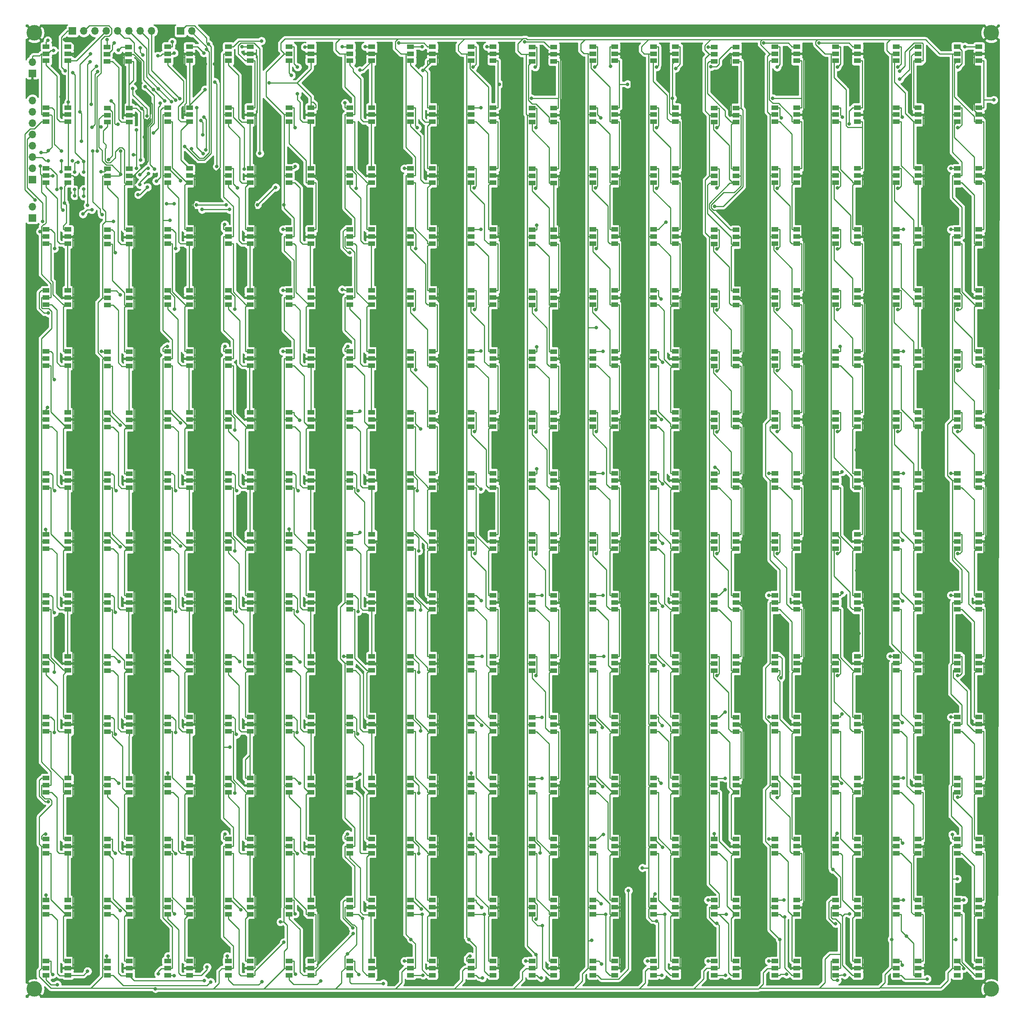
<source format=gbr>
%TF.GenerationSoftware,KiCad,Pcbnew,(5.1.5)-2*%
%TF.CreationDate,2019-12-29T12:45:17-05:00*%
%TF.ProjectId,main_led_pcb,6d61696e-5f6c-4656-945f-7063622e6b69,rev?*%
%TF.SameCoordinates,Original*%
%TF.FileFunction,Copper,L1,Top*%
%TF.FilePolarity,Positive*%
%FSLAX46Y46*%
G04 Gerber Fmt 4.6, Leading zero omitted, Abs format (unit mm)*
G04 Created by KiCad (PCBNEW (5.1.5)-2) date 2019-12-29 12:45:17*
%MOMM*%
%LPD*%
G04 APERTURE LIST*
%ADD10R,1.500000X1.000000*%
%ADD11C,3.500000*%
%ADD12O,1.700000X1.700000*%
%ADD13R,1.700000X1.700000*%
%ADD14C,0.800000*%
%ADD15C,0.250000*%
%ADD16C,0.254000*%
G04 APERTURE END LIST*
D10*
X18843300Y-5700000D03*
X18843300Y-7300000D03*
X18843300Y-8900000D03*
X23743300Y-5700000D03*
X23743300Y-7300000D03*
X23743300Y-8900000D03*
X46130000Y-142667000D03*
X46130000Y-144267000D03*
X46130000Y-145867000D03*
X51030000Y-142667000D03*
X51030000Y-144267000D03*
X51030000Y-145867000D03*
X5200000Y-60426700D03*
X5200000Y-62026700D03*
X5200000Y-63626700D03*
X10100000Y-60426700D03*
X10100000Y-62026700D03*
X10100000Y-63626700D03*
D11*
X2500000Y-217500000D03*
X217500000Y-217500000D03*
X217500000Y-2500000D03*
X2500000Y-2500000D03*
D12*
X2100000Y-17720000D03*
X2100000Y-20260000D03*
X2100000Y-22800000D03*
X2100000Y-25340000D03*
X2100000Y-27880000D03*
X2100000Y-30420000D03*
X2100000Y-32960000D03*
D13*
X2100000Y-35500000D03*
D12*
X28880000Y-2100000D03*
X26340000Y-2100000D03*
X23800000Y-2100000D03*
X21260000Y-2100000D03*
X18720000Y-2100000D03*
X16180000Y-2100000D03*
X13640000Y-2100000D03*
D13*
X11100000Y-2100000D03*
D12*
X37940000Y-2100000D03*
D13*
X35400000Y-2100000D03*
D12*
X2100000Y-41600000D03*
D13*
X2100000Y-44140000D03*
D12*
X2100000Y-9060000D03*
D13*
X2100000Y-11600000D03*
D10*
X209850000Y-211200000D03*
X209850000Y-212800000D03*
X209850000Y-214400000D03*
X214750000Y-211200000D03*
X214750000Y-212800000D03*
X214750000Y-214400000D03*
X201107000Y-214400000D03*
X201107000Y-212800000D03*
X201107000Y-211200000D03*
X196207000Y-214400000D03*
X196207000Y-212800000D03*
X196207000Y-211200000D03*
X182563000Y-211200000D03*
X182563000Y-212800000D03*
X182563000Y-214400000D03*
X187463000Y-211200000D03*
X187463000Y-212800000D03*
X187463000Y-214400000D03*
X168920000Y-211200000D03*
X168920000Y-212800000D03*
X168920000Y-214400000D03*
X173820000Y-211200000D03*
X173820000Y-212800000D03*
X173820000Y-214400000D03*
X155277000Y-211200000D03*
X155277000Y-212800000D03*
X155277000Y-214400000D03*
X160177000Y-211200000D03*
X160177000Y-212800000D03*
X160177000Y-214400000D03*
X141633000Y-211200000D03*
X141633000Y-212800000D03*
X141633000Y-214400000D03*
X146533000Y-211200000D03*
X146533000Y-212800000D03*
X146533000Y-214400000D03*
X127990000Y-211200000D03*
X127990000Y-212800000D03*
X127990000Y-214400000D03*
X132890000Y-211200000D03*
X132890000Y-212800000D03*
X132890000Y-214400000D03*
X114347000Y-211200000D03*
X114347000Y-212800000D03*
X114347000Y-214400000D03*
X119247000Y-211200000D03*
X119247000Y-212800000D03*
X119247000Y-214400000D03*
X100703000Y-211200000D03*
X100703000Y-212800000D03*
X100703000Y-214400000D03*
X105603000Y-211200000D03*
X105603000Y-212800000D03*
X105603000Y-214400000D03*
X87060000Y-211200000D03*
X87060000Y-212800000D03*
X87060000Y-214400000D03*
X91960000Y-211200000D03*
X91960000Y-212800000D03*
X91960000Y-214400000D03*
X73416700Y-211200000D03*
X73416700Y-212800000D03*
X73416700Y-214400000D03*
X78316700Y-211200000D03*
X78316700Y-212800000D03*
X78316700Y-214400000D03*
X59773300Y-211200000D03*
X59773300Y-212800000D03*
X59773300Y-214400000D03*
X64673300Y-211200000D03*
X64673300Y-212800000D03*
X64673300Y-214400000D03*
X46130000Y-211200000D03*
X46130000Y-212800000D03*
X46130000Y-214400000D03*
X51030000Y-211200000D03*
X51030000Y-212800000D03*
X51030000Y-214400000D03*
X32486700Y-211200000D03*
X32486700Y-212800000D03*
X32486700Y-214400000D03*
X37386700Y-211200000D03*
X37386700Y-212800000D03*
X37386700Y-214400000D03*
X18950000Y-211200000D03*
X18950000Y-212800000D03*
X18950000Y-214400000D03*
X23850000Y-211200000D03*
X23850000Y-212800000D03*
X23850000Y-214400000D03*
X5200000Y-211200000D03*
X5200000Y-212800000D03*
X5200000Y-214400000D03*
X10100000Y-211200000D03*
X10100000Y-212800000D03*
X10100000Y-214400000D03*
X209850000Y-197493000D03*
X209850000Y-199093000D03*
X209850000Y-200693000D03*
X214750000Y-197493000D03*
X214750000Y-199093000D03*
X214750000Y-200693000D03*
X201107000Y-200693000D03*
X201107000Y-199093000D03*
X201107000Y-197493000D03*
X196207000Y-200693000D03*
X196207000Y-199093000D03*
X196207000Y-197493000D03*
X182563000Y-197493000D03*
X182563000Y-199093000D03*
X182563000Y-200693000D03*
X187463000Y-197493000D03*
X187463000Y-199093000D03*
X187463000Y-200693000D03*
X168920000Y-197493000D03*
X168920000Y-199093000D03*
X168920000Y-200693000D03*
X173820000Y-197493000D03*
X173820000Y-199093000D03*
X173820000Y-200693000D03*
X155277000Y-197500000D03*
X155277000Y-199100000D03*
X155277000Y-200700000D03*
X160177000Y-197500000D03*
X160177000Y-199100000D03*
X160177000Y-200700000D03*
X141633000Y-197493000D03*
X141633000Y-199093000D03*
X141633000Y-200693000D03*
X146533000Y-197493000D03*
X146533000Y-199093000D03*
X146533000Y-200693000D03*
X127990000Y-197493000D03*
X127990000Y-199093000D03*
X127990000Y-200693000D03*
X132890000Y-197493000D03*
X132890000Y-199093000D03*
X132890000Y-200693000D03*
X114347000Y-197500000D03*
X114347000Y-199100000D03*
X114347000Y-200700000D03*
X119247000Y-197500000D03*
X119247000Y-199100000D03*
X119247000Y-200700000D03*
X100703000Y-197493000D03*
X100703000Y-199093000D03*
X100703000Y-200693000D03*
X105603000Y-197493000D03*
X105603000Y-199093000D03*
X105603000Y-200693000D03*
X87060000Y-197493000D03*
X87060000Y-199093000D03*
X87060000Y-200693000D03*
X91960000Y-197493000D03*
X91960000Y-199093000D03*
X91960000Y-200693000D03*
X73416700Y-197493000D03*
X73416700Y-199093000D03*
X73416700Y-200693000D03*
X78316700Y-197493000D03*
X78316700Y-199093000D03*
X78316700Y-200693000D03*
X59773300Y-197493000D03*
X59773300Y-199093000D03*
X59773300Y-200693000D03*
X64673300Y-197493000D03*
X64673300Y-199093000D03*
X64673300Y-200693000D03*
X46130000Y-197493000D03*
X46130000Y-199093000D03*
X46130000Y-200693000D03*
X51030000Y-197493000D03*
X51030000Y-199093000D03*
X51030000Y-200693000D03*
X32486700Y-197493000D03*
X32486700Y-199093000D03*
X32486700Y-200693000D03*
X37386700Y-197493000D03*
X37386700Y-199093000D03*
X37386700Y-200693000D03*
X18950000Y-197500000D03*
X18950000Y-199100000D03*
X18950000Y-200700000D03*
X23850000Y-197500000D03*
X23850000Y-199100000D03*
X23850000Y-200700000D03*
X5200000Y-197493000D03*
X5200000Y-199093000D03*
X5200000Y-200693000D03*
X10100000Y-197493000D03*
X10100000Y-199093000D03*
X10100000Y-200693000D03*
X209850000Y-183787000D03*
X209850000Y-185387000D03*
X209850000Y-186987000D03*
X214750000Y-183787000D03*
X214750000Y-185387000D03*
X214750000Y-186987000D03*
X201107000Y-186987000D03*
X201107000Y-185387000D03*
X201107000Y-183787000D03*
X196207000Y-186987000D03*
X196207000Y-185387000D03*
X196207000Y-183787000D03*
X182563000Y-183787000D03*
X182563000Y-185387000D03*
X182563000Y-186987000D03*
X187463000Y-183787000D03*
X187463000Y-185387000D03*
X187463000Y-186987000D03*
X168920000Y-183787000D03*
X168920000Y-185387000D03*
X168920000Y-186987000D03*
X173820000Y-183787000D03*
X173820000Y-185387000D03*
X173820000Y-186987000D03*
X155277000Y-183800000D03*
X155277000Y-185400000D03*
X155277000Y-187000000D03*
X160177000Y-183800000D03*
X160177000Y-185400000D03*
X160177000Y-187000000D03*
X141633000Y-183787000D03*
X141633000Y-185387000D03*
X141633000Y-186987000D03*
X146533000Y-183787000D03*
X146533000Y-185387000D03*
X146533000Y-186987000D03*
X127990000Y-183787000D03*
X127990000Y-185387000D03*
X127990000Y-186987000D03*
X132890000Y-183787000D03*
X132890000Y-185387000D03*
X132890000Y-186987000D03*
X114347000Y-183800000D03*
X114347000Y-185400000D03*
X114347000Y-187000000D03*
X119247000Y-183800000D03*
X119247000Y-185400000D03*
X119247000Y-187000000D03*
X100703000Y-183787000D03*
X100703000Y-185387000D03*
X100703000Y-186987000D03*
X105603000Y-183787000D03*
X105603000Y-185387000D03*
X105603000Y-186987000D03*
X87060000Y-183787000D03*
X87060000Y-185387000D03*
X87060000Y-186987000D03*
X91960000Y-183787000D03*
X91960000Y-185387000D03*
X91960000Y-186987000D03*
X73416700Y-183787000D03*
X73416700Y-185387000D03*
X73416700Y-186987000D03*
X78316700Y-183787000D03*
X78316700Y-185387000D03*
X78316700Y-186987000D03*
X59773300Y-183787000D03*
X59773300Y-185387000D03*
X59773300Y-186987000D03*
X64673300Y-183787000D03*
X64673300Y-185387000D03*
X64673300Y-186987000D03*
X46130000Y-183787000D03*
X46130000Y-185387000D03*
X46130000Y-186987000D03*
X51030000Y-183787000D03*
X51030000Y-185387000D03*
X51030000Y-186987000D03*
X32486700Y-183787000D03*
X32486700Y-185387000D03*
X32486700Y-186987000D03*
X37386700Y-183787000D03*
X37386700Y-185387000D03*
X37386700Y-186987000D03*
X18950000Y-183800000D03*
X18950000Y-185400000D03*
X18950000Y-187000000D03*
X23850000Y-183800000D03*
X23850000Y-185400000D03*
X23850000Y-187000000D03*
X5200000Y-183787000D03*
X5200000Y-185387000D03*
X5200000Y-186987000D03*
X10100000Y-183787000D03*
X10100000Y-185387000D03*
X10100000Y-186987000D03*
X209850000Y-170080000D03*
X209850000Y-171680000D03*
X209850000Y-173280000D03*
X214750000Y-170080000D03*
X214750000Y-171680000D03*
X214750000Y-173280000D03*
X201107000Y-173280000D03*
X201107000Y-171680000D03*
X201107000Y-170080000D03*
X196207000Y-173280000D03*
X196207000Y-171680000D03*
X196207000Y-170080000D03*
X182563000Y-170080000D03*
X182563000Y-171680000D03*
X182563000Y-173280000D03*
X187463000Y-170080000D03*
X187463000Y-171680000D03*
X187463000Y-173280000D03*
X168920000Y-170080000D03*
X168920000Y-171680000D03*
X168920000Y-173280000D03*
X173820000Y-170080000D03*
X173820000Y-171680000D03*
X173820000Y-173280000D03*
X155277000Y-170100000D03*
X155277000Y-171700000D03*
X155277000Y-173300000D03*
X160177000Y-170100000D03*
X160177000Y-171700000D03*
X160177000Y-173300000D03*
X141633000Y-170080000D03*
X141633000Y-171680000D03*
X141633000Y-173280000D03*
X146533000Y-170080000D03*
X146533000Y-171680000D03*
X146533000Y-173280000D03*
X127990000Y-170080000D03*
X127990000Y-171680000D03*
X127990000Y-173280000D03*
X132890000Y-170080000D03*
X132890000Y-171680000D03*
X132890000Y-173280000D03*
X114347000Y-170100000D03*
X114347000Y-171700000D03*
X114347000Y-173300000D03*
X119247000Y-170100000D03*
X119247000Y-171700000D03*
X119247000Y-173300000D03*
X100703000Y-170080000D03*
X100703000Y-171680000D03*
X100703000Y-173280000D03*
X105603000Y-170080000D03*
X105603000Y-171680000D03*
X105603000Y-173280000D03*
X87060000Y-170080000D03*
X87060000Y-171680000D03*
X87060000Y-173280000D03*
X91960000Y-170080000D03*
X91960000Y-171680000D03*
X91960000Y-173280000D03*
X73416700Y-170080000D03*
X73416700Y-171680000D03*
X73416700Y-173280000D03*
X78316700Y-170080000D03*
X78316700Y-171680000D03*
X78316700Y-173280000D03*
X59773300Y-170080000D03*
X59773300Y-171680000D03*
X59773300Y-173280000D03*
X64673300Y-170080000D03*
X64673300Y-171680000D03*
X64673300Y-173280000D03*
X46130000Y-170080000D03*
X46130000Y-171680000D03*
X46130000Y-173280000D03*
X51030000Y-170080000D03*
X51030000Y-171680000D03*
X51030000Y-173280000D03*
X32486700Y-170080000D03*
X32486700Y-171680000D03*
X32486700Y-173280000D03*
X37386700Y-170080000D03*
X37386700Y-171680000D03*
X37386700Y-173280000D03*
X18950000Y-170100000D03*
X18950000Y-171700000D03*
X18950000Y-173300000D03*
X23850000Y-170100000D03*
X23850000Y-171700000D03*
X23850000Y-173300000D03*
X5200000Y-170080000D03*
X5200000Y-171680000D03*
X5200000Y-173280000D03*
X10100000Y-170080000D03*
X10100000Y-171680000D03*
X10100000Y-173280000D03*
X209850000Y-156373000D03*
X209850000Y-157973000D03*
X209850000Y-159573000D03*
X214750000Y-156373000D03*
X214750000Y-157973000D03*
X214750000Y-159573000D03*
X201107000Y-159573000D03*
X201107000Y-157973000D03*
X201107000Y-156373000D03*
X196207000Y-159573000D03*
X196207000Y-157973000D03*
X196207000Y-156373000D03*
X182563000Y-156373000D03*
X182563000Y-157973000D03*
X182563000Y-159573000D03*
X187463000Y-156373000D03*
X187463000Y-157973000D03*
X187463000Y-159573000D03*
X168920000Y-156373000D03*
X168920000Y-157973000D03*
X168920000Y-159573000D03*
X173820000Y-156373000D03*
X173820000Y-157973000D03*
X173820000Y-159573000D03*
X155277000Y-156400000D03*
X155277000Y-158000000D03*
X155277000Y-159600000D03*
X160177000Y-156400000D03*
X160177000Y-158000000D03*
X160177000Y-159600000D03*
X141633000Y-156373000D03*
X141633000Y-157973000D03*
X141633000Y-159573000D03*
X146533000Y-156373000D03*
X146533000Y-157973000D03*
X146533000Y-159573000D03*
X127990000Y-156373000D03*
X127990000Y-157973000D03*
X127990000Y-159573000D03*
X132890000Y-156373000D03*
X132890000Y-157973000D03*
X132890000Y-159573000D03*
X114347000Y-156400000D03*
X114347000Y-158000000D03*
X114347000Y-159600000D03*
X119247000Y-156400000D03*
X119247000Y-158000000D03*
X119247000Y-159600000D03*
X100703000Y-156373000D03*
X100703000Y-157973000D03*
X100703000Y-159573000D03*
X105603000Y-156373000D03*
X105603000Y-157973000D03*
X105603000Y-159573000D03*
X87060000Y-156373000D03*
X87060000Y-157973000D03*
X87060000Y-159573000D03*
X91960000Y-156373000D03*
X91960000Y-157973000D03*
X91960000Y-159573000D03*
X73416700Y-156373000D03*
X73416700Y-157973000D03*
X73416700Y-159573000D03*
X78316700Y-156373000D03*
X78316700Y-157973000D03*
X78316700Y-159573000D03*
X59773300Y-156373000D03*
X59773300Y-157973000D03*
X59773300Y-159573000D03*
X64673300Y-156373000D03*
X64673300Y-157973000D03*
X64673300Y-159573000D03*
X46130000Y-156373000D03*
X46130000Y-157973000D03*
X46130000Y-159573000D03*
X51030000Y-156373000D03*
X51030000Y-157973000D03*
X51030000Y-159573000D03*
X32486700Y-156373000D03*
X32486700Y-157973000D03*
X32486700Y-159573000D03*
X37386700Y-156373000D03*
X37386700Y-157973000D03*
X37386700Y-159573000D03*
X18950000Y-156400000D03*
X18950000Y-158000000D03*
X18950000Y-159600000D03*
X23850000Y-156400000D03*
X23850000Y-158000000D03*
X23850000Y-159600000D03*
X5200000Y-156373000D03*
X5200000Y-157973000D03*
X5200000Y-159573000D03*
X10100000Y-156373000D03*
X10100000Y-157973000D03*
X10100000Y-159573000D03*
X209850000Y-142667000D03*
X209850000Y-144267000D03*
X209850000Y-145867000D03*
X214750000Y-142667000D03*
X214750000Y-144267000D03*
X214750000Y-145867000D03*
X201107000Y-145867000D03*
X201107000Y-144267000D03*
X201107000Y-142667000D03*
X196207000Y-145867000D03*
X196207000Y-144267000D03*
X196207000Y-142667000D03*
X182563000Y-142667000D03*
X182563000Y-144267000D03*
X182563000Y-145867000D03*
X187463000Y-142667000D03*
X187463000Y-144267000D03*
X187463000Y-145867000D03*
X168920000Y-142667000D03*
X168920000Y-144267000D03*
X168920000Y-145867000D03*
X173820000Y-142667000D03*
X173820000Y-144267000D03*
X173820000Y-145867000D03*
X155277000Y-142700000D03*
X155277000Y-144300000D03*
X155277000Y-145900000D03*
X160177000Y-142700000D03*
X160177000Y-144300000D03*
X160177000Y-145900000D03*
X141633000Y-142667000D03*
X141633000Y-144267000D03*
X141633000Y-145867000D03*
X146533000Y-142667000D03*
X146533000Y-144267000D03*
X146533000Y-145867000D03*
X127990000Y-142667000D03*
X127990000Y-144267000D03*
X127990000Y-145867000D03*
X132890000Y-142667000D03*
X132890000Y-144267000D03*
X132890000Y-145867000D03*
X114347000Y-142700000D03*
X114347000Y-144300000D03*
X114347000Y-145900000D03*
X119247000Y-142700000D03*
X119247000Y-144300000D03*
X119247000Y-145900000D03*
X100703000Y-142667000D03*
X100703000Y-144267000D03*
X100703000Y-145867000D03*
X105603000Y-142667000D03*
X105603000Y-144267000D03*
X105603000Y-145867000D03*
X87060000Y-142667000D03*
X87060000Y-144267000D03*
X87060000Y-145867000D03*
X91960000Y-142667000D03*
X91960000Y-144267000D03*
X91960000Y-145867000D03*
X73416700Y-142667000D03*
X73416700Y-144267000D03*
X73416700Y-145867000D03*
X78316700Y-142667000D03*
X78316700Y-144267000D03*
X78316700Y-145867000D03*
X59773300Y-142667000D03*
X59773300Y-144267000D03*
X59773300Y-145867000D03*
X64673300Y-142667000D03*
X64673300Y-144267000D03*
X64673300Y-145867000D03*
X32486700Y-142667000D03*
X32486700Y-144267000D03*
X32486700Y-145867000D03*
X37386700Y-142667000D03*
X37386700Y-144267000D03*
X37386700Y-145867000D03*
X18950000Y-142700000D03*
X18950000Y-144300000D03*
X18950000Y-145900000D03*
X23850000Y-142700000D03*
X23850000Y-144300000D03*
X23850000Y-145900000D03*
X5200000Y-142667000D03*
X5200000Y-144267000D03*
X5200000Y-145867000D03*
X10100000Y-142667000D03*
X10100000Y-144267000D03*
X10100000Y-145867000D03*
X209850000Y-128960000D03*
X209850000Y-130560000D03*
X209850000Y-132160000D03*
X214750000Y-128960000D03*
X214750000Y-130560000D03*
X214750000Y-132160000D03*
X201107000Y-132160000D03*
X201107000Y-130560000D03*
X201107000Y-128960000D03*
X196207000Y-132160000D03*
X196207000Y-130560000D03*
X196207000Y-128960000D03*
X182563000Y-128960000D03*
X182563000Y-130560000D03*
X182563000Y-132160000D03*
X187463000Y-128960000D03*
X187463000Y-130560000D03*
X187463000Y-132160000D03*
X168920000Y-128960000D03*
X168920000Y-130560000D03*
X168920000Y-132160000D03*
X173820000Y-128960000D03*
X173820000Y-130560000D03*
X173820000Y-132160000D03*
X155277000Y-129000000D03*
X155277000Y-130600000D03*
X155277000Y-132200000D03*
X160177000Y-129000000D03*
X160177000Y-130600000D03*
X160177000Y-132200000D03*
X141633000Y-128960000D03*
X141633000Y-130560000D03*
X141633000Y-132160000D03*
X146533000Y-128960000D03*
X146533000Y-130560000D03*
X146533000Y-132160000D03*
X127990000Y-128960000D03*
X127990000Y-130560000D03*
X127990000Y-132160000D03*
X132890000Y-128960000D03*
X132890000Y-130560000D03*
X132890000Y-132160000D03*
X114347000Y-129000000D03*
X114347000Y-130600000D03*
X114347000Y-132200000D03*
X119247000Y-129000000D03*
X119247000Y-130600000D03*
X119247000Y-132200000D03*
X100703000Y-128960000D03*
X100703000Y-130560000D03*
X100703000Y-132160000D03*
X105603000Y-128960000D03*
X105603000Y-130560000D03*
X105603000Y-132160000D03*
X87060000Y-128960000D03*
X87060000Y-130560000D03*
X87060000Y-132160000D03*
X91960000Y-128960000D03*
X91960000Y-130560000D03*
X91960000Y-132160000D03*
X73416700Y-128960000D03*
X73416700Y-130560000D03*
X73416700Y-132160000D03*
X78316700Y-128960000D03*
X78316700Y-130560000D03*
X78316700Y-132160000D03*
X59773300Y-128960000D03*
X59773300Y-130560000D03*
X59773300Y-132160000D03*
X64673300Y-128960000D03*
X64673300Y-130560000D03*
X64673300Y-132160000D03*
X46130000Y-128960000D03*
X46130000Y-130560000D03*
X46130000Y-132160000D03*
X51030000Y-128960000D03*
X51030000Y-130560000D03*
X51030000Y-132160000D03*
X32486700Y-128960000D03*
X32486700Y-130560000D03*
X32486700Y-132160000D03*
X37386700Y-128960000D03*
X37386700Y-130560000D03*
X37386700Y-132160000D03*
X18950000Y-129000000D03*
X18950000Y-130600000D03*
X18950000Y-132200000D03*
X23850000Y-129000000D03*
X23850000Y-130600000D03*
X23850000Y-132200000D03*
X5200000Y-128960000D03*
X5200000Y-130560000D03*
X5200000Y-132160000D03*
X10100000Y-128960000D03*
X10100000Y-130560000D03*
X10100000Y-132160000D03*
X209850000Y-115253000D03*
X209850000Y-116853000D03*
X209850000Y-118453000D03*
X214750000Y-115253000D03*
X214750000Y-116853000D03*
X214750000Y-118453000D03*
X201107000Y-118453000D03*
X201107000Y-116853000D03*
X201107000Y-115253000D03*
X196207000Y-118453000D03*
X196207000Y-116853000D03*
X196207000Y-115253000D03*
X182563000Y-115253000D03*
X182563000Y-116853000D03*
X182563000Y-118453000D03*
X187463000Y-115253000D03*
X187463000Y-116853000D03*
X187463000Y-118453000D03*
X168920000Y-115253000D03*
X168920000Y-116853000D03*
X168920000Y-118453000D03*
X173820000Y-115253000D03*
X173820000Y-116853000D03*
X173820000Y-118453000D03*
X155277000Y-115300000D03*
X155277000Y-116900000D03*
X155277000Y-118500000D03*
X160177000Y-115300000D03*
X160177000Y-116900000D03*
X160177000Y-118500000D03*
X141633000Y-115253000D03*
X141633000Y-116853000D03*
X141633000Y-118453000D03*
X146533000Y-115253000D03*
X146533000Y-116853000D03*
X146533000Y-118453000D03*
X127990000Y-115253000D03*
X127990000Y-116853000D03*
X127990000Y-118453000D03*
X132890000Y-115253000D03*
X132890000Y-116853000D03*
X132890000Y-118453000D03*
X114347000Y-115300000D03*
X114347000Y-116900000D03*
X114347000Y-118500000D03*
X119247000Y-115300000D03*
X119247000Y-116900000D03*
X119247000Y-118500000D03*
X100703000Y-115253000D03*
X100703000Y-116853000D03*
X100703000Y-118453000D03*
X105603000Y-115253000D03*
X105603000Y-116853000D03*
X105603000Y-118453000D03*
X87060000Y-115253000D03*
X87060000Y-116853000D03*
X87060000Y-118453000D03*
X91960000Y-115253000D03*
X91960000Y-116853000D03*
X91960000Y-118453000D03*
X73416700Y-115253000D03*
X73416700Y-116853000D03*
X73416700Y-118453000D03*
X78316700Y-115253000D03*
X78316700Y-116853000D03*
X78316700Y-118453000D03*
X59773300Y-115253000D03*
X59773300Y-116853000D03*
X59773300Y-118453000D03*
X64673300Y-115253000D03*
X64673300Y-116853000D03*
X64673300Y-118453000D03*
X46130000Y-115253000D03*
X46130000Y-116853000D03*
X46130000Y-118453000D03*
X51030000Y-115253000D03*
X51030000Y-116853000D03*
X51030000Y-118453000D03*
X32486700Y-115253000D03*
X32486700Y-116853000D03*
X32486700Y-118453000D03*
X37386700Y-115253000D03*
X37386700Y-116853000D03*
X37386700Y-118453000D03*
X18950000Y-115300000D03*
X18950000Y-116900000D03*
X18950000Y-118500000D03*
X23850000Y-115300000D03*
X23850000Y-116900000D03*
X23850000Y-118500000D03*
X5200000Y-115253000D03*
X5200000Y-116853000D03*
X5200000Y-118453000D03*
X10100000Y-115253000D03*
X10100000Y-116853000D03*
X10100000Y-118453000D03*
X209850000Y-101547000D03*
X209850000Y-103147000D03*
X209850000Y-104747000D03*
X214750000Y-101547000D03*
X214750000Y-103147000D03*
X214750000Y-104747000D03*
X201107000Y-104747000D03*
X201107000Y-103147000D03*
X201107000Y-101547000D03*
X196207000Y-104747000D03*
X196207000Y-103147000D03*
X196207000Y-101547000D03*
X182563000Y-101547000D03*
X182563000Y-103147000D03*
X182563000Y-104747000D03*
X187463000Y-101547000D03*
X187463000Y-103147000D03*
X187463000Y-104747000D03*
X168920000Y-101547000D03*
X168920000Y-103147000D03*
X168920000Y-104747000D03*
X173820000Y-101547000D03*
X173820000Y-103147000D03*
X173820000Y-104747000D03*
X155277000Y-101600000D03*
X155277000Y-103200000D03*
X155277000Y-104800000D03*
X160177000Y-101600000D03*
X160177000Y-103200000D03*
X160177000Y-104800000D03*
X141633000Y-101547000D03*
X141633000Y-103147000D03*
X141633000Y-104747000D03*
X146533000Y-101547000D03*
X146533000Y-103147000D03*
X146533000Y-104747000D03*
X127990000Y-101547000D03*
X127990000Y-103147000D03*
X127990000Y-104747000D03*
X132890000Y-101547000D03*
X132890000Y-103147000D03*
X132890000Y-104747000D03*
X114347000Y-101600000D03*
X114347000Y-103200000D03*
X114347000Y-104800000D03*
X119247000Y-101600000D03*
X119247000Y-103200000D03*
X119247000Y-104800000D03*
X100703000Y-101547000D03*
X100703000Y-103147000D03*
X100703000Y-104747000D03*
X105603000Y-101547000D03*
X105603000Y-103147000D03*
X105603000Y-104747000D03*
X87060000Y-101547000D03*
X87060000Y-103147000D03*
X87060000Y-104747000D03*
X91960000Y-101547000D03*
X91960000Y-103147000D03*
X91960000Y-104747000D03*
X73416700Y-101547000D03*
X73416700Y-103147000D03*
X73416700Y-104747000D03*
X78316700Y-101547000D03*
X78316700Y-103147000D03*
X78316700Y-104747000D03*
X59773300Y-101547000D03*
X59773300Y-103147000D03*
X59773300Y-104747000D03*
X64673300Y-101547000D03*
X64673300Y-103147000D03*
X64673300Y-104747000D03*
X46130000Y-101547000D03*
X46130000Y-103147000D03*
X46130000Y-104747000D03*
X51030000Y-101547000D03*
X51030000Y-103147000D03*
X51030000Y-104747000D03*
X32486700Y-101547000D03*
X32486700Y-103147000D03*
X32486700Y-104747000D03*
X37386700Y-101547000D03*
X37386700Y-103147000D03*
X37386700Y-104747000D03*
X18950000Y-101600000D03*
X18950000Y-103200000D03*
X18950000Y-104800000D03*
X23850000Y-101600000D03*
X23850000Y-103200000D03*
X23850000Y-104800000D03*
X5200000Y-101547000D03*
X5200000Y-103147000D03*
X5200000Y-104747000D03*
X10100000Y-101547000D03*
X10100000Y-103147000D03*
X10100000Y-104747000D03*
X209850000Y-87840000D03*
X209850000Y-89440000D03*
X209850000Y-91040000D03*
X214750000Y-87840000D03*
X214750000Y-89440000D03*
X214750000Y-91040000D03*
X201107000Y-91040000D03*
X201107000Y-89440000D03*
X201107000Y-87840000D03*
X196207000Y-91040000D03*
X196207000Y-89440000D03*
X196207000Y-87840000D03*
X182563000Y-87840000D03*
X182563000Y-89440000D03*
X182563000Y-91040000D03*
X187463000Y-87840000D03*
X187463000Y-89440000D03*
X187463000Y-91040000D03*
X168920000Y-87840000D03*
X168920000Y-89440000D03*
X168920000Y-91040000D03*
X173820000Y-87840000D03*
X173820000Y-89440000D03*
X173820000Y-91040000D03*
X155277000Y-87900000D03*
X155277000Y-89500000D03*
X155277000Y-91100000D03*
X160177000Y-87900000D03*
X160177000Y-89500000D03*
X160177000Y-91100000D03*
X141633000Y-87840000D03*
X141633000Y-89440000D03*
X141633000Y-91040000D03*
X146533000Y-87840000D03*
X146533000Y-89440000D03*
X146533000Y-91040000D03*
X127990000Y-87840000D03*
X127990000Y-89440000D03*
X127990000Y-91040000D03*
X132890000Y-87840000D03*
X132890000Y-89440000D03*
X132890000Y-91040000D03*
X114347000Y-87900000D03*
X114347000Y-89500000D03*
X114347000Y-91100000D03*
X119247000Y-87900000D03*
X119247000Y-89500000D03*
X119247000Y-91100000D03*
X100703000Y-87840000D03*
X100703000Y-89440000D03*
X100703000Y-91040000D03*
X105603000Y-87840000D03*
X105603000Y-89440000D03*
X105603000Y-91040000D03*
X87060000Y-87840000D03*
X87060000Y-89440000D03*
X87060000Y-91040000D03*
X91960000Y-87840000D03*
X91960000Y-89440000D03*
X91960000Y-91040000D03*
X73416700Y-87840000D03*
X73416700Y-89440000D03*
X73416700Y-91040000D03*
X78316700Y-87840000D03*
X78316700Y-89440000D03*
X78316700Y-91040000D03*
X59773300Y-87840000D03*
X59773300Y-89440000D03*
X59773300Y-91040000D03*
X64673300Y-87840000D03*
X64673300Y-89440000D03*
X64673300Y-91040000D03*
X46130000Y-87840000D03*
X46130000Y-89440000D03*
X46130000Y-91040000D03*
X51030000Y-87840000D03*
X51030000Y-89440000D03*
X51030000Y-91040000D03*
X32486700Y-87840000D03*
X32486700Y-89440000D03*
X32486700Y-91040000D03*
X37386700Y-87840000D03*
X37386700Y-89440000D03*
X37386700Y-91040000D03*
X18950000Y-87900000D03*
X18950000Y-89500000D03*
X18950000Y-91100000D03*
X23850000Y-87900000D03*
X23850000Y-89500000D03*
X23850000Y-91100000D03*
X5200000Y-87840000D03*
X5200000Y-89440000D03*
X5200000Y-91040000D03*
X10100000Y-87840000D03*
X10100000Y-89440000D03*
X10100000Y-91040000D03*
X209850000Y-74133300D03*
X209850000Y-75733300D03*
X209850000Y-77333300D03*
X214750000Y-74133300D03*
X214750000Y-75733300D03*
X214750000Y-77333300D03*
X201107000Y-77333300D03*
X201107000Y-75733300D03*
X201107000Y-74133300D03*
X196207000Y-77333300D03*
X196207000Y-75733300D03*
X196207000Y-74133300D03*
X182563000Y-74133300D03*
X182563000Y-75733300D03*
X182563000Y-77333300D03*
X187463000Y-74133300D03*
X187463000Y-75733300D03*
X187463000Y-77333300D03*
X168920000Y-74133300D03*
X168920000Y-75733300D03*
X168920000Y-77333300D03*
X173820000Y-74133300D03*
X173820000Y-75733300D03*
X173820000Y-77333300D03*
X155277000Y-74200000D03*
X155277000Y-75800000D03*
X155277000Y-77400000D03*
X160177000Y-74200000D03*
X160177000Y-75800000D03*
X160177000Y-77400000D03*
X141633000Y-74133300D03*
X141633000Y-75733300D03*
X141633000Y-77333300D03*
X146533000Y-74133300D03*
X146533000Y-75733300D03*
X146533000Y-77333300D03*
X127990000Y-74133300D03*
X127990000Y-75733300D03*
X127990000Y-77333300D03*
X132890000Y-74133300D03*
X132890000Y-75733300D03*
X132890000Y-77333300D03*
X114347000Y-74200000D03*
X114347000Y-75800000D03*
X114347000Y-77400000D03*
X119247000Y-74200000D03*
X119247000Y-75800000D03*
X119247000Y-77400000D03*
X100703000Y-74133300D03*
X100703000Y-75733300D03*
X100703000Y-77333300D03*
X105603000Y-74133300D03*
X105603000Y-75733300D03*
X105603000Y-77333300D03*
X87060000Y-74133300D03*
X87060000Y-75733300D03*
X87060000Y-77333300D03*
X91960000Y-74133300D03*
X91960000Y-75733300D03*
X91960000Y-77333300D03*
X73416700Y-74133300D03*
X73416700Y-75733300D03*
X73416700Y-77333300D03*
X78316700Y-74133300D03*
X78316700Y-75733300D03*
X78316700Y-77333300D03*
X59773300Y-74133300D03*
X59773300Y-75733300D03*
X59773300Y-77333300D03*
X64673300Y-74133300D03*
X64673300Y-75733300D03*
X64673300Y-77333300D03*
X46130000Y-74133300D03*
X46130000Y-75733300D03*
X46130000Y-77333300D03*
X51030000Y-74133300D03*
X51030000Y-75733300D03*
X51030000Y-77333300D03*
X32486700Y-74133300D03*
X32486700Y-75733300D03*
X32486700Y-77333300D03*
X37386700Y-74133300D03*
X37386700Y-75733300D03*
X37386700Y-77333300D03*
X18950000Y-74200000D03*
X18950000Y-75800000D03*
X18950000Y-77400000D03*
X23850000Y-74200000D03*
X23850000Y-75800000D03*
X23850000Y-77400000D03*
X5200000Y-74133300D03*
X5200000Y-75733300D03*
X5200000Y-77333300D03*
X10100000Y-74133300D03*
X10100000Y-75733300D03*
X10100000Y-77333300D03*
X209850000Y-60426700D03*
X209850000Y-62026700D03*
X209850000Y-63626700D03*
X214750000Y-60426700D03*
X214750000Y-62026700D03*
X214750000Y-63626700D03*
X201107000Y-63626700D03*
X201107000Y-62026700D03*
X201107000Y-60426700D03*
X196207000Y-63626700D03*
X196207000Y-62026700D03*
X196207000Y-60426700D03*
X182563000Y-60426700D03*
X182563000Y-62026700D03*
X182563000Y-63626700D03*
X187463000Y-60426700D03*
X187463000Y-62026700D03*
X187463000Y-63626700D03*
X168920000Y-60426700D03*
X168920000Y-62026700D03*
X168920000Y-63626700D03*
X173820000Y-60426700D03*
X173820000Y-62026700D03*
X173820000Y-63626700D03*
X155277000Y-60500000D03*
X155277000Y-62100000D03*
X155277000Y-63700000D03*
X160177000Y-60500000D03*
X160177000Y-62100000D03*
X160177000Y-63700000D03*
X141633000Y-60426700D03*
X141633000Y-62026700D03*
X141633000Y-63626700D03*
X146533000Y-60426700D03*
X146533000Y-62026700D03*
X146533000Y-63626700D03*
X127990000Y-60426700D03*
X127990000Y-62026700D03*
X127990000Y-63626700D03*
X132890000Y-60426700D03*
X132890000Y-62026700D03*
X132890000Y-63626700D03*
X114347000Y-60500000D03*
X114347000Y-62100000D03*
X114347000Y-63700000D03*
X119247000Y-60500000D03*
X119247000Y-62100000D03*
X119247000Y-63700000D03*
X100703000Y-60426700D03*
X100703000Y-62026700D03*
X100703000Y-63626700D03*
X105603000Y-60426700D03*
X105603000Y-62026700D03*
X105603000Y-63626700D03*
X87060000Y-60426700D03*
X87060000Y-62026700D03*
X87060000Y-63626700D03*
X91960000Y-60426700D03*
X91960000Y-62026700D03*
X91960000Y-63626700D03*
X73416700Y-60426700D03*
X73416700Y-62026700D03*
X73416700Y-63626700D03*
X78316700Y-60426700D03*
X78316700Y-62026700D03*
X78316700Y-63626700D03*
X59773300Y-60426700D03*
X59773300Y-62026700D03*
X59773300Y-63626700D03*
X64673300Y-60426700D03*
X64673300Y-62026700D03*
X64673300Y-63626700D03*
X46130000Y-60426700D03*
X46130000Y-62026700D03*
X46130000Y-63626700D03*
X51030000Y-60426700D03*
X51030000Y-62026700D03*
X51030000Y-63626700D03*
X32486700Y-60426700D03*
X32486700Y-62026700D03*
X32486700Y-63626700D03*
X37386700Y-60426700D03*
X37386700Y-62026700D03*
X37386700Y-63626700D03*
X18950000Y-60500000D03*
X18950000Y-62100000D03*
X18950000Y-63700000D03*
X23850000Y-60500000D03*
X23850000Y-62100000D03*
X23850000Y-63700000D03*
X209850000Y-46720000D03*
X209850000Y-48320000D03*
X209850000Y-49920000D03*
X214750000Y-46720000D03*
X214750000Y-48320000D03*
X214750000Y-49920000D03*
X201107000Y-49920000D03*
X201107000Y-48320000D03*
X201107000Y-46720000D03*
X196207000Y-49920000D03*
X196207000Y-48320000D03*
X196207000Y-46720000D03*
X182563000Y-46720000D03*
X182563000Y-48320000D03*
X182563000Y-49920000D03*
X187463000Y-46720000D03*
X187463000Y-48320000D03*
X187463000Y-49920000D03*
X168920000Y-46720000D03*
X168920000Y-48320000D03*
X168920000Y-49920000D03*
X173820000Y-46720000D03*
X173820000Y-48320000D03*
X173820000Y-49920000D03*
X155277000Y-46800000D03*
X155277000Y-48400000D03*
X155277000Y-50000000D03*
X160177000Y-46800000D03*
X160177000Y-48400000D03*
X160177000Y-50000000D03*
X141633000Y-46720000D03*
X141633000Y-48320000D03*
X141633000Y-49920000D03*
X146533000Y-46720000D03*
X146533000Y-48320000D03*
X146533000Y-49920000D03*
X127990000Y-46720000D03*
X127990000Y-48320000D03*
X127990000Y-49920000D03*
X132890000Y-46720000D03*
X132890000Y-48320000D03*
X132890000Y-49920000D03*
X114347000Y-46800000D03*
X114347000Y-48400000D03*
X114347000Y-50000000D03*
X119247000Y-46800000D03*
X119247000Y-48400000D03*
X119247000Y-50000000D03*
X100703000Y-46720000D03*
X100703000Y-48320000D03*
X100703000Y-49920000D03*
X105603000Y-46720000D03*
X105603000Y-48320000D03*
X105603000Y-49920000D03*
X87060000Y-46720000D03*
X87060000Y-48320000D03*
X87060000Y-49920000D03*
X91960000Y-46720000D03*
X91960000Y-48320000D03*
X91960000Y-49920000D03*
X73416700Y-46720000D03*
X73416700Y-48320000D03*
X73416700Y-49920000D03*
X78316700Y-46720000D03*
X78316700Y-48320000D03*
X78316700Y-49920000D03*
X59773300Y-46720000D03*
X59773300Y-48320000D03*
X59773300Y-49920000D03*
X64673300Y-46720000D03*
X64673300Y-48320000D03*
X64673300Y-49920000D03*
X46130000Y-46720000D03*
X46130000Y-48320000D03*
X46130000Y-49920000D03*
X51030000Y-46720000D03*
X51030000Y-48320000D03*
X51030000Y-49920000D03*
X32486700Y-46720000D03*
X32486700Y-48320000D03*
X32486700Y-49920000D03*
X37386700Y-46720000D03*
X37386700Y-48320000D03*
X37386700Y-49920000D03*
X18950000Y-46800000D03*
X18950000Y-48400000D03*
X18950000Y-50000000D03*
X23850000Y-46800000D03*
X23850000Y-48400000D03*
X23850000Y-50000000D03*
X5200000Y-46720000D03*
X5200000Y-48320000D03*
X5200000Y-49920000D03*
X10100000Y-46720000D03*
X10100000Y-48320000D03*
X10100000Y-49920000D03*
X209850000Y-33013300D03*
X209850000Y-34613300D03*
X209850000Y-36213300D03*
X214750000Y-33013300D03*
X214750000Y-34613300D03*
X214750000Y-36213300D03*
X201107000Y-36213300D03*
X201107000Y-34613300D03*
X201107000Y-33013300D03*
X196207000Y-36213300D03*
X196207000Y-34613300D03*
X196207000Y-33013300D03*
X182563000Y-33013300D03*
X182563000Y-34613300D03*
X182563000Y-36213300D03*
X187463000Y-33013300D03*
X187463000Y-34613300D03*
X187463000Y-36213300D03*
X168920000Y-33013300D03*
X168920000Y-34613300D03*
X168920000Y-36213300D03*
X173820000Y-33013300D03*
X173820000Y-34613300D03*
X173820000Y-36213300D03*
X155277000Y-33100000D03*
X155277000Y-34700000D03*
X155277000Y-36300000D03*
X160177000Y-33100000D03*
X160177000Y-34700000D03*
X160177000Y-36300000D03*
X141633000Y-33013300D03*
X141633000Y-34613300D03*
X141633000Y-36213300D03*
X146533000Y-33013300D03*
X146533000Y-34613300D03*
X146533000Y-36213300D03*
X127990000Y-33013300D03*
X127990000Y-34613300D03*
X127990000Y-36213300D03*
X132890000Y-33013300D03*
X132890000Y-34613300D03*
X132890000Y-36213300D03*
X114347000Y-33100000D03*
X114347000Y-34700000D03*
X114347000Y-36300000D03*
X119247000Y-33100000D03*
X119247000Y-34700000D03*
X119247000Y-36300000D03*
X100703000Y-33013300D03*
X100703000Y-34613300D03*
X100703000Y-36213300D03*
X105603000Y-33013300D03*
X105603000Y-34613300D03*
X105603000Y-36213300D03*
X87060000Y-33013300D03*
X87060000Y-34613300D03*
X87060000Y-36213300D03*
X91960000Y-33013300D03*
X91960000Y-34613300D03*
X91960000Y-36213300D03*
X73416700Y-33013300D03*
X73416700Y-34613300D03*
X73416700Y-36213300D03*
X78316700Y-33013300D03*
X78316700Y-34613300D03*
X78316700Y-36213300D03*
X59773300Y-33013300D03*
X59773300Y-34613300D03*
X59773300Y-36213300D03*
X64673300Y-33013300D03*
X64673300Y-34613300D03*
X64673300Y-36213300D03*
X46130000Y-33013300D03*
X46130000Y-34613300D03*
X46130000Y-36213300D03*
X51030000Y-33013300D03*
X51030000Y-34613300D03*
X51030000Y-36213300D03*
X32486700Y-33013300D03*
X32486700Y-34613300D03*
X32486700Y-36213300D03*
X37386700Y-33013300D03*
X37386700Y-34613300D03*
X37386700Y-36213300D03*
X18950000Y-33100000D03*
X18950000Y-34700000D03*
X18950000Y-36300000D03*
X23850000Y-33100000D03*
X23850000Y-34700000D03*
X23850000Y-36300000D03*
X5200000Y-33013300D03*
X5200000Y-34613300D03*
X5200000Y-36213300D03*
X10100000Y-33013300D03*
X10100000Y-34613300D03*
X10100000Y-36213300D03*
X209850000Y-19306700D03*
X209850000Y-20906700D03*
X209850000Y-22506700D03*
X214750000Y-19306700D03*
X214750000Y-20906700D03*
X214750000Y-22506700D03*
X201107000Y-22506700D03*
X201107000Y-20906700D03*
X201107000Y-19306700D03*
X196207000Y-22506700D03*
X196207000Y-20906700D03*
X196207000Y-19306700D03*
X182563000Y-19306700D03*
X182563000Y-20906700D03*
X182563000Y-22506700D03*
X187463000Y-19306700D03*
X187463000Y-20906700D03*
X187463000Y-22506700D03*
X168920000Y-19306700D03*
X168920000Y-20906700D03*
X168920000Y-22506700D03*
X173820000Y-19306700D03*
X173820000Y-20906700D03*
X173820000Y-22506700D03*
X155277000Y-19400000D03*
X155277000Y-21000000D03*
X155277000Y-22600000D03*
X160177000Y-19400000D03*
X160177000Y-21000000D03*
X160177000Y-22600000D03*
X141633000Y-19306700D03*
X141633000Y-20906700D03*
X141633000Y-22506700D03*
X146533000Y-19306700D03*
X146533000Y-20906700D03*
X146533000Y-22506700D03*
X127990000Y-19306700D03*
X127990000Y-20906700D03*
X127990000Y-22506700D03*
X132890000Y-19306700D03*
X132890000Y-20906700D03*
X132890000Y-22506700D03*
X114347000Y-19400000D03*
X114347000Y-21000000D03*
X114347000Y-22600000D03*
X119247000Y-19400000D03*
X119247000Y-21000000D03*
X119247000Y-22600000D03*
X100703000Y-19306700D03*
X100703000Y-20906700D03*
X100703000Y-22506700D03*
X105603000Y-19306700D03*
X105603000Y-20906700D03*
X105603000Y-22506700D03*
X87060000Y-19306700D03*
X87060000Y-20906700D03*
X87060000Y-22506700D03*
X91960000Y-19306700D03*
X91960000Y-20906700D03*
X91960000Y-22506700D03*
X73416700Y-19306700D03*
X73416700Y-20906700D03*
X73416700Y-22506700D03*
X78316700Y-19306700D03*
X78316700Y-20906700D03*
X78316700Y-22506700D03*
X59773300Y-19306700D03*
X59773300Y-20906700D03*
X59773300Y-22506700D03*
X64673300Y-19306700D03*
X64673300Y-20906700D03*
X64673300Y-22506700D03*
X46130000Y-19306700D03*
X46130000Y-20906700D03*
X46130000Y-22506700D03*
X51030000Y-19306700D03*
X51030000Y-20906700D03*
X51030000Y-22506700D03*
X32486700Y-19306700D03*
X32486700Y-20906700D03*
X32486700Y-22506700D03*
X37386700Y-19306700D03*
X37386700Y-20906700D03*
X37386700Y-22506700D03*
X18950000Y-19400000D03*
X18950000Y-21000000D03*
X18950000Y-22600000D03*
X23850000Y-19400000D03*
X23850000Y-21000000D03*
X23850000Y-22600000D03*
X5200000Y-19306700D03*
X5200000Y-20906700D03*
X5200000Y-22506700D03*
X10100000Y-19306700D03*
X10100000Y-20906700D03*
X10100000Y-22506700D03*
X209850000Y-5600000D03*
X209850000Y-7200000D03*
X209850000Y-8800000D03*
X214750000Y-5600000D03*
X214750000Y-7200000D03*
X214750000Y-8800000D03*
X201107000Y-8800000D03*
X201107000Y-7200000D03*
X201107000Y-5600000D03*
X196207000Y-8800000D03*
X196207000Y-7200000D03*
X196207000Y-5600000D03*
X182563000Y-5600000D03*
X182563000Y-7200000D03*
X182563000Y-8800000D03*
X187463000Y-5600000D03*
X187463000Y-7200000D03*
X187463000Y-8800000D03*
X168920000Y-5600000D03*
X168920000Y-7200000D03*
X168920000Y-8800000D03*
X173820000Y-5600000D03*
X173820000Y-7200000D03*
X173820000Y-8800000D03*
X155277000Y-5700000D03*
X155277000Y-7300000D03*
X155277000Y-8900000D03*
X160177000Y-5700000D03*
X160177000Y-7300000D03*
X160177000Y-8900000D03*
X141633000Y-5600000D03*
X141633000Y-7200000D03*
X141633000Y-8800000D03*
X146533000Y-5600000D03*
X146533000Y-7200000D03*
X146533000Y-8800000D03*
X127990000Y-5600000D03*
X127990000Y-7200000D03*
X127990000Y-8800000D03*
X132890000Y-5600000D03*
X132890000Y-7200000D03*
X132890000Y-8800000D03*
X114347000Y-5700000D03*
X114347000Y-7300000D03*
X114347000Y-8900000D03*
X119247000Y-5700000D03*
X119247000Y-7300000D03*
X119247000Y-8900000D03*
X100703000Y-5600000D03*
X100703000Y-7200000D03*
X100703000Y-8800000D03*
X105603000Y-5600000D03*
X105603000Y-7200000D03*
X105603000Y-8800000D03*
X87060000Y-5600000D03*
X87060000Y-7200000D03*
X87060000Y-8800000D03*
X91960000Y-5600000D03*
X91960000Y-7200000D03*
X91960000Y-8800000D03*
X73416700Y-5600000D03*
X73416700Y-7200000D03*
X73416700Y-8800000D03*
X78316700Y-5600000D03*
X78316700Y-7200000D03*
X78316700Y-8800000D03*
X59773300Y-5600000D03*
X59773300Y-7200000D03*
X59773300Y-8800000D03*
X64673300Y-5600000D03*
X64673300Y-7200000D03*
X64673300Y-8800000D03*
X46130000Y-5600000D03*
X46130000Y-7200000D03*
X46130000Y-8800000D03*
X51030000Y-5600000D03*
X51030000Y-7200000D03*
X51030000Y-8800000D03*
X32486700Y-5600000D03*
X32486700Y-7200000D03*
X32486700Y-8800000D03*
X37386700Y-5600000D03*
X37386700Y-7200000D03*
X37386700Y-8800000D03*
X5200000Y-5600000D03*
X5200000Y-7200000D03*
X5200000Y-8800000D03*
X10100000Y-5600000D03*
X10100000Y-7200000D03*
X10100000Y-8800000D03*
D14*
X5550000Y-4200000D03*
X3834600Y-47195100D03*
X5675000Y-29000000D03*
X4050000Y-29400000D03*
X3850900Y-32481400D03*
X6650000Y-34700000D03*
X6850000Y-6450000D03*
X12356200Y-45557900D03*
X11700000Y-7750000D03*
X8550000Y-16850000D03*
X10200000Y-18050000D03*
X19850000Y-17850000D03*
X21374000Y-23076000D03*
X18900000Y-4050000D03*
X16750100Y-11200500D03*
X20305500Y-44912500D03*
X21950000Y-29050000D03*
X21950000Y-34300000D03*
X20500000Y-4800000D03*
X15500000Y-23750000D03*
X17500000Y-23650000D03*
X14500000Y-41300000D03*
X21400000Y-6400000D03*
X15100000Y-9000000D03*
X14500000Y-213500000D03*
X26400000Y-31100000D03*
X7700000Y-216500000D03*
X33536000Y-4542500D03*
X33028800Y-44685500D03*
X38904500Y-41184900D03*
X45631700Y-41184900D03*
X33960300Y-7044300D03*
X40694800Y-215579100D03*
X40613400Y-7043100D03*
X40950000Y-9550000D03*
X42975000Y-9550000D03*
X42150000Y-215900000D03*
X40900000Y-15250000D03*
X43100000Y-13550000D03*
X43550000Y-32550000D03*
X53570200Y-4324400D03*
X46452400Y-163083100D03*
X41350000Y-212550000D03*
X49150000Y-5650000D03*
X33968400Y-214527500D03*
X53199800Y-29607600D03*
X61669300Y-10222200D03*
X57847200Y-202405100D03*
X61650000Y-16200000D03*
X60300000Y-12050000D03*
X63309700Y-5688400D03*
X58600500Y-207001700D03*
X55300000Y-13750000D03*
X53650000Y-215850000D03*
X71673200Y-5600000D03*
X72898300Y-209553800D03*
X76861300Y-5600000D03*
X74181500Y-205041300D03*
X75650000Y-10900000D03*
X66850000Y-215650000D03*
X89620800Y-5600000D03*
X87148400Y-206337300D03*
X76255900Y-201604200D03*
X84393100Y-4774700D03*
X89800000Y-10950000D03*
X80950000Y-216250000D03*
X101121400Y-10228800D03*
X102903700Y-186642300D03*
X100171100Y-206337300D03*
X89620800Y-200693000D03*
X104223400Y-5600000D03*
X89858400Y-214400000D03*
X107016700Y-14053300D03*
X115053200Y-10209600D03*
X115267000Y-209782100D03*
X103643500Y-200693000D03*
X112700300Y-4514500D03*
X103196000Y-215014800D03*
X114240600Y-17262800D03*
X128395000Y-10242200D03*
X128800000Y-68771200D03*
X127723200Y-206517400D03*
X116678600Y-203199500D03*
X132024900Y-10043300D03*
X116397700Y-214968200D03*
X135808700Y-14053300D03*
X142333000Y-10202800D03*
X139138700Y-190254100D03*
X142333000Y-202182800D03*
X130901300Y-200693000D03*
X146627400Y-10496700D03*
X145902100Y-17216100D03*
X135999400Y-195375900D03*
X153891400Y-5700000D03*
X155867000Y-202690000D03*
X144212700Y-200693000D03*
X154508600Y-10122000D03*
X143466200Y-214400000D03*
X155362300Y-41513000D03*
X169400000Y-10226200D03*
X169995300Y-206337300D03*
X158027600Y-200700000D03*
X166390100Y-4774700D03*
X157775500Y-214400000D03*
X168382400Y-17216100D03*
X182933000Y-10205300D03*
X181906600Y-190608500D03*
X171081700Y-201329300D03*
X178815100Y-4774700D03*
X171508900Y-214201700D03*
X185628700Y-22966900D03*
X196467000Y-10217700D03*
X195131700Y-206337300D03*
X185713200Y-200628500D03*
X196960600Y-12935200D03*
X184603600Y-214367400D03*
X196960600Y-11155500D03*
X210000000Y-10224700D03*
X209891700Y-192739900D03*
X209553500Y-206337300D03*
X211601700Y-5600000D03*
X198476100Y-205646400D03*
X218080500Y-17591700D03*
X203115700Y-215225300D03*
X8600000Y-29100000D03*
X9299000Y-40769500D03*
X2746200Y-40126900D03*
X19212700Y-31012700D03*
X46390900Y-42230400D03*
X40202300Y-42230400D03*
X33969200Y-40904000D03*
X32220100Y-40904000D03*
X29935700Y-35874200D03*
X56761900Y-37252700D03*
X52652600Y-41184900D03*
X49676100Y-33150300D03*
X61133300Y-23814700D03*
X72341500Y-18271200D03*
X88585700Y-23824300D03*
X102827900Y-19306700D03*
X115267000Y-23816500D03*
X129822300Y-21598300D03*
X142333000Y-23817400D03*
X155867000Y-23818600D03*
X170362200Y-21600000D03*
X184078200Y-21429200D03*
X197560000Y-21473500D03*
X210000000Y-23866400D03*
X7579900Y-37692500D03*
X17554200Y-33775000D03*
X35368500Y-35795800D03*
X48205700Y-37406900D03*
X61143400Y-32575000D03*
X74863100Y-37429800D03*
X85677500Y-33013300D03*
X101310600Y-37402300D03*
X115185600Y-37439900D03*
X128597500Y-37402400D03*
X142333000Y-37432800D03*
X155867000Y-37406200D03*
X169400000Y-37431100D03*
X182933000Y-37414400D03*
X196467000Y-37432700D03*
X208479100Y-33013300D03*
X7082400Y-51030700D03*
X20774900Y-51934600D03*
X34330300Y-51009000D03*
X45321000Y-45599300D03*
X58410000Y-46720000D03*
X73416700Y-51906200D03*
X88200000Y-51020000D03*
X102827900Y-46720000D03*
X115422300Y-45724700D03*
X128800000Y-51045900D03*
X144428300Y-45117100D03*
X155867000Y-51111500D03*
X169400000Y-51021500D03*
X182933000Y-51071100D03*
X197792200Y-46720000D03*
X208464800Y-46720000D03*
X5705700Y-65529600D03*
X21861300Y-61391100D03*
X34066700Y-64612000D03*
X47600000Y-64626900D03*
X58416500Y-60426700D03*
X71673200Y-60203200D03*
X87903800Y-64741000D03*
X101411100Y-64727300D03*
X115267000Y-64820700D03*
X128686100Y-64739300D03*
X143308900Y-62392500D03*
X155867000Y-64805600D03*
X169400000Y-64751400D03*
X182933000Y-64758700D03*
X196467000Y-64763700D03*
X210000000Y-64764500D03*
X7041200Y-80465700D03*
X17594900Y-74086600D03*
X32397300Y-72994100D03*
X45384700Y-73020400D03*
X58407700Y-74133300D03*
X72969400Y-73021300D03*
X88200000Y-78300700D03*
X102827900Y-74044900D03*
X115422300Y-73124700D03*
X130288700Y-74133300D03*
X143649400Y-76589900D03*
X155867000Y-78517000D03*
X169400000Y-78449300D03*
X183548100Y-73024500D03*
X197792200Y-74133300D03*
X210000000Y-78436600D03*
X5512500Y-86724100D03*
X21852100Y-90680300D03*
X35391500Y-90235700D03*
X47600000Y-91831500D03*
X62126800Y-89608500D03*
X75697500Y-87596800D03*
X89300500Y-91534900D03*
X101443300Y-92164500D03*
X115267000Y-92228500D03*
X128749400Y-92145400D03*
X143419100Y-89472900D03*
X155867000Y-92224500D03*
X169400000Y-92168100D03*
X182933000Y-92158200D03*
X196467000Y-92148900D03*
X210000000Y-92143300D03*
X7082400Y-105433600D03*
X20899800Y-105433900D03*
X34310500Y-105489300D03*
X48014800Y-105433900D03*
X61819200Y-105430000D03*
X75301900Y-105440200D03*
X88559300Y-105433600D03*
X102827900Y-105137300D03*
X115422300Y-100531600D03*
X130288700Y-101547000D03*
X143645400Y-103966100D03*
X155463200Y-100209600D03*
X167547900Y-101547000D03*
X183986200Y-101238400D03*
X197792200Y-101547000D03*
X208464200Y-101547000D03*
X5041900Y-114144600D03*
X21841500Y-118069700D03*
X35374000Y-117908400D03*
X47600000Y-119011300D03*
X59803300Y-114126900D03*
X75697500Y-114808100D03*
X88877900Y-119007900D03*
X101507700Y-119569300D03*
X115267000Y-119636300D03*
X128800000Y-119564000D03*
X143663700Y-117295900D03*
X155867000Y-119610500D03*
X169400000Y-119584700D03*
X182933000Y-119595800D03*
X197593700Y-116665600D03*
X210000000Y-119556800D03*
X7041200Y-132860500D03*
X20760300Y-132769300D03*
X34307500Y-132625200D03*
X47934400Y-132605700D03*
X61598900Y-132609400D03*
X75259400Y-132637200D03*
X89300500Y-132329000D03*
X102976300Y-130172200D03*
X116568800Y-129000000D03*
X130288700Y-128960000D03*
X143650300Y-131401500D03*
X157723800Y-127693300D03*
X167564400Y-128960000D03*
X183975500Y-128436100D03*
X197604500Y-130245900D03*
X208461300Y-128960000D03*
X7000000Y-146221700D03*
X21629800Y-143928500D03*
X32486700Y-141525200D03*
X48711800Y-143913200D03*
X62205900Y-143952400D03*
X72034200Y-142667000D03*
X88877900Y-146236100D03*
X103163100Y-142667000D03*
X115267000Y-147005300D03*
X130445200Y-142667000D03*
X143957300Y-144699200D03*
X155867000Y-147017400D03*
X170229900Y-147567800D03*
X182933000Y-146985300D03*
X194822600Y-142667000D03*
X210000000Y-147005200D03*
X7041200Y-159825200D03*
X20777000Y-160237100D03*
X34297400Y-159827700D03*
X47953500Y-160260200D03*
X61575000Y-159823700D03*
X75221600Y-160164800D03*
X89300500Y-159507200D03*
X103066500Y-158183500D03*
X116569100Y-156400000D03*
X130102800Y-158674800D03*
X143634600Y-158264500D03*
X157736700Y-155218700D03*
X167569300Y-156373000D03*
X183986400Y-155630100D03*
X197558900Y-157571600D03*
X208465300Y-156373000D03*
X5705700Y-175407100D03*
X21533200Y-171207600D03*
X32486700Y-168978600D03*
X47600000Y-173428100D03*
X62125200Y-171216900D03*
X75697500Y-169227600D03*
X88877900Y-173408600D03*
X100703000Y-168978600D03*
X116579200Y-170100000D03*
X130201500Y-172019900D03*
X143307300Y-171219500D03*
X157762600Y-170095400D03*
X169400000Y-174471000D03*
X183923800Y-171217700D03*
X197784200Y-170080000D03*
X210000000Y-174390700D03*
X5095900Y-182651400D03*
X20731300Y-187022500D03*
X34312200Y-187028600D03*
X45345700Y-182654700D03*
X61597000Y-187037300D03*
X72918800Y-182668500D03*
X88870700Y-187046900D03*
X100703000Y-182683100D03*
X116150000Y-186933600D03*
X130381100Y-182718000D03*
X143646600Y-185647400D03*
X155316300Y-182597100D03*
X167547100Y-183787000D03*
X182890400Y-182511600D03*
X197582700Y-184709300D03*
X208768600Y-182767400D03*
X5200000Y-196385900D03*
X21835800Y-199841100D03*
X34066700Y-200619400D03*
X48924600Y-199682900D03*
X61133300Y-200628400D03*
X74073900Y-203769800D03*
X89505700Y-199555700D03*
X103045800Y-199204600D03*
X115267000Y-201803500D03*
X129865900Y-198359100D03*
X142021300Y-196093900D03*
X153891400Y-197500000D03*
X170910100Y-197493000D03*
X182557700Y-202794800D03*
X197819600Y-197493000D03*
X211314400Y-197493000D03*
X6700000Y-214206900D03*
X18780400Y-210075000D03*
X32591000Y-210091900D03*
X45875700Y-210080100D03*
X61236700Y-214202700D03*
X75459100Y-214228700D03*
X85703400Y-211200000D03*
X100428700Y-210089200D03*
X112958200Y-211200000D03*
X129983500Y-211841500D03*
X140261800Y-211200000D03*
X153918800Y-211200000D03*
X167541700Y-211200000D03*
X182933000Y-215533900D03*
X197562000Y-212122400D03*
X211325400Y-212888400D03*
X15150000Y-7200000D03*
X12750000Y-20250000D03*
X13100000Y-26850000D03*
X9000000Y-42375000D03*
X8550000Y-37450000D03*
X8550000Y-33775000D03*
X8600000Y-31250000D03*
X16700000Y-29100000D03*
X11200000Y-11500000D03*
X9475000Y-11050000D03*
X13650000Y-39250000D03*
X13650000Y-37650000D03*
X13650000Y-33850000D03*
X13650000Y-31425000D03*
X41645500Y-5054500D03*
X36350000Y-28100000D03*
X12350000Y-31600000D03*
X11600000Y-33825000D03*
X11600000Y-37700000D03*
X11600000Y-39175000D03*
X24800000Y-29950000D03*
X25500000Y-24350000D03*
X25500000Y-33000000D03*
X41200000Y-6200000D03*
X37837700Y-28562300D03*
X11050000Y-31300000D03*
X5675000Y-31262300D03*
X27256800Y-25980200D03*
X25574600Y-15726800D03*
X26684400Y-19472500D03*
X27553200Y-22246000D03*
X67650000Y-7050000D03*
X80700000Y-5450000D03*
X95150000Y-5900000D03*
X109000000Y-5800000D03*
X123100000Y-6000000D03*
X136650000Y-5900000D03*
X150300000Y-5850000D03*
X162750000Y-5450000D03*
X176050000Y-5350000D03*
X190750000Y-5700000D03*
X205050000Y-9000000D03*
X212750000Y-8150000D03*
X204800000Y-28150000D03*
X189900000Y-27400000D03*
X176950000Y-25450000D03*
X165500000Y-27100000D03*
X150550000Y-27500000D03*
X121750000Y-27400000D03*
X107800000Y-28550000D03*
X93035300Y-28114700D03*
X79392000Y-27908000D03*
X66700000Y-27050000D03*
X55400000Y-27250000D03*
X137450000Y-28050000D03*
X204100000Y-41800000D03*
X178450000Y-42200000D03*
X165900000Y-42000000D03*
X150100000Y-41950000D03*
X139350000Y-41950000D03*
X122750000Y-41650000D03*
X109700000Y-42800000D03*
X95150000Y-42400000D03*
X85000000Y-41850000D03*
X71000000Y-41650000D03*
X58550000Y-41150000D03*
X29300000Y-48600000D03*
X2250000Y-54850000D03*
X187800000Y-41950000D03*
X205150000Y-55300000D03*
X204550000Y-68850000D03*
X204750000Y-83000000D03*
X204600000Y-97100000D03*
X204650000Y-109300000D03*
X204450000Y-123800000D03*
X204150000Y-137350000D03*
X204650000Y-151400000D03*
X204300000Y-165550000D03*
X204400000Y-178700000D03*
X203600000Y-191800000D03*
X206250000Y-207400000D03*
X215825300Y-206424700D03*
X190250000Y-205250000D03*
X188200000Y-192000000D03*
X187550000Y-178100000D03*
X187800000Y-151400000D03*
X187800000Y-137550000D03*
X187300000Y-123400000D03*
X186650000Y-110150000D03*
X187200000Y-96300000D03*
X189800000Y-55500000D03*
X190000000Y-68450000D03*
X189900000Y-82950000D03*
X190050000Y-165200000D03*
X178150000Y-206700000D03*
X178350000Y-192850000D03*
X177950000Y-178100000D03*
X178250000Y-165200000D03*
X178000000Y-150850000D03*
X178000000Y-136350000D03*
X178250000Y-123150000D03*
X178150000Y-110150000D03*
X177850000Y-96450000D03*
X178550000Y-82250000D03*
X178900000Y-68600000D03*
X178450000Y-55900000D03*
X163650000Y-207350000D03*
X163650000Y-192000000D03*
X163700000Y-178550000D03*
X164100000Y-165050000D03*
X164100000Y-150500000D03*
X164250000Y-136950000D03*
X163950000Y-124200000D03*
X164150000Y-110000000D03*
X163850000Y-96300000D03*
X163900000Y-82800000D03*
X163850000Y-69050000D03*
X164250000Y-55500000D03*
X150000000Y-206850000D03*
X149150000Y-190000000D03*
X150050000Y-178400000D03*
X149600000Y-163950000D03*
X149900000Y-151350000D03*
X149250000Y-136900000D03*
X149900000Y-123400000D03*
X149650000Y-109250000D03*
X150050000Y-95700000D03*
X150000000Y-82300000D03*
X149250000Y-68150000D03*
X150450000Y-54750000D03*
X138500000Y-206300000D03*
X136400000Y-178550000D03*
X135100000Y-190800000D03*
X136200000Y-164350000D03*
X136800000Y-150650000D03*
X136900000Y-136400000D03*
X136200000Y-123400000D03*
X136750000Y-109200000D03*
X136200000Y-96000000D03*
X137200000Y-82100000D03*
X136950000Y-68550000D03*
X136600000Y-54400000D03*
X123500000Y-212250000D03*
X121750000Y-204550000D03*
X122500000Y-192700000D03*
X122900000Y-178700000D03*
X123250000Y-164700000D03*
X122800000Y-150950000D03*
X123500000Y-137350000D03*
X123100000Y-123800000D03*
X123200000Y-109600000D03*
X122900000Y-96100000D03*
X122850000Y-79750000D03*
X123000000Y-69100000D03*
X123450000Y-54600000D03*
X109300000Y-213500000D03*
X108650000Y-203500000D03*
X108300000Y-192700000D03*
X109400000Y-178700000D03*
X109750000Y-164700000D03*
X109400000Y-151250000D03*
X109950000Y-136950000D03*
X109400000Y-123600000D03*
X109750000Y-109250000D03*
X109500000Y-96100000D03*
X109700000Y-82100000D03*
X109200000Y-68400000D03*
X109600000Y-55300000D03*
X95400000Y-213050000D03*
X95800000Y-205900000D03*
X96450000Y-196250000D03*
X95900000Y-178600000D03*
X96250000Y-164700000D03*
X96100000Y-151200000D03*
X96450000Y-137150000D03*
X96400000Y-123100000D03*
X96250000Y-110000000D03*
X96250000Y-96600000D03*
X96850000Y-82300000D03*
X96650000Y-68400000D03*
X96400000Y-54450000D03*
X82950000Y-213650000D03*
X82500000Y-203750000D03*
X82800000Y-192300000D03*
X83600000Y-178350000D03*
X83200000Y-164650000D03*
X83100000Y-150800000D03*
X83350000Y-137300000D03*
X83250000Y-123000000D03*
X83250000Y-109900000D03*
X83400000Y-96000000D03*
X83550000Y-82100000D03*
X83550000Y-68700000D03*
X83350000Y-54900000D03*
X69750000Y-206300000D03*
X69450000Y-192700000D03*
X69000000Y-178000000D03*
X69600000Y-165700000D03*
X68650000Y-150600000D03*
X68800000Y-136950000D03*
X69200000Y-123350000D03*
X69100000Y-109300000D03*
X68500000Y-95900000D03*
X68500000Y-81550000D03*
X69450000Y-67500000D03*
X69650000Y-55400000D03*
X55800000Y-206050000D03*
X56800000Y-192400000D03*
X56550000Y-178350000D03*
X57050000Y-164550000D03*
X56850000Y-150450000D03*
X56650000Y-137500000D03*
X56650000Y-123350000D03*
X56650000Y-109900000D03*
X56350000Y-95600000D03*
X56400000Y-81600000D03*
X56600000Y-66600000D03*
X56850000Y-55200000D03*
X57000000Y-42350000D03*
X29850000Y-206800000D03*
X29200000Y-192750000D03*
X29600000Y-178400000D03*
X28900000Y-164700000D03*
X29100000Y-151250000D03*
X29100000Y-137250000D03*
X28900000Y-123400000D03*
X29150000Y-110350000D03*
X29100000Y-96200000D03*
X29000000Y-82050000D03*
X28900000Y-67700000D03*
X29150000Y-54750000D03*
X12100000Y-206700000D03*
X12400000Y-192350000D03*
X11175300Y-178724700D03*
X12800000Y-164850000D03*
X11175300Y-151224700D03*
X12750000Y-137350000D03*
X11900000Y-123400000D03*
X12400000Y-109200000D03*
X11850000Y-95400000D03*
X12900000Y-81900000D03*
X12000000Y-68800000D03*
X12400000Y-55050000D03*
X2450000Y-207450000D03*
X2450000Y-191550000D03*
X3050000Y-176300000D03*
X2000000Y-164550000D03*
X1750000Y-151000000D03*
X1900000Y-137350000D03*
X2100000Y-123000000D03*
X2450000Y-109250000D03*
X1950000Y-95900000D03*
X2150000Y-82900000D03*
X3550000Y-67700000D03*
X9325000Y-4000000D03*
X15362800Y-18591600D03*
X16501900Y-10025200D03*
X24666100Y-14997100D03*
X27844900Y-21245700D03*
X40400000Y-25400000D03*
X39984400Y-22209100D03*
X4400000Y-44875000D03*
X26250000Y-34450000D03*
X28100000Y-33000000D03*
X27397700Y-14569400D03*
X29576700Y-33117100D03*
X41050000Y-28800000D03*
X40608000Y-21427300D03*
X13450000Y-43250000D03*
X15450000Y-42300000D03*
X26250000Y-36650000D03*
X28200000Y-34200000D03*
X15700000Y-29050000D03*
X17750000Y-43400000D03*
X25850000Y-38900000D03*
X27950000Y-37200000D03*
X40492400Y-29655700D03*
X39050000Y-19350000D03*
X29300000Y-25050000D03*
X30800000Y-18300000D03*
X35200000Y-17300000D03*
X34263700Y-17651100D03*
X30400000Y-15100000D03*
X33325000Y-17995900D03*
X29300000Y-15300000D03*
X31850000Y-17850000D03*
X26300000Y-5850000D03*
X26950000Y-7459400D03*
X30300000Y-7650000D03*
X29750000Y-217425000D03*
X30400000Y-214100000D03*
D15*
X5200000Y-5600000D02*
X5200000Y-4550000D01*
X5200000Y-4550000D02*
X5550000Y-4200000D01*
X4124700Y-47195100D02*
X3834600Y-47195100D01*
X4124700Y-47195100D02*
X4124700Y-48320000D01*
X4200000Y-34613300D02*
X4124600Y-34688700D01*
X4124600Y-34688700D02*
X4124600Y-38335200D01*
X4124600Y-38335200D02*
X5137700Y-39348300D01*
X5137700Y-39348300D02*
X5137700Y-45214100D01*
X5137700Y-45214100D02*
X4751400Y-45600400D01*
X4751400Y-45600400D02*
X4594600Y-45600400D01*
X4594600Y-45600400D02*
X4124700Y-46070300D01*
X4124700Y-46070300D02*
X4124700Y-47195100D01*
X4237300Y-199093000D02*
X4124700Y-199205600D01*
X4124700Y-199205600D02*
X4124700Y-212800000D01*
X5200000Y-212800000D02*
X4124700Y-212800000D01*
X4237300Y-199093000D02*
X4124700Y-198980400D01*
X4124700Y-198980400D02*
X4124700Y-185387000D01*
X5200000Y-171680000D02*
X6275300Y-171680000D01*
X4124700Y-157973000D02*
X4124700Y-166443400D01*
X4124700Y-166443400D02*
X6275300Y-168594000D01*
X6275300Y-168594000D02*
X6275300Y-171680000D01*
X4237300Y-157973000D02*
X4124700Y-157973000D01*
X5200000Y-157973000D02*
X4237300Y-157973000D01*
X4237300Y-144267000D02*
X4124700Y-144379600D01*
X4124700Y-144379600D02*
X4124700Y-157973000D01*
X4237300Y-144267000D02*
X4124700Y-144154400D01*
X4124700Y-144154400D02*
X4124700Y-130560000D01*
X4124700Y-116853000D02*
X4124700Y-130560000D01*
X4237300Y-116853000D02*
X4124700Y-116853000D01*
X5200000Y-116853000D02*
X4237300Y-116853000D01*
X5200000Y-62026700D02*
X4124700Y-62026700D01*
X4124700Y-62026700D02*
X4124700Y-64261500D01*
X4124700Y-64261500D02*
X4332000Y-64468800D01*
X4332000Y-64468800D02*
X5720400Y-64468800D01*
X5720400Y-64468800D02*
X6433400Y-65181800D01*
X6433400Y-65181800D02*
X6433400Y-68929700D01*
X6433400Y-68929700D02*
X4124700Y-71238400D01*
X4124700Y-71238400D02*
X4124700Y-75733300D01*
X5737700Y-62026700D02*
X5200000Y-62026700D01*
X5737700Y-62026700D02*
X6275300Y-62026700D01*
X4124800Y-48320000D02*
X4124700Y-48320100D01*
X4124700Y-48320100D02*
X4124700Y-56790100D01*
X4124700Y-56790100D02*
X6275300Y-58940700D01*
X6275300Y-58940700D02*
X6275300Y-62026700D01*
X5200000Y-48320000D02*
X4237300Y-48320000D01*
X4124800Y-48320000D02*
X4124700Y-48320000D01*
X4237300Y-48320000D02*
X4124800Y-48320000D01*
X5200000Y-34613300D02*
X4200000Y-34613300D01*
X4200000Y-34613300D02*
X3850900Y-34264200D01*
X3850900Y-34264200D02*
X3850900Y-32481400D01*
X5200000Y-171680000D02*
X4124700Y-171680000D01*
X4124700Y-185387000D02*
X3674300Y-184936600D01*
X3674300Y-184936600D02*
X3674300Y-178766500D01*
X3674300Y-178766500D02*
X6444500Y-175996300D01*
X6444500Y-175996300D02*
X6444500Y-175119800D01*
X6444500Y-175119800D02*
X6006500Y-174681800D01*
X6006500Y-174681800D02*
X4891700Y-174681800D01*
X4891700Y-174681800D02*
X4124700Y-173914800D01*
X4124700Y-173914800D02*
X4124700Y-171680000D01*
X4662400Y-185387000D02*
X4124700Y-185387000D01*
X5200000Y-185387000D02*
X4662400Y-185387000D01*
X5200000Y-199093000D02*
X4237300Y-199093000D01*
X5200000Y-130560000D02*
X4124700Y-130560000D01*
X5200000Y-144267000D02*
X4237300Y-144267000D01*
X4124700Y-103147000D02*
X4124700Y-89440000D01*
X4237300Y-103147000D02*
X4124700Y-103147000D01*
X5200000Y-103147000D02*
X4237300Y-103147000D01*
X4124700Y-103147000D02*
X4124700Y-116853000D01*
X4237300Y-89440000D02*
X4124700Y-89440000D01*
X5200000Y-89440000D02*
X4237300Y-89440000D01*
X5200000Y-75733300D02*
X4124700Y-75733300D01*
X4124700Y-75733300D02*
X4124700Y-89440000D01*
X5200000Y-20906700D02*
X5206700Y-20906700D01*
X5206700Y-20906700D02*
X5250000Y-20950000D01*
X4662400Y-20906700D02*
X5200000Y-20906700D01*
X4662400Y-20906700D02*
X4124700Y-20906700D01*
X5200000Y-7200000D02*
X4124700Y-7200000D01*
X4124700Y-7200000D02*
X4124700Y-20906700D01*
X5250000Y-7150000D02*
X5200000Y-7200000D01*
X6100000Y-28600000D02*
X6075000Y-28600000D01*
X6075000Y-28600000D02*
X5675000Y-29000000D01*
X6100000Y-28600000D02*
X5700000Y-29000000D01*
X5250000Y-20950000D02*
X6300000Y-20950000D01*
X6300000Y-20950000D02*
X6500000Y-21150000D01*
X6500000Y-21150000D02*
X6500000Y-28200000D01*
X6500000Y-28200000D02*
X6100000Y-28600000D01*
X6850000Y-6450000D02*
X6284300Y-6450000D01*
X6284300Y-6450000D02*
X5584300Y-7150000D01*
X5584300Y-7150000D02*
X5250000Y-7150000D01*
X5300000Y-34700000D02*
X5286700Y-34700000D01*
X5286700Y-34700000D02*
X5200000Y-34613300D01*
X6650000Y-34700000D02*
X5300000Y-34700000D01*
X4050000Y-29400000D02*
X5275000Y-29400000D01*
X5275000Y-29400000D02*
X5675000Y-29000000D01*
X10200000Y-32450000D02*
X10100000Y-32550000D01*
X10100000Y-32550000D02*
X10100000Y-33013300D01*
X10200000Y-32450000D02*
X10200000Y-33100000D01*
X10093300Y-22500000D02*
X10200000Y-22500000D01*
X10200000Y-22500000D02*
X10200000Y-32450000D01*
X10093300Y-22500000D02*
X10100000Y-22506700D01*
X5200000Y-8800000D02*
X5200000Y-9800000D01*
X5200000Y-9800000D02*
X7600000Y-12200000D01*
X7600000Y-12200000D02*
X7600000Y-21800000D01*
X7600000Y-21800000D02*
X8300000Y-22500000D01*
X8300000Y-22500000D02*
X10093300Y-22500000D01*
X10100000Y-212800000D02*
X11175300Y-212800000D01*
X11175300Y-199093000D02*
X11175300Y-212800000D01*
X11062700Y-199093000D02*
X11175300Y-199093000D01*
X10100000Y-199093000D02*
X11062700Y-199093000D01*
X12356200Y-45557900D02*
X12356200Y-35794200D01*
X12356200Y-35794200D02*
X11175300Y-34613300D01*
X11062700Y-48320000D02*
X12356200Y-47026500D01*
X12356200Y-47026500D02*
X12356200Y-45557900D01*
X11175300Y-199093000D02*
X11175300Y-185387000D01*
X10100000Y-185387000D02*
X11175300Y-185387000D01*
X11175300Y-185387000D02*
X11175300Y-178724700D01*
X10100000Y-171680000D02*
X11175300Y-171680000D01*
X11175300Y-171680000D02*
X11659400Y-171195900D01*
X11659400Y-171195900D02*
X11659400Y-158457100D01*
X11659400Y-158457100D02*
X11175300Y-157973000D01*
X10100000Y-34613300D02*
X11175300Y-34613300D01*
X11062700Y-48320000D02*
X11175300Y-48432600D01*
X11175300Y-48432600D02*
X11175300Y-62026700D01*
X10100000Y-157973000D02*
X11175300Y-157973000D01*
X11175300Y-144267000D02*
X11175300Y-151224700D01*
X11062700Y-144267000D02*
X11175300Y-144267000D01*
X10100000Y-144267000D02*
X11062700Y-144267000D01*
X11175300Y-130560000D02*
X11175300Y-144267000D01*
X11062700Y-130560000D02*
X11175300Y-130560000D01*
X10100000Y-130560000D02*
X11062700Y-130560000D01*
X11175300Y-116853000D02*
X11175300Y-130560000D01*
X11062700Y-116853000D02*
X11175300Y-116853000D01*
X10100000Y-116853000D02*
X11062700Y-116853000D01*
X11175300Y-103147000D02*
X11175300Y-116853000D01*
X11062700Y-103147000D02*
X11175300Y-103147000D01*
X10100000Y-103147000D02*
X11062700Y-103147000D01*
X11175300Y-89440000D02*
X11175300Y-103147000D01*
X11062700Y-89440000D02*
X11175300Y-89440000D01*
X10100000Y-89440000D02*
X11062700Y-89440000D01*
X11175300Y-75733300D02*
X11175300Y-89440000D01*
X11062700Y-75733300D02*
X11175300Y-75733300D01*
X10100000Y-75733300D02*
X11062700Y-75733300D01*
X11175300Y-62026700D02*
X11175300Y-75733300D01*
X11062700Y-62026700D02*
X11175300Y-62026700D01*
X10100000Y-62026700D02*
X11062700Y-62026700D01*
X10100000Y-48320000D02*
X11062700Y-48320000D01*
X10150000Y-7250000D02*
X10100000Y-7200000D01*
X11700000Y-7750000D02*
X11134300Y-7750000D01*
X11134300Y-7750000D02*
X10634300Y-7250000D01*
X10634300Y-7250000D02*
X10150000Y-7250000D01*
X10150000Y-7250000D02*
X10100000Y-7250000D01*
X10100000Y-20906700D02*
X9100000Y-20906700D01*
X9100000Y-20906700D02*
X8550000Y-20356700D01*
X8550000Y-20356700D02*
X8550000Y-16850000D01*
X10300000Y-8800000D02*
X10200000Y-8900000D01*
X18720000Y-2100000D02*
X12020000Y-8800000D01*
X12020000Y-8800000D02*
X10300000Y-8800000D01*
X10300000Y-8800000D02*
X10150000Y-8800000D01*
X10150000Y-8800000D02*
X10100000Y-8800000D01*
X10100000Y-19250000D02*
X10100000Y-19306700D01*
X10200000Y-18050000D02*
X10050000Y-18200000D01*
X10050000Y-18200000D02*
X10050000Y-19200000D01*
X10050000Y-19200000D02*
X10100000Y-19250000D01*
X10200000Y-18050000D02*
X10200000Y-8900000D01*
X21374000Y-23076000D02*
X20808300Y-23076000D01*
X20808300Y-23076000D02*
X20782200Y-23050000D01*
X20782200Y-23050000D02*
X20750000Y-23050000D01*
X20750000Y-23050000D02*
X20550000Y-22850000D01*
X20550000Y-22850000D02*
X20550000Y-18550000D01*
X20550000Y-18550000D02*
X19850000Y-17850000D01*
X18900000Y-4850000D02*
X18843300Y-4906700D01*
X18843300Y-4906700D02*
X18843300Y-5700000D01*
X18900000Y-4850000D02*
X18900000Y-5650000D01*
X18900000Y-4050000D02*
X18900000Y-4850000D01*
X17987300Y-48400000D02*
X17874700Y-48512600D01*
X17874700Y-48512600D02*
X17874700Y-62100000D01*
X17987300Y-48400000D02*
X17874700Y-48287400D01*
X17874700Y-48287400D02*
X17874700Y-45585600D01*
X17874700Y-45585600D02*
X18547800Y-44912500D01*
X18950000Y-62100000D02*
X17874700Y-62100000D01*
X18237900Y-75800000D02*
X16819400Y-74381500D01*
X16819400Y-74381500D02*
X16819400Y-63155300D01*
X16819400Y-63155300D02*
X17874700Y-62100000D01*
X18237900Y-75800000D02*
X17874700Y-75800000D01*
X18950000Y-75800000D02*
X18237900Y-75800000D01*
X17987300Y-171700000D02*
X17874700Y-171812600D01*
X17874700Y-171812600D02*
X17874700Y-185400000D01*
X17987300Y-171700000D02*
X17874700Y-171587400D01*
X17874700Y-171587400D02*
X17874700Y-158000000D01*
X17987300Y-144300000D02*
X17874700Y-144412600D01*
X17874700Y-144412600D02*
X17874700Y-158000000D01*
X17987300Y-144300000D02*
X17874700Y-144187400D01*
X17874700Y-144187400D02*
X17874700Y-130600000D01*
X17874700Y-116900000D02*
X17874700Y-130600000D01*
X17987300Y-116900000D02*
X17874700Y-116900000D01*
X18950000Y-116900000D02*
X17987300Y-116900000D01*
X21950000Y-34225400D02*
X19959300Y-32234700D01*
X19959300Y-32234700D02*
X18727700Y-32234700D01*
X21950000Y-34225400D02*
X21950000Y-34250000D01*
X21950000Y-29050000D02*
X21950000Y-34225400D01*
X18547800Y-44912500D02*
X18547800Y-42710900D01*
X18547800Y-42710900D02*
X17874700Y-42037800D01*
X17874700Y-42037800D02*
X17874700Y-34700000D01*
X18547800Y-44912500D02*
X20305500Y-44912500D01*
X18950000Y-48400000D02*
X17987300Y-48400000D01*
X18950000Y-185400000D02*
X17874700Y-185400000D01*
X17874700Y-199100000D02*
X17874700Y-185400000D01*
X17987300Y-199100000D02*
X17874700Y-199100000D01*
X18950000Y-199100000D02*
X17987300Y-199100000D01*
X18950000Y-212800000D02*
X17874700Y-212800000D01*
X17874700Y-199100000D02*
X17874700Y-212800000D01*
X18950000Y-158000000D02*
X17874700Y-158000000D01*
X18950000Y-171700000D02*
X17987300Y-171700000D01*
X18950000Y-130600000D02*
X17874700Y-130600000D01*
X18950000Y-144300000D02*
X17987300Y-144300000D01*
X17874700Y-103200000D02*
X17874700Y-89500000D01*
X17987300Y-103200000D02*
X17874700Y-103200000D01*
X18950000Y-103200000D02*
X17987300Y-103200000D01*
X17874700Y-103200000D02*
X17874700Y-116900000D01*
X17987300Y-89500000D02*
X17874700Y-89500000D01*
X18950000Y-89500000D02*
X17987300Y-89500000D01*
X17874700Y-75800000D02*
X17874700Y-89500000D01*
X18950000Y-34700000D02*
X17874700Y-34700000D01*
X18850000Y-7300000D02*
X18843300Y-7300000D01*
X20500000Y-4800000D02*
X20100000Y-5200000D01*
X20100000Y-5200000D02*
X20100000Y-6278300D01*
X20100000Y-6278300D02*
X19078300Y-7300000D01*
X19078300Y-7300000D02*
X18850000Y-7300000D01*
X21950000Y-34250000D02*
X21950000Y-34300000D01*
X18950000Y-34700000D02*
X21550000Y-34700000D01*
X21550000Y-34700000D02*
X21950000Y-34300000D01*
X17049991Y-28222993D02*
X17776998Y-28950000D01*
X18950000Y-21000000D02*
X17950000Y-21000000D01*
X17049991Y-21900009D02*
X17049991Y-28222993D01*
X17950000Y-21000000D02*
X17049991Y-21900009D01*
X17776998Y-28950000D02*
X17776998Y-31126998D01*
X17776998Y-31267108D02*
X18750000Y-32240110D01*
X17776998Y-31126998D02*
X17776998Y-31267108D01*
X18750000Y-32240110D02*
X18750000Y-32250000D01*
X16149971Y-23100029D02*
X15500000Y-23750000D01*
X16750100Y-11200500D02*
X16149971Y-11800629D01*
X16149971Y-11800629D02*
X16149971Y-23100029D01*
X17500000Y-23650000D02*
X17250000Y-23400000D01*
X17250000Y-23400000D02*
X17050000Y-23400000D01*
X23850000Y-33100000D02*
X23800000Y-33100000D01*
X22950000Y-22600000D02*
X23800000Y-22600000D01*
X23800000Y-22600000D02*
X23800000Y-33100000D01*
X18843300Y-8900000D02*
X20093300Y-8900000D01*
X20093300Y-8900000D02*
X21500000Y-10306700D01*
X21500000Y-10306700D02*
X21500000Y-22000000D01*
X21500000Y-22000000D02*
X22100000Y-22600000D01*
X22100000Y-22600000D02*
X22950000Y-22600000D01*
X22950000Y-22600000D02*
X23850000Y-22600000D01*
X10200000Y-214400000D02*
X10100000Y-214500000D01*
X10200000Y-214400000D02*
X13600000Y-214400000D01*
X13600000Y-214400000D02*
X14500000Y-213500000D01*
X10100000Y-214400000D02*
X10200000Y-214400000D01*
X23743300Y-5700000D02*
X23800000Y-5700000D01*
X21400000Y-6400000D02*
X22100000Y-5700000D01*
X22100000Y-5700000D02*
X23743300Y-5700000D01*
X14500000Y-30000000D02*
X14500000Y-29950000D01*
X14500000Y-41300000D02*
X14500000Y-30000000D01*
X14500000Y-29950000D02*
X14500000Y-9600000D01*
X14500000Y-9600000D02*
X15100000Y-9000000D01*
X14500000Y-30000000D02*
X14500000Y-29950000D01*
X5200000Y-200693000D02*
X6450000Y-200693000D01*
X6450000Y-200693000D02*
X7700000Y-201943000D01*
X7700000Y-201943000D02*
X7700000Y-214000000D01*
X7700000Y-214000000D02*
X8200000Y-214500000D01*
X8200000Y-214500000D02*
X10100000Y-214500000D01*
X24819300Y-34706600D02*
X28119900Y-31406000D01*
X28119900Y-31406000D02*
X28119900Y-23540500D01*
X28119900Y-23540500D02*
X29020500Y-22639900D01*
X29020500Y-22639900D02*
X29020500Y-18497400D01*
X29020500Y-18497400D02*
X26459200Y-15936100D01*
X26459200Y-15936100D02*
X26459200Y-8940600D01*
X26459200Y-8940600D02*
X24818600Y-7300000D01*
X23743300Y-7300000D02*
X24818600Y-7300000D01*
X24660000Y-34700000D02*
X24666600Y-34706600D01*
X24666600Y-34706600D02*
X24819300Y-34706600D01*
X24819300Y-34706600D02*
X24925300Y-34812600D01*
X24925300Y-34812600D02*
X24925300Y-48400000D01*
X23850000Y-34700000D02*
X24660000Y-34700000D01*
X23205700Y-7300000D02*
X23743300Y-7300000D01*
X23850000Y-212800000D02*
X24925300Y-212800000D01*
X24925300Y-199100000D02*
X24925300Y-212800000D01*
X24812700Y-199100000D02*
X24925300Y-199100000D01*
X23850000Y-199100000D02*
X24812700Y-199100000D01*
X24925300Y-185400000D02*
X24925300Y-199100000D01*
X24812700Y-185400000D02*
X24925300Y-185400000D01*
X23850000Y-185400000D02*
X24812700Y-185400000D01*
X24925300Y-171700000D02*
X24925300Y-185400000D01*
X24812700Y-171700000D02*
X24925300Y-171700000D01*
X23850000Y-171700000D02*
X24812700Y-171700000D01*
X24925300Y-158000000D02*
X24925300Y-171700000D01*
X24812700Y-158000000D02*
X24925300Y-158000000D01*
X23850000Y-158000000D02*
X24812700Y-158000000D01*
X24925300Y-144300000D02*
X24925300Y-158000000D01*
X24812700Y-144300000D02*
X24925300Y-144300000D01*
X23850000Y-144300000D02*
X24812700Y-144300000D01*
X24515000Y-130600000D02*
X24925300Y-131010300D01*
X24925300Y-131010300D02*
X24925300Y-144300000D01*
X24515000Y-130600000D02*
X24925300Y-130600000D01*
X23850000Y-130600000D02*
X24387700Y-130600000D01*
X24387700Y-130600000D02*
X24515000Y-130600000D01*
X24925300Y-116900000D02*
X24925300Y-130600000D01*
X24812700Y-116900000D02*
X24925300Y-116900000D01*
X23850000Y-116900000D02*
X24812700Y-116900000D01*
X24528000Y-103200000D02*
X24925300Y-103597300D01*
X24925300Y-103597300D02*
X24925300Y-116900000D01*
X24528000Y-103200000D02*
X24925300Y-103200000D01*
X23850000Y-103200000D02*
X24387700Y-103200000D01*
X24387700Y-103200000D02*
X24528000Y-103200000D01*
X24925300Y-89500000D02*
X24925300Y-103200000D01*
X24812700Y-89500000D02*
X24925300Y-89500000D01*
X23850000Y-89500000D02*
X24812700Y-89500000D01*
X24925300Y-75800000D02*
X24925300Y-89500000D01*
X24812700Y-75800000D02*
X24925300Y-75800000D01*
X23850000Y-75800000D02*
X24812700Y-75800000D01*
X24925300Y-62100000D02*
X24925300Y-75800000D01*
X24812700Y-62100000D02*
X24925300Y-62100000D01*
X23850000Y-62100000D02*
X24812700Y-62100000D01*
X24925300Y-48400000D02*
X24925300Y-62100000D01*
X24812700Y-48400000D02*
X24925300Y-48400000D01*
X23850000Y-48400000D02*
X24812700Y-48400000D01*
X23205700Y-7300000D02*
X22668000Y-7300000D01*
X23850000Y-21000000D02*
X22774700Y-21000000D01*
X22668000Y-7300000D02*
X22668000Y-20893300D01*
X22668000Y-20893300D02*
X22774700Y-21000000D01*
X23743300Y-8900000D02*
X24818600Y-8900000D01*
X23800000Y-14150000D02*
X24818600Y-13131400D01*
X24818600Y-13131400D02*
X24818600Y-8900000D01*
X23800000Y-14150000D02*
X23800000Y-8900000D01*
X23850000Y-19400000D02*
X23800000Y-19400000D01*
X23800000Y-19400000D02*
X23800000Y-14150000D01*
X26400000Y-31100000D02*
X26400000Y-20400000D01*
X26400000Y-20400000D02*
X25400000Y-19400000D01*
X25400000Y-19400000D02*
X23850000Y-19400000D01*
X5200000Y-214400000D02*
X5200000Y-215400000D01*
X5200000Y-215400000D02*
X6300000Y-216500000D01*
X6300000Y-216500000D02*
X7700000Y-216500000D01*
X33562000Y-5600000D02*
X33562000Y-4568500D01*
X33562000Y-4568500D02*
X33536000Y-4542500D01*
X32486700Y-5600000D02*
X33562000Y-5600000D01*
X33028800Y-44685500D02*
X31411400Y-44685500D01*
X31411400Y-44685500D02*
X31411400Y-34613300D01*
X31411400Y-48320000D02*
X31411400Y-44685500D01*
X38904500Y-41184900D02*
X45631700Y-41184900D01*
X31411400Y-185387000D02*
X31411400Y-171680000D01*
X31524000Y-185387000D02*
X31411400Y-185387000D01*
X32486700Y-185387000D02*
X31524000Y-185387000D01*
X31524000Y-48320000D02*
X31411400Y-48320000D01*
X32486700Y-48320000D02*
X31524000Y-48320000D01*
X31949100Y-34613300D02*
X32486700Y-34613300D01*
X31949100Y-34613300D02*
X31411400Y-34613300D01*
X32486700Y-20906700D02*
X31411400Y-20906700D01*
X31411400Y-20906700D02*
X31411400Y-34613300D01*
X32486700Y-7200000D02*
X33562000Y-7200000D01*
X33960300Y-7044300D02*
X33717700Y-7044300D01*
X33717700Y-7044300D02*
X33562000Y-7200000D01*
X31411400Y-199093000D02*
X31411400Y-185387000D01*
X31524000Y-199093000D02*
X31411400Y-199093000D01*
X32486700Y-199093000D02*
X31524000Y-199093000D01*
X32486700Y-212800000D02*
X33562000Y-212800000D01*
X31411400Y-199093000D02*
X31411400Y-201432100D01*
X31411400Y-201432100D02*
X33562000Y-203582700D01*
X33562000Y-203582700D02*
X33562000Y-212800000D01*
X31411400Y-157973000D02*
X31411400Y-144267000D01*
X31524000Y-157973000D02*
X31411400Y-157973000D01*
X32486700Y-157973000D02*
X31524000Y-157973000D01*
X32486700Y-171680000D02*
X31411400Y-171680000D01*
X31411400Y-157973000D02*
X31411400Y-171680000D01*
X31524000Y-144267000D02*
X31411400Y-144267000D01*
X32486700Y-144267000D02*
X31524000Y-144267000D01*
X31411400Y-130560000D02*
X31411400Y-144267000D01*
X31524000Y-130560000D02*
X31411400Y-130560000D01*
X32486700Y-130560000D02*
X31524000Y-130560000D01*
X31411400Y-116853000D02*
X31411400Y-130560000D01*
X31524000Y-116853000D02*
X31411400Y-116853000D01*
X32486700Y-116853000D02*
X31524000Y-116853000D01*
X31411400Y-103147000D02*
X31411400Y-116853000D01*
X31524000Y-103147000D02*
X31411400Y-103147000D01*
X32486700Y-103147000D02*
X31524000Y-103147000D01*
X31411400Y-89440000D02*
X31411400Y-103147000D01*
X31524000Y-89440000D02*
X31411400Y-89440000D01*
X32486700Y-89440000D02*
X31524000Y-89440000D01*
X32486700Y-75733300D02*
X31411400Y-75733300D01*
X31411400Y-75733300D02*
X31411400Y-89440000D01*
X33024400Y-75733300D02*
X32486700Y-75733300D01*
X33024400Y-75733300D02*
X33562000Y-75733300D01*
X31411400Y-62026700D02*
X31411400Y-69379500D01*
X31411400Y-69379500D02*
X33562000Y-71530100D01*
X33562000Y-71530100D02*
X33562000Y-75733300D01*
X31524000Y-62026700D02*
X31411400Y-62026700D01*
X32486700Y-62026700D02*
X31524000Y-62026700D01*
X31411400Y-48320000D02*
X31411400Y-62026700D01*
X37350000Y-32950000D02*
X37386700Y-32986700D01*
X37386700Y-32986700D02*
X37386700Y-33013300D01*
X37386700Y-22513300D02*
X35500000Y-24400000D01*
X35500000Y-24400000D02*
X35500000Y-31100000D01*
X35500000Y-31100000D02*
X37350000Y-32950000D01*
X37386700Y-22513300D02*
X37386700Y-22506700D01*
X32486700Y-8800000D02*
X32486700Y-9800000D01*
X32486700Y-9800000D02*
X36050000Y-13363300D01*
X36050000Y-13363300D02*
X36050000Y-17900000D01*
X36050000Y-17900000D02*
X34900000Y-19050000D01*
X34900000Y-19050000D02*
X34900000Y-21950000D01*
X34900000Y-21950000D02*
X35450000Y-22500000D01*
X35450000Y-22500000D02*
X37400000Y-22500000D01*
X37400000Y-22500000D02*
X37386700Y-22513300D01*
X37386700Y-5600000D02*
X39170300Y-5600000D01*
X39170300Y-5600000D02*
X40613400Y-7043100D01*
X23900000Y-214500000D02*
X24979100Y-215579100D01*
X24979100Y-215579100D02*
X40694800Y-215579100D01*
X23750000Y-214500000D02*
X23850000Y-214400000D01*
X23750000Y-214500000D02*
X23900000Y-214500000D01*
X18950000Y-200700000D02*
X20200000Y-200700000D01*
X20200000Y-200700000D02*
X21400000Y-201900000D01*
X21400000Y-201900000D02*
X21400000Y-213900000D01*
X21400000Y-213900000D02*
X22000000Y-214500000D01*
X22000000Y-214500000D02*
X23750000Y-214500000D01*
X38462000Y-34613300D02*
X38462000Y-40601700D01*
X38462000Y-40601700D02*
X38179200Y-40884500D01*
X38179200Y-40884500D02*
X38179200Y-41485300D01*
X38179200Y-41485300D02*
X38462000Y-41768100D01*
X38462000Y-41768100D02*
X38462000Y-48207400D01*
X38462000Y-48207400D02*
X38349400Y-48320000D01*
X44319600Y-32809400D02*
X42515700Y-34613300D01*
X42515700Y-34613300D02*
X38462000Y-34613300D01*
X37386700Y-7200000D02*
X36378000Y-7200000D01*
X36378000Y-7200000D02*
X36355800Y-7200000D01*
X38349400Y-34613300D02*
X38462000Y-34613300D01*
X37386700Y-34613300D02*
X38349400Y-34613300D01*
X36355800Y-7200000D02*
X36311400Y-7244400D01*
X36311400Y-7244400D02*
X36311400Y-11377600D01*
X36311400Y-11377600D02*
X36625400Y-11691600D01*
X36625400Y-11691600D02*
X36625400Y-18305900D01*
X36625400Y-18305900D02*
X36311400Y-18619900D01*
X36311400Y-18619900D02*
X36311400Y-20906700D01*
X38349400Y-48320000D02*
X38462000Y-48432600D01*
X38462000Y-48432600D02*
X38462000Y-62026700D01*
X37386700Y-48320000D02*
X38349400Y-48320000D01*
X37386700Y-212800000D02*
X38462000Y-212800000D01*
X38462000Y-199093000D02*
X38462000Y-212800000D01*
X38349400Y-199093000D02*
X38462000Y-199093000D01*
X37386700Y-199093000D02*
X38349400Y-199093000D01*
X38462000Y-185387000D02*
X38462000Y-199093000D01*
X38349400Y-185387000D02*
X38462000Y-185387000D01*
X37386700Y-185387000D02*
X38349400Y-185387000D01*
X38462000Y-171680000D02*
X38462000Y-185387000D01*
X38349400Y-171680000D02*
X38462000Y-171680000D01*
X37386700Y-171680000D02*
X38349400Y-171680000D01*
X38462000Y-157973000D02*
X38925600Y-158436600D01*
X38925600Y-158436600D02*
X38925600Y-171216400D01*
X38925600Y-171216400D02*
X38462000Y-171680000D01*
X38349400Y-157973000D02*
X38462000Y-157973000D01*
X37386700Y-157973000D02*
X38349400Y-157973000D01*
X38462000Y-144267000D02*
X38462000Y-157973000D01*
X38349400Y-144267000D02*
X38462000Y-144267000D01*
X37386700Y-144267000D02*
X38349400Y-144267000D01*
X38462000Y-130560000D02*
X38462000Y-144267000D01*
X38349400Y-130560000D02*
X38462000Y-130560000D01*
X37386700Y-130560000D02*
X38349400Y-130560000D01*
X38462000Y-116853000D02*
X38462000Y-130560000D01*
X38349400Y-116853000D02*
X38462000Y-116853000D01*
X37386700Y-116853000D02*
X38349400Y-116853000D01*
X38462000Y-103147000D02*
X38462000Y-116853000D01*
X38349400Y-103147000D02*
X38462000Y-103147000D01*
X37386700Y-103147000D02*
X38349400Y-103147000D01*
X38462000Y-89440000D02*
X38462000Y-103147000D01*
X38349400Y-89440000D02*
X38462000Y-89440000D01*
X37386700Y-89440000D02*
X38349400Y-89440000D01*
X38462000Y-75733300D02*
X38462000Y-89440000D01*
X38349400Y-75733300D02*
X38462000Y-75733300D01*
X37386700Y-75733300D02*
X38349400Y-75733300D01*
X38462000Y-62026700D02*
X38462000Y-75733300D01*
X38349400Y-62026700D02*
X38462000Y-62026700D01*
X37386700Y-62026700D02*
X38349400Y-62026700D01*
X37386700Y-20906700D02*
X36311400Y-20906700D01*
X40736700Y-9550000D02*
X40950000Y-9550000D01*
X37386700Y-7200000D02*
X38386700Y-7200000D01*
X38386700Y-7200000D02*
X40736700Y-9550000D01*
X43540685Y-9550000D02*
X44300000Y-10309315D01*
X42975000Y-9550000D02*
X43540685Y-9550000D01*
X44300000Y-10309315D02*
X44300000Y-10500000D01*
X44300000Y-10500000D02*
X44300000Y-32750000D01*
X37386700Y-19061700D02*
X37386700Y-19306700D01*
X37386700Y-19061700D02*
X37386700Y-18763300D01*
X37386700Y-18763300D02*
X37350000Y-18800000D01*
X37350000Y-18800000D02*
X37350000Y-19250000D01*
X37350000Y-19250000D02*
X37386700Y-19213300D01*
X37386700Y-19213300D02*
X37386700Y-19061700D01*
X40700000Y-216700000D02*
X40650000Y-216700000D01*
X42150000Y-215900000D02*
X41750000Y-216300000D01*
X41750000Y-216300000D02*
X41700000Y-216300000D01*
X41700000Y-216300000D02*
X41300000Y-216700000D01*
X41300000Y-216700000D02*
X40700000Y-216700000D01*
X40650000Y-216700000D02*
X40700000Y-216700000D01*
X40900000Y-15250000D02*
X37386700Y-18763300D01*
X37386700Y-8800000D02*
X37386700Y-18763300D01*
X43550000Y-32550000D02*
X43550000Y-14000000D01*
X43550000Y-14000000D02*
X43100000Y-13550000D01*
X18950000Y-214400000D02*
X20200000Y-214400000D01*
X20200000Y-214400000D02*
X22500000Y-216700000D01*
X22500000Y-216700000D02*
X40650000Y-216700000D01*
X47205300Y-5600000D02*
X48480900Y-4324400D01*
X48480900Y-4324400D02*
X53570200Y-4324400D01*
X46130000Y-5600000D02*
X47205300Y-5600000D01*
X47205300Y-48320000D02*
X47205300Y-41565900D01*
X47205300Y-41565900D02*
X45054700Y-39415300D01*
X45054700Y-39415300D02*
X45054700Y-34613300D01*
X45054700Y-163083100D02*
X45054700Y-157973000D01*
X45054700Y-171680000D02*
X45054700Y-163083100D01*
X45054700Y-163083100D02*
X46452400Y-163083100D01*
X45167300Y-144267000D02*
X45054700Y-144379600D01*
X45054700Y-144379600D02*
X45054700Y-157973000D01*
X45167300Y-144267000D02*
X45054700Y-144154400D01*
X45054700Y-144154400D02*
X45054700Y-130560000D01*
X45167300Y-116853000D02*
X45054700Y-116965600D01*
X45054700Y-116965600D02*
X45054700Y-130560000D01*
X45167300Y-116853000D02*
X45054700Y-116740400D01*
X45054700Y-116740400D02*
X45054700Y-103147000D01*
X45167300Y-89440000D02*
X45054700Y-89552600D01*
X45054700Y-89552600D02*
X45054700Y-103147000D01*
X45167300Y-89440000D02*
X45054700Y-89327400D01*
X45054700Y-89327400D02*
X45054700Y-75733300D01*
X46130000Y-185387000D02*
X45054700Y-185387000D01*
X45054700Y-199093000D02*
X45054700Y-185387000D01*
X47205300Y-212800000D02*
X47205300Y-207842100D01*
X47205300Y-207842100D02*
X45054700Y-205691500D01*
X45054700Y-205691500D02*
X45054700Y-199093000D01*
X46130000Y-212800000D02*
X47205300Y-212800000D01*
X46130000Y-199093000D02*
X45054700Y-199093000D01*
X46130000Y-157973000D02*
X45054700Y-157973000D01*
X45167300Y-171680000D02*
X45054700Y-171680000D01*
X46130000Y-171680000D02*
X45167300Y-171680000D01*
X46130000Y-185387000D02*
X47205300Y-185387000D01*
X45054700Y-171680000D02*
X45054700Y-179033100D01*
X45054700Y-179033100D02*
X47205300Y-181183700D01*
X47205300Y-181183700D02*
X47205300Y-185387000D01*
X46130000Y-130560000D02*
X45054700Y-130560000D01*
X46130000Y-144267000D02*
X45167300Y-144267000D01*
X46130000Y-103147000D02*
X45054700Y-103147000D01*
X46130000Y-116853000D02*
X45167300Y-116853000D01*
X46130000Y-75733300D02*
X45054700Y-75733300D01*
X46130000Y-89440000D02*
X45167300Y-89440000D01*
X46130000Y-48320000D02*
X45054700Y-48320000D01*
X45054700Y-62026700D02*
X45054700Y-48320000D01*
X45167300Y-62026700D02*
X45054700Y-62026700D01*
X46130000Y-62026700D02*
X45167300Y-62026700D01*
X46130000Y-75733300D02*
X47205300Y-75733300D01*
X45054700Y-62026700D02*
X45054700Y-69379500D01*
X45054700Y-69379500D02*
X47205300Y-71530100D01*
X47205300Y-71530100D02*
X47205300Y-75733300D01*
X45054700Y-34613300D02*
X45054700Y-20906700D01*
X45167300Y-34613300D02*
X45054700Y-34613300D01*
X46130000Y-34613300D02*
X45167300Y-34613300D01*
X46130000Y-48320000D02*
X47205300Y-48320000D01*
X45167300Y-20906700D02*
X45054700Y-20906700D01*
X46130000Y-20906700D02*
X45167300Y-20906700D01*
X46130000Y-7200000D02*
X45054700Y-7200000D01*
X45054700Y-7200000D02*
X45054700Y-20906700D01*
X51030000Y-32930000D02*
X51030000Y-33013300D01*
X51030000Y-32930000D02*
X51050000Y-32950000D01*
X50025000Y-22550000D02*
X50950000Y-22550000D01*
X50950000Y-22550000D02*
X50950000Y-32850000D01*
X50950000Y-32850000D02*
X51030000Y-32930000D01*
X50025000Y-22550000D02*
X50986700Y-22550000D01*
X50986700Y-22550000D02*
X51030000Y-22506700D01*
X46130000Y-8800000D02*
X46130000Y-9800000D01*
X46130000Y-9800000D02*
X48400000Y-12070000D01*
X48400000Y-12070000D02*
X48400000Y-21850000D01*
X48400000Y-21850000D02*
X49100000Y-22550000D01*
X49100000Y-22550000D02*
X50025000Y-22550000D01*
X37200000Y-214450000D02*
X37250000Y-214450000D01*
X37250000Y-214450000D02*
X37300000Y-214400000D01*
X32486700Y-200693000D02*
X32486700Y-201693000D01*
X32486700Y-201693000D02*
X34950000Y-204157000D01*
X34950000Y-204157000D02*
X34950000Y-213900000D01*
X34950000Y-213900000D02*
X35500000Y-214450000D01*
X35500000Y-214450000D02*
X37200000Y-214450000D01*
X50975000Y-5625000D02*
X51005000Y-5625000D01*
X51005000Y-5625000D02*
X51030000Y-5600000D01*
X50975000Y-5625000D02*
X51000000Y-5600000D01*
X49150000Y-5650000D02*
X50950000Y-5650000D01*
X50950000Y-5650000D02*
X50975000Y-5625000D01*
X37386700Y-214400000D02*
X37300000Y-214400000D01*
X41350000Y-212550000D02*
X41350000Y-213116000D01*
X41350000Y-213116000D02*
X40065700Y-214400000D01*
X40065700Y-214400000D02*
X37386700Y-214400000D01*
X51655000Y-34613300D02*
X52105300Y-35063600D01*
X52105300Y-35063600D02*
X52105300Y-40706500D01*
X52105300Y-40706500D02*
X51927300Y-40884500D01*
X51927300Y-40884500D02*
X51927300Y-41485300D01*
X51927300Y-41485300D02*
X52105300Y-41663300D01*
X52105300Y-41663300D02*
X52105300Y-48320000D01*
X52105300Y-7200000D02*
X52599600Y-7694300D01*
X52599600Y-7694300D02*
X52599600Y-20412400D01*
X52599600Y-20412400D02*
X52105300Y-20906700D01*
X52105300Y-20906700D02*
X52105300Y-34613300D01*
X51030000Y-212800000D02*
X52105300Y-212800000D01*
X52105300Y-199093000D02*
X52105300Y-212800000D01*
X51992700Y-199093000D02*
X52105300Y-199093000D01*
X51030000Y-199093000D02*
X51992700Y-199093000D01*
X52105300Y-185387000D02*
X52105300Y-199093000D01*
X51992700Y-185387000D02*
X52105300Y-185387000D01*
X51030000Y-185387000D02*
X51992700Y-185387000D01*
X52105300Y-171680000D02*
X52105300Y-185387000D01*
X51992700Y-171680000D02*
X52105300Y-171680000D01*
X51030000Y-171680000D02*
X51992700Y-171680000D01*
X52105300Y-157973000D02*
X52105300Y-171680000D01*
X51992700Y-157973000D02*
X52105300Y-157973000D01*
X51030000Y-157973000D02*
X51992700Y-157973000D01*
X52105300Y-144267000D02*
X52105300Y-157973000D01*
X51992700Y-144267000D02*
X52105300Y-144267000D01*
X51030000Y-144267000D02*
X51992700Y-144267000D01*
X52105300Y-130560000D02*
X52105300Y-144267000D01*
X51992700Y-130560000D02*
X52105300Y-130560000D01*
X51030000Y-130560000D02*
X51992700Y-130560000D01*
X51655000Y-116853000D02*
X52105300Y-117303300D01*
X52105300Y-117303300D02*
X52105300Y-130560000D01*
X51655000Y-116853000D02*
X52105300Y-116853000D01*
X51030000Y-116853000D02*
X51567700Y-116853000D01*
X51567700Y-116853000D02*
X51655000Y-116853000D01*
X52105300Y-103147000D02*
X52105300Y-116853000D01*
X51992700Y-103147000D02*
X52105300Y-103147000D01*
X51030000Y-103147000D02*
X51992700Y-103147000D01*
X51655000Y-89440000D02*
X52105300Y-89890300D01*
X52105300Y-89890300D02*
X52105300Y-103147000D01*
X51655000Y-89440000D02*
X52105300Y-89440000D01*
X51030000Y-89440000D02*
X51567700Y-89440000D01*
X51567700Y-89440000D02*
X51655000Y-89440000D01*
X52105300Y-75733300D02*
X52105300Y-89440000D01*
X51992700Y-75733300D02*
X52105300Y-75733300D01*
X51030000Y-75733300D02*
X51992700Y-75733300D01*
X52105300Y-62026700D02*
X52105300Y-75733300D01*
X51992700Y-62026700D02*
X52105300Y-62026700D01*
X51030000Y-62026700D02*
X51992700Y-62026700D01*
X52105300Y-48320000D02*
X52105300Y-62026700D01*
X51992700Y-48320000D02*
X52105300Y-48320000D01*
X51030000Y-48320000D02*
X51992700Y-48320000D01*
X51655000Y-34613300D02*
X52105300Y-34613300D01*
X51030000Y-34613300D02*
X51567700Y-34613300D01*
X51567700Y-34613300D02*
X51655000Y-34613300D01*
X51992700Y-20906700D02*
X52105300Y-20906700D01*
X51030000Y-20906700D02*
X51992700Y-20906700D01*
X51030000Y-7200000D02*
X52105300Y-7200000D01*
X51030000Y-8800000D02*
X49954700Y-8800000D01*
X49954700Y-8800000D02*
X48370200Y-7215500D01*
X48370200Y-7215500D02*
X48370200Y-5340600D01*
X48370200Y-5340600D02*
X48936100Y-4774700D01*
X48936100Y-4774700D02*
X51914800Y-4774700D01*
X51914800Y-4774700D02*
X53199800Y-6059700D01*
X53199800Y-6059700D02*
X53199800Y-29607600D01*
X32486700Y-214400000D02*
X33562000Y-214400000D01*
X33968400Y-214527500D02*
X33689500Y-214527500D01*
X33689500Y-214527500D02*
X33562000Y-214400000D01*
X51455100Y-8800000D02*
X51030000Y-8800000D01*
X51455100Y-8800000D02*
X52105300Y-8800000D01*
X51567700Y-19306700D02*
X51030000Y-19306700D01*
X51567700Y-19306700D02*
X52105300Y-19306700D01*
X52105300Y-8800000D02*
X52105300Y-19306700D01*
X59773300Y-5600000D02*
X60848600Y-5600000D01*
X60848600Y-5600000D02*
X60848600Y-9401500D01*
X60848600Y-9401500D02*
X61669300Y-10222200D01*
X58617400Y-202405100D02*
X59373500Y-203161200D01*
X59373500Y-203161200D02*
X59373500Y-208360800D01*
X59373500Y-208360800D02*
X58698000Y-209036300D01*
X58698000Y-209036300D02*
X58698000Y-212800000D01*
X58810600Y-199093000D02*
X58617400Y-199286200D01*
X58617400Y-199286200D02*
X58617400Y-202405100D01*
X58617400Y-202405100D02*
X57847200Y-202405100D01*
X59773300Y-212800000D02*
X58698000Y-212800000D01*
X59773300Y-199093000D02*
X58866900Y-199093000D01*
X58866900Y-199093000D02*
X58810600Y-199093000D01*
X58810600Y-171680000D02*
X58698000Y-171792600D01*
X58698000Y-171792600D02*
X58698000Y-185387000D01*
X58810600Y-171680000D02*
X58698000Y-171567400D01*
X58698000Y-171567400D02*
X58698000Y-157973000D01*
X58810600Y-144267000D02*
X58698000Y-144379600D01*
X58698000Y-144379600D02*
X58698000Y-157973000D01*
X58810600Y-144267000D02*
X58698000Y-144154400D01*
X58698000Y-144154400D02*
X58698000Y-130560000D01*
X58698000Y-116853000D02*
X58698000Y-130560000D01*
X58810600Y-116853000D02*
X58698000Y-116853000D01*
X59773300Y-116853000D02*
X58810600Y-116853000D01*
X58698000Y-20906700D02*
X54566900Y-16775600D01*
X54566900Y-16775600D02*
X54566900Y-11331100D01*
X54566900Y-11331100D02*
X58698000Y-7200000D01*
X59773300Y-62026700D02*
X60848600Y-62026700D01*
X59773300Y-48320000D02*
X58698000Y-48320000D01*
X58698000Y-48320000D02*
X58698000Y-51476600D01*
X58698000Y-51476600D02*
X60848600Y-53627200D01*
X60848600Y-53627200D02*
X60848600Y-62026700D01*
X60311000Y-48320000D02*
X59773300Y-48320000D01*
X59773300Y-185387000D02*
X58698000Y-185387000D01*
X58810600Y-199093000D02*
X58698000Y-198980400D01*
X58698000Y-198980400D02*
X58698000Y-185387000D01*
X59773300Y-157973000D02*
X58698000Y-157973000D01*
X59773300Y-171680000D02*
X58810600Y-171680000D01*
X59773300Y-130560000D02*
X58698000Y-130560000D01*
X59773300Y-144267000D02*
X58810600Y-144267000D01*
X58698000Y-103147000D02*
X58698000Y-89440000D01*
X58810600Y-103147000D02*
X58698000Y-103147000D01*
X59773300Y-103147000D02*
X58810600Y-103147000D01*
X58698000Y-103147000D02*
X58698000Y-116853000D01*
X58810600Y-89440000D02*
X58698000Y-89440000D01*
X59773300Y-89440000D02*
X58810600Y-89440000D01*
X59773300Y-75733300D02*
X58698000Y-75733300D01*
X58698000Y-75733300D02*
X58698000Y-89440000D01*
X60311000Y-75733300D02*
X59773300Y-75733300D01*
X60311000Y-75733300D02*
X60848600Y-75733300D01*
X59773300Y-62026700D02*
X58698000Y-62026700D01*
X58698000Y-62026700D02*
X58698000Y-69386000D01*
X58698000Y-69386000D02*
X60848600Y-71536600D01*
X60848600Y-71536600D02*
X60848600Y-75733300D01*
X60311000Y-48320000D02*
X60848600Y-48320000D01*
X58698000Y-34613300D02*
X58698000Y-41972700D01*
X58698000Y-41972700D02*
X60848600Y-44123300D01*
X60848600Y-44123300D02*
X60848600Y-48320000D01*
X58810600Y-34613300D02*
X58698000Y-34613300D01*
X59773300Y-34613300D02*
X58810600Y-34613300D01*
X58698000Y-20906700D02*
X58698000Y-34613300D01*
X58810600Y-20906700D02*
X58698000Y-20906700D01*
X59773300Y-20906700D02*
X58810600Y-20906700D01*
X59773300Y-7200000D02*
X58698000Y-7200000D01*
X64550000Y-22550000D02*
X64550000Y-32950000D01*
X64550000Y-32950000D02*
X64575000Y-32975000D01*
X61650000Y-16200000D02*
X61650000Y-17550000D01*
X61650000Y-17550000D02*
X62200000Y-18100000D01*
X62200000Y-18100000D02*
X62200000Y-21950000D01*
X62200000Y-21950000D02*
X62800000Y-22550000D01*
X62800000Y-22550000D02*
X64550000Y-22550000D01*
X64673300Y-22506700D02*
X64593300Y-22506700D01*
X64593300Y-22506700D02*
X64550000Y-22550000D01*
X64575000Y-32975000D02*
X64635000Y-32975000D01*
X64635000Y-32975000D02*
X64673300Y-33013300D01*
X64575000Y-32975000D02*
X64600000Y-33000000D01*
X59773300Y-8800000D02*
X59773300Y-11523300D01*
X59773300Y-11523300D02*
X60300000Y-12050000D01*
X63598000Y-5600000D02*
X63509600Y-5688400D01*
X63509600Y-5688400D02*
X63309700Y-5688400D01*
X51030000Y-214400000D02*
X52105300Y-214400000D01*
X52105300Y-214400000D02*
X52105300Y-213496900D01*
X52105300Y-213496900D02*
X58600500Y-207001700D01*
X50930000Y-214500000D02*
X51030000Y-214400000D01*
X64673300Y-5600000D02*
X63598000Y-5600000D01*
X50930000Y-214500000D02*
X50950000Y-214500000D01*
X46130000Y-200693000D02*
X46130000Y-201693000D01*
X46130000Y-201693000D02*
X48550000Y-204113000D01*
X48550000Y-204113000D02*
X48550000Y-214100000D01*
X48550000Y-214100000D02*
X48950000Y-214500000D01*
X48950000Y-214500000D02*
X50930000Y-214500000D01*
X65748600Y-199093000D02*
X66207800Y-199552200D01*
X66207800Y-199552200D02*
X66207800Y-212340800D01*
X66207800Y-212340800D02*
X65748600Y-212800000D01*
X64673300Y-212800000D02*
X65748600Y-212800000D01*
X65636000Y-199093000D02*
X65748600Y-199093000D01*
X64673300Y-199093000D02*
X65636000Y-199093000D01*
X65748600Y-185387000D02*
X65748600Y-199093000D01*
X65636000Y-185387000D02*
X65748600Y-185387000D01*
X64673300Y-185387000D02*
X65636000Y-185387000D01*
X65298300Y-171680000D02*
X65748600Y-172130300D01*
X65748600Y-172130300D02*
X65748600Y-185387000D01*
X65298300Y-171680000D02*
X65748600Y-171680000D01*
X64673300Y-171680000D02*
X65211000Y-171680000D01*
X65211000Y-171680000D02*
X65298300Y-171680000D01*
X65748600Y-157973000D02*
X65748600Y-171680000D01*
X65636000Y-157973000D02*
X65748600Y-157973000D01*
X64673300Y-157973000D02*
X65636000Y-157973000D01*
X65748600Y-144267000D02*
X65748600Y-157973000D01*
X65636000Y-144267000D02*
X65748600Y-144267000D01*
X64673300Y-144267000D02*
X65636000Y-144267000D01*
X65748600Y-130560000D02*
X65748600Y-144267000D01*
X65636000Y-130560000D02*
X65748600Y-130560000D01*
X64673300Y-130560000D02*
X65636000Y-130560000D01*
X65298300Y-116853000D02*
X65748600Y-117303300D01*
X65748600Y-117303300D02*
X65748600Y-130560000D01*
X65298300Y-116853000D02*
X65748600Y-116853000D01*
X64673300Y-116853000D02*
X65211000Y-116853000D01*
X65211000Y-116853000D02*
X65298300Y-116853000D01*
X65748600Y-103147000D02*
X65748600Y-116853000D01*
X65636000Y-103147000D02*
X65748600Y-103147000D01*
X64673300Y-103147000D02*
X65636000Y-103147000D01*
X65298300Y-89440000D02*
X65748600Y-89890300D01*
X65748600Y-89890300D02*
X65748600Y-103147000D01*
X65298300Y-89440000D02*
X65748600Y-89440000D01*
X64673300Y-89440000D02*
X65211000Y-89440000D01*
X65211000Y-89440000D02*
X65298300Y-89440000D01*
X65748600Y-75733300D02*
X65748600Y-89440000D01*
X65636000Y-75733300D02*
X65748600Y-75733300D01*
X64673300Y-75733300D02*
X65636000Y-75733300D01*
X65748600Y-62026700D02*
X65748600Y-75733300D01*
X65636000Y-62026700D02*
X65748600Y-62026700D01*
X64673300Y-62026700D02*
X65636000Y-62026700D01*
X65748600Y-48320000D02*
X65748600Y-62026700D01*
X65636000Y-48320000D02*
X65748600Y-48320000D01*
X64673300Y-48320000D02*
X65636000Y-48320000D01*
X65211000Y-34613300D02*
X66255000Y-35657300D01*
X66255000Y-35657300D02*
X66255000Y-47813600D01*
X66255000Y-47813600D02*
X65748600Y-48320000D01*
X65211000Y-34613300D02*
X65748600Y-34613300D01*
X64673300Y-34613300D02*
X65211000Y-34613300D01*
X65748600Y-20906700D02*
X65748600Y-34613300D01*
X65636000Y-20906700D02*
X65748600Y-20906700D01*
X64673300Y-20906700D02*
X65636000Y-20906700D01*
X64673300Y-7200000D02*
X65748600Y-7200000D01*
X65748600Y-7200000D02*
X66255000Y-7706400D01*
X66255000Y-7706400D02*
X66255000Y-20400300D01*
X66255000Y-20400300D02*
X65748600Y-20906700D01*
X64673300Y-8800000D02*
X64650000Y-8823300D01*
X64650000Y-8823300D02*
X64650000Y-8900000D01*
X64673300Y-19306700D02*
X65748600Y-19306700D01*
X64700000Y-18100000D02*
X65197600Y-18100000D01*
X65197600Y-18100000D02*
X65748600Y-18651000D01*
X65748600Y-18651000D02*
X65748600Y-19306700D01*
X64700000Y-18100000D02*
X64700000Y-19300000D01*
X61550000Y-13750000D02*
X64700000Y-16900000D01*
X64700000Y-16900000D02*
X64700000Y-18100000D01*
X55300000Y-13750000D02*
X61550000Y-13750000D01*
X61550000Y-13750000D02*
X64650000Y-10650000D01*
X64650000Y-10650000D02*
X64650000Y-8900000D01*
X46130000Y-214400000D02*
X46130000Y-215400000D01*
X46130000Y-215400000D02*
X47280000Y-216550000D01*
X47280000Y-216550000D02*
X52950000Y-216550000D01*
X52950000Y-216550000D02*
X53650000Y-215850000D01*
X73416700Y-5600000D02*
X71673200Y-5600000D01*
X72898300Y-209553800D02*
X74942400Y-207509700D01*
X74942400Y-207509700D02*
X74942400Y-203612500D01*
X74942400Y-203612500D02*
X74374400Y-203044500D01*
X74374400Y-203044500D02*
X74019300Y-203044500D01*
X74019300Y-203044500D02*
X72341400Y-201366600D01*
X72341400Y-201366600D02*
X72341400Y-199093000D01*
X72341400Y-212800000D02*
X72341400Y-210110700D01*
X72341400Y-210110700D02*
X72898300Y-209553800D01*
X73416700Y-212800000D02*
X72341400Y-212800000D01*
X73416700Y-199093000D02*
X72341400Y-199093000D01*
X73739900Y-199093000D02*
X73416700Y-199093000D01*
X72341400Y-130560000D02*
X71296300Y-131605100D01*
X71296300Y-131605100D02*
X71296300Y-143221900D01*
X71296300Y-143221900D02*
X72341400Y-144267000D01*
X72454000Y-130560000D02*
X72341400Y-130560000D01*
X73416700Y-130560000D02*
X72454000Y-130560000D01*
X72341400Y-116853000D02*
X72341400Y-130560000D01*
X72454000Y-116853000D02*
X72341400Y-116853000D01*
X73416700Y-116853000D02*
X72454000Y-116853000D01*
X73416700Y-48320000D02*
X72341400Y-48320000D01*
X73416700Y-62026700D02*
X74492000Y-62026700D01*
X72341400Y-48320000D02*
X72341400Y-50592100D01*
X72341400Y-50592100D02*
X72712400Y-50963100D01*
X72712400Y-50963100D02*
X73602300Y-50963100D01*
X73602300Y-50963100D02*
X74492000Y-51852800D01*
X74492000Y-51852800D02*
X74492000Y-62026700D01*
X73954400Y-48320000D02*
X73416700Y-48320000D01*
X73416700Y-20906700D02*
X72341400Y-20906700D01*
X72341400Y-20906700D02*
X72341400Y-34613300D01*
X73954400Y-20906700D02*
X73416700Y-20906700D01*
X73416700Y-144267000D02*
X72341400Y-144267000D01*
X72341400Y-157973000D02*
X72341400Y-144267000D01*
X72454000Y-157973000D02*
X72341400Y-157973000D01*
X73416700Y-157973000D02*
X72454000Y-157973000D01*
X73739900Y-199093000D02*
X74492000Y-199093000D01*
X73416700Y-185387000D02*
X72341400Y-185387000D01*
X72341400Y-185387000D02*
X72341400Y-187725400D01*
X72341400Y-187725400D02*
X74492000Y-189876000D01*
X74492000Y-189876000D02*
X74492000Y-199093000D01*
X73954400Y-185387000D02*
X73416700Y-185387000D01*
X73954400Y-185387000D02*
X74492000Y-185387000D01*
X72341400Y-171680000D02*
X72341400Y-179039700D01*
X72341400Y-179039700D02*
X74492000Y-181190300D01*
X74492000Y-181190300D02*
X74492000Y-185387000D01*
X72454000Y-171680000D02*
X72341400Y-171680000D01*
X73416700Y-171680000D02*
X72454000Y-171680000D01*
X72341400Y-157973000D02*
X72341400Y-171680000D01*
X72341400Y-103147000D02*
X72341400Y-89440000D01*
X72454000Y-103147000D02*
X72341400Y-103147000D01*
X73416700Y-103147000D02*
X72454000Y-103147000D01*
X72341400Y-103147000D02*
X72341400Y-116853000D01*
X72454000Y-89440000D02*
X72341400Y-89440000D01*
X73416700Y-89440000D02*
X72454000Y-89440000D01*
X73416700Y-75733300D02*
X72341400Y-75733300D01*
X72341400Y-75733300D02*
X72341400Y-89440000D01*
X73954400Y-75733300D02*
X73416700Y-75733300D01*
X73954400Y-75733300D02*
X74492000Y-75733300D01*
X73416700Y-62026700D02*
X72341400Y-62026700D01*
X72341400Y-62026700D02*
X72341400Y-69379500D01*
X72341400Y-69379500D02*
X74492000Y-71530100D01*
X74492000Y-71530100D02*
X74492000Y-75733300D01*
X73954400Y-48320000D02*
X74492000Y-48320000D01*
X73416700Y-34613300D02*
X72341400Y-34613300D01*
X72341400Y-34613300D02*
X72341400Y-41966200D01*
X72341400Y-41966200D02*
X74492000Y-44116800D01*
X74492000Y-44116800D02*
X74492000Y-48320000D01*
X73954400Y-20906700D02*
X74492000Y-20906700D01*
X73416700Y-7200000D02*
X72341400Y-7200000D01*
X72341400Y-7200000D02*
X72341400Y-14719600D01*
X72341400Y-14719600D02*
X74492000Y-16870200D01*
X74492000Y-16870200D02*
X74492000Y-20906700D01*
X78200000Y-30337500D02*
X78200000Y-32950000D01*
X78200000Y-27725000D02*
X78200000Y-30337500D01*
X78316700Y-22506700D02*
X77241400Y-22506700D01*
X73416700Y-8800000D02*
X73416700Y-9800000D01*
X73416700Y-9800000D02*
X74200000Y-10583300D01*
X74200000Y-10583300D02*
X74200000Y-11250000D01*
X74200000Y-11250000D02*
X75850000Y-12900000D01*
X75850000Y-12900000D02*
X75850000Y-21900000D01*
X75850000Y-21900000D02*
X76450000Y-22500000D01*
X76450000Y-22500000D02*
X78200000Y-22500000D01*
X78200000Y-22500000D02*
X78200000Y-27725000D01*
X64673300Y-214400000D02*
X65748600Y-214400000D01*
X65748600Y-214400000D02*
X65748600Y-213474200D01*
X65748600Y-213474200D02*
X74181500Y-205041300D01*
X64550000Y-214450000D02*
X64623300Y-214450000D01*
X64623300Y-214450000D02*
X64673300Y-214400000D01*
X77241400Y-5600000D02*
X76861300Y-5600000D01*
X78316700Y-5600000D02*
X77241400Y-5600000D01*
X59773300Y-200693000D02*
X59773300Y-201693000D01*
X59773300Y-201693000D02*
X62200000Y-204120000D01*
X62200000Y-204120000D02*
X62200000Y-213700000D01*
X62200000Y-213700000D02*
X62950000Y-214450000D01*
X62950000Y-214450000D02*
X64550000Y-214450000D01*
X78316700Y-212800000D02*
X79392000Y-212800000D01*
X78941700Y-199093000D02*
X79392000Y-199543300D01*
X79392000Y-199543300D02*
X79392000Y-212800000D01*
X78941700Y-199093000D02*
X79392000Y-199093000D01*
X78316700Y-199093000D02*
X78854400Y-199093000D01*
X78854400Y-199093000D02*
X78941700Y-199093000D01*
X78941700Y-185387000D02*
X79392000Y-185837300D01*
X79392000Y-185837300D02*
X79392000Y-199093000D01*
X78941700Y-185387000D02*
X79392000Y-185387000D01*
X78316700Y-185387000D02*
X78854400Y-185387000D01*
X78854400Y-185387000D02*
X78941700Y-185387000D01*
X78941700Y-171680000D02*
X79392000Y-172130300D01*
X79392000Y-172130300D02*
X79392000Y-185387000D01*
X78941700Y-171680000D02*
X79392000Y-171680000D01*
X78316700Y-171680000D02*
X78854400Y-171680000D01*
X78854400Y-171680000D02*
X78941700Y-171680000D01*
X78941700Y-157973000D02*
X79392000Y-158423300D01*
X79392000Y-158423300D02*
X79392000Y-171680000D01*
X78941700Y-157973000D02*
X79392000Y-157973000D01*
X78316700Y-157973000D02*
X78854400Y-157973000D01*
X78854400Y-157973000D02*
X78941700Y-157973000D01*
X78941700Y-144267000D02*
X79392000Y-144717300D01*
X79392000Y-144717300D02*
X79392000Y-157973000D01*
X78941700Y-144267000D02*
X79392000Y-144267000D01*
X78316700Y-144267000D02*
X78854400Y-144267000D01*
X78854400Y-144267000D02*
X78941700Y-144267000D01*
X79392000Y-130560000D02*
X79392000Y-144267000D01*
X79279400Y-130560000D02*
X79392000Y-130560000D01*
X78316700Y-130560000D02*
X79279400Y-130560000D01*
X78941700Y-116853000D02*
X79392000Y-117303300D01*
X79392000Y-117303300D02*
X79392000Y-130560000D01*
X78941700Y-116853000D02*
X79392000Y-116853000D01*
X78316700Y-116853000D02*
X78854400Y-116853000D01*
X78854400Y-116853000D02*
X78941700Y-116853000D01*
X79392000Y-103147000D02*
X79855600Y-103610600D01*
X79855600Y-103610600D02*
X79855600Y-116389400D01*
X79855600Y-116389400D02*
X79392000Y-116853000D01*
X79279400Y-103147000D02*
X79392000Y-103147000D01*
X78316700Y-103147000D02*
X79279400Y-103147000D01*
X78941700Y-89440000D02*
X79392000Y-89890300D01*
X79392000Y-89890300D02*
X79392000Y-103147000D01*
X78941700Y-89440000D02*
X79392000Y-89440000D01*
X78316700Y-89440000D02*
X78854400Y-89440000D01*
X78854400Y-89440000D02*
X78941700Y-89440000D01*
X78941700Y-75733300D02*
X79392000Y-76183600D01*
X79392000Y-76183600D02*
X79392000Y-89440000D01*
X78941700Y-75733300D02*
X79392000Y-75733300D01*
X78316700Y-75733300D02*
X78854400Y-75733300D01*
X78854400Y-75733300D02*
X78941700Y-75733300D01*
X78941700Y-62026700D02*
X79392000Y-62477000D01*
X79392000Y-62477000D02*
X79392000Y-75733300D01*
X78941700Y-62026700D02*
X79392000Y-62026700D01*
X78316700Y-62026700D02*
X78854400Y-62026700D01*
X78854400Y-62026700D02*
X78941700Y-62026700D01*
X79392000Y-48320000D02*
X79392000Y-62026700D01*
X79279400Y-48320000D02*
X79392000Y-48320000D01*
X78316700Y-48320000D02*
X79279400Y-48320000D01*
X79392000Y-34613300D02*
X79392000Y-48320000D01*
X79279400Y-34613300D02*
X79392000Y-34613300D01*
X78316700Y-34613300D02*
X79279400Y-34613300D01*
X79392000Y-20906700D02*
X79392000Y-27908000D01*
X79279400Y-20906700D02*
X79392000Y-20906700D01*
X78316700Y-20906700D02*
X79279400Y-20906700D01*
X78316700Y-7200000D02*
X79392000Y-7200000D01*
X79392000Y-7200000D02*
X79392000Y-20906700D01*
X78200000Y-9000000D02*
X78300000Y-9100000D01*
X78300000Y-9100000D02*
X78300000Y-17027400D01*
X75650000Y-10900000D02*
X76300000Y-10900000D01*
X76300000Y-10900000D02*
X78200000Y-9000000D01*
X78316700Y-8800000D02*
X78200000Y-8916700D01*
X78200000Y-8916700D02*
X78200000Y-9000000D01*
X78300000Y-17027400D02*
X78300000Y-19200000D01*
X59773300Y-214400000D02*
X59773300Y-215400000D01*
X59773300Y-215400000D02*
X60823300Y-216450000D01*
X60823300Y-216450000D02*
X66050000Y-216450000D01*
X66050000Y-216450000D02*
X66850000Y-215650000D01*
X87060000Y-5600000D02*
X89620800Y-5600000D01*
X85984700Y-199093000D02*
X85984700Y-205173600D01*
X85984700Y-205173600D02*
X87148400Y-206337300D01*
X88135300Y-212800000D02*
X88135300Y-207324200D01*
X88135300Y-207324200D02*
X87148400Y-206337300D01*
X87060000Y-34613300D02*
X85984700Y-34613300D01*
X85984700Y-48320000D02*
X85984700Y-34613300D01*
X86097300Y-48320000D02*
X85984700Y-48320000D01*
X87060000Y-48320000D02*
X86097300Y-48320000D01*
X87060000Y-212800000D02*
X88135300Y-212800000D01*
X86097300Y-199093000D02*
X85984700Y-199093000D01*
X87060000Y-199093000D02*
X86097300Y-199093000D01*
X85984700Y-185387000D02*
X85984700Y-199093000D01*
X86097300Y-185387000D02*
X85984700Y-185387000D01*
X87060000Y-185387000D02*
X86097300Y-185387000D01*
X85984700Y-171680000D02*
X85984700Y-185387000D01*
X86097300Y-171680000D02*
X85984700Y-171680000D01*
X87060000Y-171680000D02*
X86097300Y-171680000D01*
X85984700Y-157973000D02*
X85984700Y-171680000D01*
X86097300Y-157973000D02*
X85984700Y-157973000D01*
X87060000Y-157973000D02*
X86097300Y-157973000D01*
X85984700Y-144267000D02*
X85984700Y-157973000D01*
X86097300Y-144267000D02*
X85984700Y-144267000D01*
X87060000Y-144267000D02*
X86097300Y-144267000D01*
X85984700Y-130560000D02*
X85984700Y-144267000D01*
X86097300Y-130560000D02*
X85984700Y-130560000D01*
X87060000Y-130560000D02*
X86097300Y-130560000D01*
X85984700Y-116853000D02*
X85984700Y-130560000D01*
X86097300Y-116853000D02*
X85984700Y-116853000D01*
X87060000Y-116853000D02*
X86097300Y-116853000D01*
X85984700Y-103147000D02*
X85984700Y-116853000D01*
X86097300Y-103147000D02*
X85984700Y-103147000D01*
X87060000Y-103147000D02*
X86097300Y-103147000D01*
X85984700Y-89440000D02*
X85984700Y-103147000D01*
X86097300Y-89440000D02*
X85984700Y-89440000D01*
X87060000Y-89440000D02*
X86097300Y-89440000D01*
X85984700Y-75733300D02*
X85984700Y-89440000D01*
X86097300Y-75733300D02*
X85984700Y-75733300D01*
X87060000Y-75733300D02*
X86097300Y-75733300D01*
X85984700Y-62026700D02*
X85984700Y-75733300D01*
X86097300Y-62026700D02*
X85984700Y-62026700D01*
X87060000Y-62026700D02*
X86097300Y-62026700D01*
X85984700Y-48320000D02*
X85984700Y-62026700D01*
X87060000Y-7200000D02*
X85984700Y-7200000D01*
X85984700Y-20906700D02*
X85984700Y-7200000D01*
X86097300Y-20906700D02*
X85984700Y-20906700D01*
X87060000Y-20906700D02*
X86097300Y-20906700D01*
X87060000Y-34613300D02*
X88135300Y-34613300D01*
X85984700Y-20906700D02*
X85984700Y-28259500D01*
X85984700Y-28259500D02*
X88135300Y-30410100D01*
X88135300Y-30410100D02*
X88135300Y-34613300D01*
X91750000Y-22600000D02*
X90884700Y-23465300D01*
X90884700Y-23465300D02*
X90884700Y-33013300D01*
X91750000Y-22600000D02*
X91866700Y-22600000D01*
X91866700Y-22600000D02*
X91960000Y-22506700D01*
X91960000Y-33013300D02*
X90884700Y-33013300D01*
X87060000Y-8800000D02*
X87060000Y-9800000D01*
X87060000Y-9800000D02*
X89650000Y-12390000D01*
X89650000Y-12390000D02*
X89650000Y-21900000D01*
X89650000Y-21900000D02*
X90350000Y-22600000D01*
X90350000Y-22600000D02*
X91750000Y-22600000D01*
X76255900Y-201604200D02*
X76255900Y-213414500D01*
X76255900Y-213414500D02*
X77241400Y-214400000D01*
X74492000Y-200693000D02*
X75344700Y-200693000D01*
X75344700Y-200693000D02*
X76255900Y-201604200D01*
X78316700Y-214400000D02*
X77241400Y-214400000D01*
X91960000Y-5600000D02*
X90884700Y-5600000D01*
X90884700Y-5600000D02*
X90059400Y-4774700D01*
X90059400Y-4774700D02*
X84393100Y-4774700D01*
X73416700Y-200693000D02*
X74492000Y-200693000D01*
X91960000Y-212800000D02*
X93035300Y-212800000D01*
X93035300Y-199093000D02*
X93035300Y-212800000D01*
X92922700Y-199093000D02*
X93035300Y-199093000D01*
X91960000Y-199093000D02*
X92922700Y-199093000D01*
X93035300Y-185387000D02*
X93035300Y-199093000D01*
X92922700Y-185387000D02*
X93035300Y-185387000D01*
X91960000Y-185387000D02*
X92922700Y-185387000D01*
X92585000Y-171680000D02*
X93035300Y-172130300D01*
X93035300Y-172130300D02*
X93035300Y-185387000D01*
X92585000Y-171680000D02*
X93035300Y-171680000D01*
X91960000Y-171680000D02*
X92497700Y-171680000D01*
X92497700Y-171680000D02*
X92585000Y-171680000D01*
X92585000Y-157973000D02*
X93035300Y-158423300D01*
X93035300Y-158423300D02*
X93035300Y-171680000D01*
X92585000Y-157973000D02*
X93035300Y-157973000D01*
X91960000Y-157973000D02*
X92497700Y-157973000D01*
X92497700Y-157973000D02*
X92585000Y-157973000D01*
X93035300Y-144267000D02*
X93035300Y-157973000D01*
X92922700Y-144267000D02*
X93035300Y-144267000D01*
X91960000Y-144267000D02*
X92922700Y-144267000D01*
X93035300Y-130560000D02*
X93035300Y-144267000D01*
X92922700Y-130560000D02*
X93035300Y-130560000D01*
X91960000Y-130560000D02*
X92922700Y-130560000D01*
X92585000Y-116853000D02*
X93035300Y-117303300D01*
X93035300Y-117303300D02*
X93035300Y-130560000D01*
X92585000Y-116853000D02*
X93035300Y-116853000D01*
X91960000Y-116853000D02*
X92497700Y-116853000D01*
X92497700Y-116853000D02*
X92585000Y-116853000D01*
X92585000Y-103147000D02*
X93035300Y-103597300D01*
X93035300Y-103597300D02*
X93035300Y-116853000D01*
X92585000Y-103147000D02*
X93035300Y-103147000D01*
X91960000Y-103147000D02*
X92497700Y-103147000D01*
X92497700Y-103147000D02*
X92585000Y-103147000D01*
X92497700Y-89440000D02*
X93541600Y-90483900D01*
X93541600Y-90483900D02*
X93541600Y-102640700D01*
X93541600Y-102640700D02*
X93035300Y-103147000D01*
X92497700Y-89440000D02*
X93035300Y-89440000D01*
X91960000Y-89440000D02*
X92497700Y-89440000D01*
X92497700Y-75733300D02*
X93541600Y-76777200D01*
X93541600Y-76777200D02*
X93541600Y-88933700D01*
X93541600Y-88933700D02*
X93035300Y-89440000D01*
X92497700Y-75733300D02*
X93035300Y-75733300D01*
X91960000Y-75733300D02*
X92497700Y-75733300D01*
X92497700Y-62026700D02*
X93541600Y-63070600D01*
X93541600Y-63070600D02*
X93541600Y-75227000D01*
X93541600Y-75227000D02*
X93035300Y-75733300D01*
X92497700Y-62026700D02*
X93035300Y-62026700D01*
X91960000Y-62026700D02*
X92497700Y-62026700D01*
X92585000Y-48320000D02*
X93035300Y-48770300D01*
X93035300Y-48770300D02*
X93035300Y-62026700D01*
X92585000Y-48320000D02*
X93035300Y-48320000D01*
X91960000Y-48320000D02*
X92497700Y-48320000D01*
X92497700Y-48320000D02*
X92585000Y-48320000D01*
X92585000Y-34613300D02*
X93035300Y-35063600D01*
X93035300Y-35063600D02*
X93035300Y-48320000D01*
X92585000Y-34613300D02*
X93035300Y-34613300D01*
X91960000Y-34613300D02*
X92497700Y-34613300D01*
X92497700Y-34613300D02*
X92585000Y-34613300D01*
X92585000Y-20906700D02*
X93035300Y-21357000D01*
X93035300Y-21357000D02*
X93035300Y-28114700D01*
X92585000Y-20906700D02*
X93035300Y-20906700D01*
X91960000Y-20906700D02*
X92497700Y-20906700D01*
X92497700Y-20906700D02*
X92585000Y-20906700D01*
X91960000Y-7200000D02*
X93035300Y-7200000D01*
X93035300Y-7200000D02*
X93035300Y-20906700D01*
X91960000Y-19306700D02*
X90884700Y-19306700D01*
X90100100Y-10649900D02*
X90884700Y-11434500D01*
X90884700Y-11434500D02*
X90884700Y-19306700D01*
X90100100Y-10649900D02*
X90200000Y-10550000D01*
X90200000Y-10550000D02*
X90200000Y-10500000D01*
X90200000Y-10500000D02*
X90950000Y-9750000D01*
X89800000Y-10950000D02*
X90100100Y-10649900D01*
X91960000Y-8800000D02*
X90884700Y-8800000D01*
X90950000Y-9750000D02*
X90884700Y-9684700D01*
X90884700Y-9684700D02*
X90884700Y-8800000D01*
X90950000Y-9750000D02*
X91700000Y-9000000D01*
X73416700Y-214400000D02*
X73416700Y-215917000D01*
X73416700Y-215917000D02*
X73750000Y-216250000D01*
X73750000Y-216250000D02*
X80950000Y-216250000D01*
X100703000Y-5600000D02*
X101778300Y-5600000D01*
X101778300Y-5600000D02*
X101778300Y-9571900D01*
X101778300Y-9571900D02*
X101121400Y-10228800D01*
X100703000Y-185387000D02*
X101778300Y-185387000D01*
X101778300Y-185387000D02*
X101778300Y-185516900D01*
X101778300Y-185516900D02*
X102903700Y-186642300D01*
X100278000Y-185387000D02*
X100703000Y-185387000D01*
X100278000Y-185387000D02*
X99740300Y-185387000D01*
X100171100Y-206337300D02*
X101778300Y-207944500D01*
X101778300Y-207944500D02*
X101778300Y-212800000D01*
X100171100Y-206337300D02*
X99627700Y-205793900D01*
X99627700Y-205793900D02*
X99627700Y-199093000D01*
X99627700Y-199093000D02*
X99627700Y-185387000D01*
X99740300Y-199093000D02*
X99627700Y-199093000D01*
X100703000Y-199093000D02*
X99740300Y-199093000D01*
X100703000Y-212800000D02*
X101778300Y-212800000D01*
X99740300Y-185387000D02*
X99627700Y-185387000D01*
X99627700Y-171680000D02*
X99627700Y-185387000D01*
X99740300Y-171680000D02*
X99627700Y-171680000D01*
X100703000Y-171680000D02*
X99740300Y-171680000D01*
X99627700Y-157973000D02*
X99627700Y-171680000D01*
X99740300Y-157973000D02*
X99627700Y-157973000D01*
X100703000Y-157973000D02*
X99740300Y-157973000D01*
X99627700Y-144267000D02*
X99627700Y-157973000D01*
X99740300Y-144267000D02*
X99627700Y-144267000D01*
X100703000Y-144267000D02*
X99740300Y-144267000D01*
X99627700Y-130560000D02*
X99627700Y-144267000D01*
X99740300Y-130560000D02*
X99627700Y-130560000D01*
X100703000Y-130560000D02*
X99740300Y-130560000D01*
X99627700Y-116853000D02*
X99627700Y-130560000D01*
X99740300Y-116853000D02*
X99627700Y-116853000D01*
X100703000Y-116853000D02*
X99740300Y-116853000D01*
X99627700Y-103147000D02*
X99627700Y-116853000D01*
X99740300Y-103147000D02*
X99627700Y-103147000D01*
X100703000Y-103147000D02*
X99740300Y-103147000D01*
X99627700Y-89440000D02*
X99627700Y-103147000D01*
X99740300Y-89440000D02*
X99627700Y-89440000D01*
X100703000Y-89440000D02*
X99740300Y-89440000D01*
X99627700Y-75733300D02*
X99627700Y-89440000D01*
X99740300Y-75733300D02*
X99627700Y-75733300D01*
X100703000Y-75733300D02*
X99740300Y-75733300D01*
X99627700Y-62026700D02*
X99627700Y-75733300D01*
X99740300Y-62026700D02*
X99627700Y-62026700D01*
X100703000Y-62026700D02*
X99740300Y-62026700D01*
X99627700Y-48320000D02*
X99627700Y-62026700D01*
X99740300Y-48320000D02*
X99627700Y-48320000D01*
X100703000Y-48320000D02*
X99740300Y-48320000D01*
X99627700Y-34613300D02*
X99627700Y-48320000D01*
X99740300Y-34613300D02*
X99627700Y-34613300D01*
X100703000Y-34613300D02*
X99740300Y-34613300D01*
X99627700Y-20906700D02*
X99627700Y-34613300D01*
X99740300Y-20906700D02*
X99627700Y-20906700D01*
X100703000Y-20906700D02*
X99740300Y-20906700D01*
X100703000Y-7200000D02*
X99627700Y-7200000D01*
X99627700Y-7200000D02*
X99627700Y-20906700D01*
X105603000Y-22506700D02*
X104527700Y-22506700D01*
X104527700Y-22506700D02*
X104527700Y-14695900D01*
X104527700Y-14695900D02*
X100390500Y-10558700D01*
X100390500Y-10558700D02*
X100390500Y-9112500D01*
X100390500Y-9112500D02*
X100703000Y-8800000D01*
X106028100Y-22506700D02*
X105603000Y-22506700D01*
X106028100Y-22506700D02*
X106678300Y-22506700D01*
X105603000Y-33013300D02*
X106678300Y-33013300D01*
X106678300Y-22506700D02*
X106678300Y-33013300D01*
X90884700Y-214400000D02*
X89620800Y-213136100D01*
X89620800Y-213136100D02*
X89620800Y-200693000D01*
X104527700Y-5600000D02*
X104223400Y-5600000D01*
X91960000Y-214400000D02*
X90884700Y-214400000D01*
X88135300Y-200693000D02*
X89620800Y-200693000D01*
X105603000Y-5600000D02*
X104527700Y-5600000D01*
X87060000Y-200693000D02*
X88135300Y-200693000D01*
X106678300Y-116853000D02*
X106678300Y-130560000D01*
X106565700Y-116853000D02*
X106678300Y-116853000D01*
X105603000Y-116853000D02*
X106565700Y-116853000D01*
X106678300Y-103147000D02*
X107178300Y-103647000D01*
X107178300Y-103647000D02*
X107178300Y-116353000D01*
X107178300Y-116353000D02*
X106678300Y-116853000D01*
X106565700Y-103147000D02*
X106678300Y-103147000D01*
X105603000Y-103147000D02*
X106565700Y-103147000D01*
X106678300Y-62026700D02*
X106678300Y-75733300D01*
X106565700Y-62026700D02*
X106678300Y-62026700D01*
X105603000Y-62026700D02*
X106565700Y-62026700D01*
X106678300Y-48320000D02*
X107178300Y-48820000D01*
X107178300Y-48820000D02*
X107178300Y-61526700D01*
X107178300Y-61526700D02*
X106678300Y-62026700D01*
X106565700Y-48320000D02*
X106678300Y-48320000D01*
X105603000Y-48320000D02*
X106565700Y-48320000D01*
X105603000Y-7200000D02*
X106678300Y-7200000D01*
X106678300Y-7200000D02*
X107759300Y-8281000D01*
X107759300Y-8281000D02*
X107759300Y-19825700D01*
X107759300Y-19825700D02*
X106678300Y-20906700D01*
X105603000Y-130560000D02*
X106678300Y-130560000D01*
X106678300Y-144267000D02*
X107178300Y-143767000D01*
X107178300Y-143767000D02*
X107178300Y-131060000D01*
X107178300Y-131060000D02*
X106678300Y-130560000D01*
X106565700Y-144267000D02*
X106678300Y-144267000D01*
X105603000Y-144267000D02*
X106565700Y-144267000D01*
X105603000Y-212800000D02*
X106678300Y-212800000D01*
X106221000Y-199093000D02*
X106678300Y-199550300D01*
X106678300Y-199550300D02*
X106678300Y-212800000D01*
X106221000Y-199093000D02*
X106678300Y-199093000D01*
X105603000Y-199093000D02*
X106140700Y-199093000D01*
X106140700Y-199093000D02*
X106221000Y-199093000D01*
X106678300Y-185387000D02*
X106678300Y-199093000D01*
X106565700Y-185387000D02*
X106678300Y-185387000D01*
X105603000Y-185387000D02*
X106565700Y-185387000D01*
X106208000Y-171680000D02*
X106678300Y-172150300D01*
X106678300Y-172150300D02*
X106678300Y-185387000D01*
X106208000Y-171680000D02*
X106678300Y-171680000D01*
X105603000Y-171680000D02*
X106140700Y-171680000D01*
X106140700Y-171680000D02*
X106208000Y-171680000D01*
X106201000Y-157973000D02*
X106678300Y-158450300D01*
X106678300Y-158450300D02*
X106678300Y-171680000D01*
X106201000Y-157973000D02*
X106678300Y-157973000D01*
X105603000Y-157973000D02*
X106140700Y-157973000D01*
X106140700Y-157973000D02*
X106201000Y-157973000D01*
X106678300Y-144267000D02*
X106678300Y-157973000D01*
X105603000Y-75733300D02*
X106678300Y-75733300D01*
X106678300Y-89440000D02*
X107178300Y-88940000D01*
X107178300Y-88940000D02*
X107178300Y-76233300D01*
X107178300Y-76233300D02*
X106678300Y-75733300D01*
X106565700Y-89440000D02*
X106678300Y-89440000D01*
X105603000Y-89440000D02*
X106565700Y-89440000D01*
X106678300Y-89440000D02*
X106678300Y-103147000D01*
X105603000Y-20906700D02*
X106678300Y-20906700D01*
X106678300Y-34613300D02*
X107178300Y-34113300D01*
X107178300Y-34113300D02*
X107178300Y-21406700D01*
X107178300Y-21406700D02*
X106678300Y-20906700D01*
X106565700Y-34613300D02*
X106678300Y-34613300D01*
X105603000Y-34613300D02*
X106565700Y-34613300D01*
X106678300Y-34613300D02*
X106678300Y-48320000D01*
X106678300Y-14053300D02*
X107016700Y-14053300D01*
X87060000Y-214400000D02*
X89858400Y-214400000D01*
X106678300Y-14053300D02*
X106678300Y-19306700D01*
X106678300Y-8800000D02*
X106678300Y-14053300D01*
X105603000Y-19306700D02*
X106678300Y-19306700D01*
X105603000Y-8800000D02*
X106678300Y-8800000D01*
X115422300Y-5700000D02*
X115422300Y-9840500D01*
X115422300Y-9840500D02*
X115053200Y-10209600D01*
X114347000Y-5700000D02*
X115422300Y-5700000D01*
X113271700Y-7300000D02*
X113046500Y-7525200D01*
X113046500Y-7525200D02*
X113046500Y-20774800D01*
X113046500Y-20774800D02*
X113271700Y-21000000D01*
X113271700Y-199100000D02*
X113271700Y-207786800D01*
X113271700Y-207786800D02*
X115267000Y-209782100D01*
X115422300Y-212800000D02*
X115422300Y-209937400D01*
X115422300Y-209937400D02*
X115267000Y-209782100D01*
X114347000Y-212800000D02*
X115422300Y-212800000D01*
X113384300Y-199100000D02*
X113271700Y-199100000D01*
X114347000Y-199100000D02*
X113384300Y-199100000D01*
X113271700Y-185400000D02*
X113271700Y-199100000D01*
X113384300Y-185400000D02*
X113271700Y-185400000D01*
X114347000Y-185400000D02*
X113384300Y-185400000D01*
X113271700Y-171700000D02*
X113271700Y-185400000D01*
X113384300Y-171700000D02*
X113271700Y-171700000D01*
X114347000Y-171700000D02*
X113384300Y-171700000D01*
X113271700Y-158000000D02*
X113271700Y-171700000D01*
X113384300Y-158000000D02*
X113271700Y-158000000D01*
X114347000Y-158000000D02*
X113384300Y-158000000D01*
X113271700Y-144300000D02*
X113271700Y-158000000D01*
X113384300Y-144300000D02*
X113271700Y-144300000D01*
X114347000Y-144300000D02*
X113384300Y-144300000D01*
X113271700Y-130600000D02*
X113271700Y-144300000D01*
X113384300Y-130600000D02*
X113271700Y-130600000D01*
X114347000Y-130600000D02*
X113384300Y-130600000D01*
X113271700Y-116900000D02*
X113271700Y-130600000D01*
X113384300Y-116900000D02*
X113271700Y-116900000D01*
X114347000Y-116900000D02*
X113384300Y-116900000D01*
X113271700Y-103200000D02*
X113271700Y-116900000D01*
X113384300Y-103200000D02*
X113271700Y-103200000D01*
X114347000Y-103200000D02*
X113384300Y-103200000D01*
X113271700Y-89500000D02*
X113271700Y-103200000D01*
X113384300Y-89500000D02*
X113271700Y-89500000D01*
X114347000Y-89500000D02*
X113384300Y-89500000D01*
X113271700Y-75800000D02*
X113271700Y-89500000D01*
X113384300Y-75800000D02*
X113271700Y-75800000D01*
X114347000Y-75800000D02*
X113384300Y-75800000D01*
X113271700Y-62100000D02*
X113271700Y-75800000D01*
X113384300Y-62100000D02*
X113271700Y-62100000D01*
X114347000Y-62100000D02*
X113384300Y-62100000D01*
X113271700Y-48400000D02*
X113271700Y-62100000D01*
X113384300Y-48400000D02*
X113271700Y-48400000D01*
X114347000Y-48400000D02*
X113384300Y-48400000D01*
X113271700Y-34700000D02*
X113271700Y-48400000D01*
X113384300Y-34700000D02*
X113271700Y-34700000D01*
X114347000Y-34700000D02*
X113384300Y-34700000D01*
X113271700Y-21000000D02*
X113271700Y-34700000D01*
X113384300Y-21000000D02*
X113271700Y-21000000D01*
X114347000Y-21000000D02*
X113384300Y-21000000D01*
X114347000Y-7300000D02*
X113271700Y-7300000D01*
X119247000Y-22600000D02*
X118171700Y-22600000D01*
X114347000Y-8900000D02*
X113496800Y-9750200D01*
X113496800Y-9750200D02*
X113496800Y-17629700D01*
X113496800Y-17629700D02*
X114384500Y-18517400D01*
X114384500Y-18517400D02*
X115188500Y-18517400D01*
X115188500Y-18517400D02*
X118171700Y-21500600D01*
X118171700Y-21500600D02*
X118171700Y-22600000D01*
X119784700Y-22600000D02*
X119247000Y-22600000D01*
X119784700Y-22600000D02*
X120322300Y-22600000D01*
X119247000Y-33100000D02*
X120322300Y-33100000D01*
X120322300Y-22600000D02*
X120322300Y-33100000D01*
X118171700Y-5700000D02*
X116986200Y-4514500D01*
X116986200Y-4514500D02*
X112700300Y-4514500D01*
X103643500Y-200693000D02*
X103643500Y-213515800D01*
X103643500Y-213515800D02*
X104527700Y-214400000D01*
X105603000Y-214400000D02*
X104527700Y-214400000D01*
X101778300Y-200693000D02*
X103643500Y-200693000D01*
X119247000Y-5700000D02*
X118171700Y-5700000D01*
X100703000Y-200693000D02*
X101778300Y-200693000D01*
X119247000Y-7300000D02*
X120322300Y-7300000D01*
X120322300Y-7300000D02*
X120772700Y-7750400D01*
X120772700Y-7750400D02*
X120772700Y-20549600D01*
X120772700Y-20549600D02*
X120322300Y-21000000D01*
X119247000Y-212800000D02*
X120322300Y-212800000D01*
X120322300Y-212800000D02*
X120322300Y-199100000D01*
X119247000Y-199100000D02*
X120322300Y-199100000D01*
X120322300Y-199100000D02*
X120322300Y-185400000D01*
X119247000Y-185400000D02*
X120322300Y-185400000D01*
X120322300Y-185400000D02*
X120322300Y-171700000D01*
X119247000Y-171700000D02*
X120322300Y-171700000D01*
X120322300Y-171700000D02*
X120806400Y-171215900D01*
X120806400Y-171215900D02*
X120806400Y-158484100D01*
X120806400Y-158484100D02*
X120322300Y-158000000D01*
X119247000Y-158000000D02*
X120322300Y-158000000D01*
X120322300Y-158000000D02*
X120322300Y-144300000D01*
X119247000Y-144300000D02*
X120322300Y-144300000D01*
X120322300Y-144300000D02*
X120806400Y-143815900D01*
X120806400Y-143815900D02*
X120806400Y-131084100D01*
X120806400Y-131084100D02*
X120322300Y-130600000D01*
X119247000Y-130600000D02*
X120322300Y-130600000D01*
X120322300Y-130600000D02*
X120322300Y-116900000D01*
X119247000Y-116900000D02*
X120322300Y-116900000D01*
X120322300Y-116900000D02*
X120806400Y-116415900D01*
X120806400Y-116415900D02*
X120806400Y-103684100D01*
X120806400Y-103684100D02*
X120322300Y-103200000D01*
X119247000Y-103200000D02*
X120322300Y-103200000D01*
X120322300Y-103200000D02*
X120322300Y-89500000D01*
X119247000Y-89500000D02*
X120322300Y-89500000D01*
X120322300Y-89500000D02*
X120806400Y-89015900D01*
X120806400Y-89015900D02*
X120806400Y-76284100D01*
X120806400Y-76284100D02*
X120322300Y-75800000D01*
X119247000Y-75800000D02*
X120322300Y-75800000D01*
X120322300Y-75800000D02*
X120322300Y-62100000D01*
X119247000Y-62100000D02*
X120322300Y-62100000D01*
X120322300Y-62100000D02*
X120806400Y-61615900D01*
X120806400Y-61615900D02*
X120806400Y-48884100D01*
X120806400Y-48884100D02*
X120322300Y-48400000D01*
X119247000Y-21000000D02*
X120322300Y-21000000D01*
X120322300Y-34700000D02*
X120822200Y-34200100D01*
X120822200Y-34200100D02*
X120822200Y-21499900D01*
X120822200Y-21499900D02*
X120322300Y-21000000D01*
X120209700Y-34700000D02*
X120322300Y-34700000D01*
X119247000Y-34700000D02*
X120209700Y-34700000D01*
X119247000Y-48400000D02*
X120322300Y-48400000D01*
X120322300Y-34700000D02*
X120322300Y-48400000D01*
X120209700Y-17262800D02*
X114240600Y-17262800D01*
X120322300Y-8900000D02*
X120322300Y-17150200D01*
X120322300Y-17150200D02*
X120209700Y-17262800D01*
X120209700Y-17262800D02*
X120209700Y-19400000D01*
X100703000Y-214400000D02*
X101778300Y-214400000D01*
X103196000Y-215014800D02*
X102393100Y-215014800D01*
X102393100Y-215014800D02*
X101778300Y-214400000D01*
X119247000Y-19400000D02*
X120209700Y-19400000D01*
X119247000Y-8900000D02*
X120322300Y-8900000D01*
X127990000Y-5600000D02*
X129065300Y-5600000D01*
X129065300Y-5600000D02*
X129065300Y-9571900D01*
X129065300Y-9571900D02*
X128395000Y-10242200D01*
X126914700Y-68771200D02*
X128800000Y-68771200D01*
X126914700Y-68771200D02*
X126914700Y-75733300D01*
X126914700Y-62026700D02*
X126914700Y-68771200D01*
X126914700Y-206606900D02*
X127633700Y-206606900D01*
X127633700Y-206606900D02*
X127723200Y-206517400D01*
X126914700Y-199093000D02*
X126914700Y-206606900D01*
X126914700Y-206606900D02*
X126914700Y-212800000D01*
X126914700Y-199093000D02*
X126914700Y-185387000D01*
X127027300Y-199093000D02*
X126914700Y-199093000D01*
X127990000Y-199093000D02*
X127027300Y-199093000D01*
X127990000Y-212800000D02*
X126914700Y-212800000D01*
X127990000Y-185387000D02*
X127452400Y-185387000D01*
X127378000Y-185387000D02*
X126914700Y-185387000D01*
X127452400Y-185387000D02*
X127378000Y-185387000D01*
X127385000Y-171680000D02*
X126914700Y-172150300D01*
X126914700Y-172150300D02*
X126914700Y-185387000D01*
X127990000Y-171680000D02*
X127452400Y-171680000D01*
X127385000Y-171680000D02*
X126914700Y-171680000D01*
X127452400Y-171680000D02*
X127385000Y-171680000D01*
X126914700Y-157973000D02*
X126914700Y-171680000D01*
X127027300Y-157973000D02*
X126914700Y-157973000D01*
X127990000Y-157973000D02*
X127027300Y-157973000D01*
X126914700Y-144267000D02*
X126914700Y-157973000D01*
X127027300Y-144267000D02*
X126914700Y-144267000D01*
X127990000Y-144267000D02*
X127027300Y-144267000D01*
X126914700Y-130560000D02*
X126914700Y-144267000D01*
X127027300Y-130560000D02*
X126914700Y-130560000D01*
X127990000Y-130560000D02*
X127027300Y-130560000D01*
X126914700Y-116853000D02*
X126914700Y-130560000D01*
X127027300Y-116853000D02*
X126914700Y-116853000D01*
X127990000Y-116853000D02*
X127027300Y-116853000D01*
X126914700Y-103147000D02*
X126914700Y-116853000D01*
X127027300Y-103147000D02*
X126914700Y-103147000D01*
X127990000Y-103147000D02*
X127027300Y-103147000D01*
X126914700Y-89440000D02*
X126914700Y-103147000D01*
X127027300Y-89440000D02*
X126914700Y-89440000D01*
X127990000Y-89440000D02*
X127027300Y-89440000D01*
X126914700Y-75733300D02*
X126914700Y-89440000D01*
X127027300Y-75733300D02*
X126914700Y-75733300D01*
X127990000Y-75733300D02*
X127027300Y-75733300D01*
X127027300Y-62026700D02*
X126914700Y-62026700D01*
X127990000Y-62026700D02*
X127027300Y-62026700D01*
X126914700Y-48320000D02*
X126914700Y-62026700D01*
X127027300Y-48320000D02*
X126914700Y-48320000D01*
X127990000Y-48320000D02*
X127027300Y-48320000D01*
X126914700Y-34613300D02*
X126914700Y-48320000D01*
X127027300Y-34613300D02*
X126914700Y-34613300D01*
X127990000Y-34613300D02*
X127027300Y-34613300D01*
X126914700Y-20906700D02*
X126914700Y-34613300D01*
X127027300Y-20906700D02*
X126914700Y-20906700D01*
X127990000Y-20906700D02*
X127027300Y-20906700D01*
X127990000Y-7200000D02*
X126914700Y-7200000D01*
X126914700Y-7200000D02*
X126914700Y-20906700D01*
X132890000Y-22506700D02*
X131814700Y-22506700D01*
X131814700Y-22506700D02*
X131814700Y-14695900D01*
X131814700Y-14695900D02*
X127599400Y-10480600D01*
X127599400Y-10480600D02*
X127599400Y-9190600D01*
X127599400Y-9190600D02*
X127990000Y-8800000D01*
X133315100Y-22506700D02*
X132890000Y-22506700D01*
X133315100Y-22506700D02*
X133965300Y-22506700D01*
X132890000Y-33013300D02*
X133965300Y-33013300D01*
X133965300Y-22506700D02*
X133965300Y-33013300D01*
X116678600Y-203199500D02*
X116678600Y-212906900D01*
X116678600Y-212906900D02*
X118171700Y-214400000D01*
X116678600Y-203199500D02*
X115588200Y-203199500D01*
X115588200Y-203199500D02*
X114347000Y-201958300D01*
X114347000Y-201958300D02*
X114347000Y-200700000D01*
X131814700Y-5600000D02*
X131814700Y-9833100D01*
X131814700Y-9833100D02*
X132024900Y-10043300D01*
X132890000Y-5600000D02*
X131814700Y-5600000D01*
X119247000Y-214400000D02*
X118171700Y-214400000D01*
X133965300Y-62026700D02*
X134415700Y-62477100D01*
X134415700Y-62477100D02*
X134415700Y-75282900D01*
X134415700Y-75282900D02*
X133965300Y-75733300D01*
X133965300Y-48320000D02*
X134415700Y-48770400D01*
X134415700Y-48770400D02*
X134415700Y-61576300D01*
X134415700Y-61576300D02*
X133965300Y-62026700D01*
X132890000Y-62026700D02*
X133965300Y-62026700D01*
X133852700Y-48320000D02*
X133965300Y-48320000D01*
X132890000Y-48320000D02*
X133852700Y-48320000D01*
X132890000Y-7200000D02*
X133965300Y-7200000D01*
X133965300Y-7200000D02*
X136576900Y-9811600D01*
X136576900Y-9811600D02*
X136576900Y-18295100D01*
X136576900Y-18295100D02*
X133965300Y-20906700D01*
X133965300Y-20906700D02*
X134465200Y-21406600D01*
X134465200Y-21406600D02*
X134465200Y-34113400D01*
X134465200Y-34113400D02*
X133965300Y-34613300D01*
X132890000Y-212800000D02*
X133965300Y-212800000D01*
X133965300Y-212800000D02*
X133965300Y-199093000D01*
X132890000Y-199093000D02*
X133965300Y-199093000D01*
X133965300Y-199093000D02*
X133965300Y-185387000D01*
X132890000Y-185387000D02*
X133965300Y-185387000D01*
X133965300Y-185387000D02*
X133965300Y-171680000D01*
X132890000Y-171680000D02*
X133965300Y-171680000D01*
X133965300Y-171680000D02*
X133965300Y-157973000D01*
X132890000Y-157973000D02*
X133965300Y-157973000D01*
X133965300Y-157973000D02*
X133965300Y-144267000D01*
X132890000Y-144267000D02*
X133965300Y-144267000D01*
X133965300Y-144267000D02*
X134449400Y-143782900D01*
X134449400Y-143782900D02*
X134449400Y-131044100D01*
X134449400Y-131044100D02*
X133965300Y-130560000D01*
X133965300Y-116853000D02*
X134449400Y-116368900D01*
X134449400Y-116368900D02*
X134449400Y-103631100D01*
X134449400Y-103631100D02*
X133965300Y-103147000D01*
X133852700Y-116853000D02*
X133965300Y-116853000D01*
X132890000Y-116853000D02*
X133852700Y-116853000D01*
X132890000Y-130560000D02*
X133965300Y-130560000D01*
X133965300Y-116853000D02*
X133965300Y-130560000D01*
X132890000Y-75733300D02*
X133965300Y-75733300D01*
X133965300Y-89440000D02*
X134465200Y-88940100D01*
X134465200Y-88940100D02*
X134465200Y-76233200D01*
X134465200Y-76233200D02*
X133965300Y-75733300D01*
X133852700Y-89440000D02*
X133965300Y-89440000D01*
X132890000Y-89440000D02*
X133852700Y-89440000D01*
X132890000Y-103147000D02*
X133965300Y-103147000D01*
X133965300Y-89440000D02*
X133965300Y-103147000D01*
X132890000Y-20906700D02*
X133965300Y-20906700D01*
X133852700Y-34613300D02*
X133965300Y-34613300D01*
X132890000Y-34613300D02*
X133852700Y-34613300D01*
X133965300Y-34613300D02*
X133965300Y-48320000D01*
X133965300Y-14053300D02*
X135808700Y-14053300D01*
X114347000Y-214400000D02*
X115422300Y-214400000D01*
X116397700Y-214968200D02*
X115990500Y-214968200D01*
X115990500Y-214968200D02*
X115422300Y-214400000D01*
X133965300Y-14053300D02*
X133965300Y-19306700D01*
X133965300Y-8800000D02*
X133965300Y-14053300D01*
X132890000Y-19306700D02*
X133965300Y-19306700D01*
X132890000Y-8800000D02*
X133965300Y-8800000D01*
X142708300Y-5600000D02*
X142708300Y-9827500D01*
X142708300Y-9827500D02*
X142333000Y-10202800D01*
X141633000Y-5600000D02*
X142708300Y-5600000D01*
X140557700Y-190254100D02*
X140557700Y-199093000D01*
X141008000Y-185387000D02*
X140557700Y-185837300D01*
X140557700Y-185837300D02*
X140557700Y-190254100D01*
X140557700Y-190254100D02*
X139138700Y-190254100D01*
X142333000Y-202182800D02*
X142708300Y-202558100D01*
X142708300Y-202558100D02*
X142708300Y-212800000D01*
X141008000Y-199093000D02*
X140557700Y-199543300D01*
X140557700Y-199543300D02*
X140557700Y-201406200D01*
X140557700Y-201406200D02*
X141334300Y-202182800D01*
X141334300Y-202182800D02*
X142333000Y-202182800D01*
X141633000Y-212800000D02*
X142708300Y-212800000D01*
X141633000Y-199093000D02*
X141095400Y-199093000D01*
X141008000Y-199093000D02*
X140557700Y-199093000D01*
X141095400Y-199093000D02*
X141008000Y-199093000D01*
X141633000Y-185387000D02*
X141095400Y-185387000D01*
X141008000Y-185387000D02*
X140557700Y-185387000D01*
X141095400Y-185387000D02*
X141008000Y-185387000D01*
X141008000Y-171680000D02*
X140557700Y-172130300D01*
X140557700Y-172130300D02*
X140557700Y-185387000D01*
X141633000Y-171680000D02*
X141095400Y-171680000D01*
X141008000Y-171680000D02*
X140557700Y-171680000D01*
X141095400Y-171680000D02*
X141008000Y-171680000D01*
X141008000Y-157973000D02*
X140557700Y-158423300D01*
X140557700Y-158423300D02*
X140557700Y-171680000D01*
X141633000Y-157973000D02*
X141095400Y-157973000D01*
X141008000Y-157973000D02*
X140557700Y-157973000D01*
X141095400Y-157973000D02*
X141008000Y-157973000D01*
X141008000Y-144267000D02*
X140557700Y-144717300D01*
X140557700Y-144717300D02*
X140557700Y-157973000D01*
X141633000Y-144267000D02*
X141095400Y-144267000D01*
X141008000Y-144267000D02*
X140557700Y-144267000D01*
X141095400Y-144267000D02*
X141008000Y-144267000D01*
X140557700Y-130560000D02*
X140557700Y-144267000D01*
X140670300Y-130560000D02*
X140557700Y-130560000D01*
X141633000Y-130560000D02*
X140670300Y-130560000D01*
X140557700Y-116853000D02*
X140557700Y-130560000D01*
X140670300Y-116853000D02*
X140557700Y-116853000D01*
X141633000Y-116853000D02*
X140670300Y-116853000D01*
X140557700Y-103147000D02*
X140557700Y-116853000D01*
X140670300Y-103147000D02*
X140557700Y-103147000D01*
X141633000Y-103147000D02*
X140670300Y-103147000D01*
X140557700Y-89440000D02*
X140557700Y-103147000D01*
X140670300Y-89440000D02*
X140557700Y-89440000D01*
X141633000Y-89440000D02*
X140670300Y-89440000D01*
X140557700Y-75733300D02*
X140557700Y-89440000D01*
X140670300Y-75733300D02*
X140557700Y-75733300D01*
X141633000Y-75733300D02*
X140670300Y-75733300D01*
X140557700Y-62026700D02*
X140557700Y-75733300D01*
X140670300Y-62026700D02*
X140557700Y-62026700D01*
X141633000Y-62026700D02*
X140670300Y-62026700D01*
X140557700Y-48320000D02*
X140557700Y-62026700D01*
X140670300Y-48320000D02*
X140557700Y-48320000D01*
X141633000Y-48320000D02*
X140670300Y-48320000D01*
X140557700Y-34613300D02*
X140557700Y-48320000D01*
X140670300Y-34613300D02*
X140557700Y-34613300D01*
X141633000Y-34613300D02*
X140670300Y-34613300D01*
X140557700Y-20906700D02*
X140557700Y-34613300D01*
X140670300Y-20906700D02*
X140557700Y-20906700D01*
X141633000Y-20906700D02*
X140670300Y-20906700D01*
X141633000Y-7200000D02*
X140557700Y-7200000D01*
X140557700Y-7200000D02*
X140557700Y-20906700D01*
X141633000Y-8800000D02*
X141572400Y-8860600D01*
X141572400Y-8860600D02*
X141572400Y-13386400D01*
X141572400Y-13386400D02*
X144726500Y-16540500D01*
X144726500Y-16540500D02*
X144726500Y-21775500D01*
X144726500Y-21775500D02*
X145457700Y-22506700D01*
X146533000Y-22506700D02*
X145457700Y-22506700D01*
X147070700Y-22506700D02*
X146533000Y-22506700D01*
X147070700Y-22506700D02*
X147608300Y-22506700D01*
X146533000Y-33013300D02*
X147608300Y-33013300D01*
X147608300Y-22506700D02*
X147608300Y-33013300D01*
X131814700Y-214400000D02*
X130901300Y-213486600D01*
X130901300Y-213486600D02*
X130901300Y-200693000D01*
X147608300Y-5600000D02*
X147608300Y-9515800D01*
X147608300Y-9515800D02*
X146627400Y-10496700D01*
X132890000Y-214400000D02*
X131814700Y-214400000D01*
X129065300Y-200693000D02*
X130901300Y-200693000D01*
X146533000Y-5600000D02*
X147608300Y-5600000D01*
X127990000Y-200693000D02*
X129065300Y-200693000D01*
X147608300Y-34613300D02*
X148071200Y-35076200D01*
X148071200Y-35076200D02*
X148071200Y-47857100D01*
X148071200Y-47857100D02*
X147608300Y-48320000D01*
X147608300Y-20906700D02*
X148101200Y-21399600D01*
X148101200Y-21399600D02*
X148101200Y-34120400D01*
X148101200Y-34120400D02*
X147608300Y-34613300D01*
X146533000Y-34613300D02*
X147608300Y-34613300D01*
X146533000Y-20906700D02*
X147608300Y-20906700D01*
X146108000Y-20906700D02*
X146533000Y-20906700D01*
X146108000Y-20906700D02*
X145570300Y-20906700D01*
X146533000Y-48320000D02*
X147608300Y-48320000D01*
X147608300Y-62026700D02*
X148108300Y-61526700D01*
X148108300Y-61526700D02*
X148108300Y-48820000D01*
X148108300Y-48820000D02*
X147608300Y-48320000D01*
X147495700Y-62026700D02*
X147608300Y-62026700D01*
X146533000Y-62026700D02*
X147495700Y-62026700D01*
X145457700Y-7200000D02*
X145176800Y-7480900D01*
X145176800Y-7480900D02*
X145176800Y-20513200D01*
X145176800Y-20513200D02*
X145570300Y-20906700D01*
X146533000Y-212800000D02*
X147608300Y-212800000D01*
X147608300Y-199093000D02*
X147608300Y-212800000D01*
X147495700Y-199093000D02*
X147608300Y-199093000D01*
X146533000Y-199093000D02*
X147495700Y-199093000D01*
X147608300Y-185387000D02*
X147608300Y-199093000D01*
X147495700Y-185387000D02*
X147608300Y-185387000D01*
X146533000Y-185387000D02*
X147495700Y-185387000D01*
X147608300Y-171680000D02*
X147608300Y-185387000D01*
X147495700Y-171680000D02*
X147608300Y-171680000D01*
X146533000Y-171680000D02*
X147495700Y-171680000D01*
X147608300Y-157973000D02*
X147608300Y-171680000D01*
X147495700Y-157973000D02*
X147608300Y-157973000D01*
X146533000Y-157973000D02*
X147495700Y-157973000D01*
X147608300Y-144267000D02*
X147608300Y-157973000D01*
X147495700Y-144267000D02*
X147608300Y-144267000D01*
X146533000Y-144267000D02*
X147495700Y-144267000D01*
X147608300Y-130560000D02*
X147608300Y-144267000D01*
X147495700Y-130560000D02*
X147608300Y-130560000D01*
X146533000Y-130560000D02*
X147495700Y-130560000D01*
X147608300Y-116853000D02*
X147608300Y-130560000D01*
X147495700Y-116853000D02*
X147608300Y-116853000D01*
X146533000Y-116853000D02*
X147495700Y-116853000D01*
X147105000Y-103147000D02*
X147608300Y-103650300D01*
X147608300Y-103650300D02*
X147608300Y-116853000D01*
X147105000Y-103147000D02*
X147608300Y-103147000D01*
X146533000Y-103147000D02*
X147070700Y-103147000D01*
X147070700Y-103147000D02*
X147105000Y-103147000D01*
X147608300Y-89440000D02*
X147608300Y-103147000D01*
X147495700Y-89440000D02*
X147608300Y-89440000D01*
X146533000Y-89440000D02*
X147495700Y-89440000D01*
X147608300Y-75733300D02*
X147608300Y-89440000D01*
X147495700Y-75733300D02*
X147608300Y-75733300D01*
X146533000Y-75733300D02*
X147495700Y-75733300D01*
X147608300Y-62026700D02*
X147608300Y-75733300D01*
X146533000Y-7200000D02*
X145457700Y-7200000D01*
X127990000Y-214400000D02*
X129065300Y-214400000D01*
X146533000Y-19306700D02*
X145902100Y-18675800D01*
X145902100Y-18675800D02*
X145902100Y-17216100D01*
X145902100Y-17216100D02*
X145902100Y-9430900D01*
X145902100Y-9430900D02*
X146533000Y-8800000D01*
X129065300Y-214400000D02*
X129890600Y-215225300D01*
X129890600Y-215225300D02*
X133785100Y-215225300D01*
X133785100Y-215225300D02*
X135999400Y-213011000D01*
X135999400Y-213011000D02*
X135999400Y-195375900D01*
X155277000Y-5700000D02*
X153891400Y-5700000D01*
X155867000Y-202690000D02*
X156352300Y-203175300D01*
X156352300Y-203175300D02*
X156352300Y-212800000D01*
X154201700Y-199100000D02*
X154201700Y-201337000D01*
X154201700Y-201337000D02*
X155554700Y-202690000D01*
X155554700Y-202690000D02*
X155867000Y-202690000D01*
X155277000Y-212800000D02*
X156352300Y-212800000D01*
X154201700Y-34700000D02*
X153286000Y-35615700D01*
X153286000Y-35615700D02*
X153286000Y-47484300D01*
X153286000Y-47484300D02*
X154201700Y-48400000D01*
X155277000Y-199100000D02*
X154201700Y-199100000D01*
X155702100Y-199100000D02*
X155277000Y-199100000D01*
X155702100Y-199100000D02*
X156352300Y-199100000D01*
X154201700Y-185400000D02*
X154201700Y-193864100D01*
X154201700Y-193864100D02*
X156352300Y-196014700D01*
X156352300Y-196014700D02*
X156352300Y-199100000D01*
X154314300Y-185400000D02*
X154201700Y-185400000D01*
X155277000Y-185400000D02*
X154314300Y-185400000D01*
X154201700Y-171700000D02*
X154201700Y-185400000D01*
X154314300Y-171700000D02*
X154201700Y-171700000D01*
X155277000Y-171700000D02*
X154314300Y-171700000D01*
X154201700Y-158000000D02*
X154201700Y-171700000D01*
X154314300Y-158000000D02*
X154201700Y-158000000D01*
X155277000Y-158000000D02*
X154314300Y-158000000D01*
X154201700Y-144300000D02*
X154201700Y-158000000D01*
X154314300Y-144300000D02*
X154201700Y-144300000D01*
X155277000Y-144300000D02*
X154314300Y-144300000D01*
X154201700Y-130600000D02*
X154201700Y-144300000D01*
X154314300Y-130600000D02*
X154201700Y-130600000D01*
X155277000Y-130600000D02*
X154314300Y-130600000D01*
X154201700Y-116900000D02*
X154201700Y-130600000D01*
X154314300Y-116900000D02*
X154201700Y-116900000D01*
X155277000Y-116900000D02*
X154314300Y-116900000D01*
X154201700Y-103200000D02*
X154201700Y-116900000D01*
X154314300Y-103200000D02*
X154201700Y-103200000D01*
X155277000Y-103200000D02*
X154314300Y-103200000D01*
X154201700Y-89500000D02*
X154201700Y-103200000D01*
X154314300Y-89500000D02*
X154201700Y-89500000D01*
X155277000Y-89500000D02*
X154314300Y-89500000D01*
X154201700Y-75800000D02*
X154201700Y-89500000D01*
X154314300Y-75800000D02*
X154201700Y-75800000D01*
X155277000Y-75800000D02*
X154314300Y-75800000D01*
X154201700Y-62100000D02*
X154201700Y-75800000D01*
X154314300Y-62100000D02*
X154201700Y-62100000D01*
X155277000Y-62100000D02*
X154314300Y-62100000D01*
X154201700Y-48400000D02*
X154201700Y-62100000D01*
X154314300Y-48400000D02*
X154201700Y-48400000D01*
X155277000Y-48400000D02*
X154314300Y-48400000D01*
X154314300Y-34700000D02*
X154201700Y-34700000D01*
X155277000Y-34700000D02*
X154314300Y-34700000D01*
X154201700Y-21000000D02*
X154201700Y-34700000D01*
X154314300Y-21000000D02*
X154201700Y-21000000D01*
X155277000Y-21000000D02*
X154314300Y-21000000D01*
X155277000Y-7300000D02*
X154201700Y-7300000D01*
X154201700Y-7300000D02*
X153249300Y-8252400D01*
X153249300Y-8252400D02*
X153249300Y-20047600D01*
X153249300Y-20047600D02*
X154201700Y-21000000D01*
X160177000Y-33100000D02*
X159101700Y-33100000D01*
X159639400Y-22600000D02*
X159101700Y-23137700D01*
X159101700Y-23137700D02*
X159101700Y-33100000D01*
X159639400Y-22600000D02*
X159101700Y-22600000D01*
X160177000Y-22600000D02*
X159639400Y-22600000D01*
X155277000Y-8900000D02*
X154201700Y-8900000D01*
X159101700Y-22600000D02*
X157727000Y-21225300D01*
X157727000Y-21225300D02*
X157727000Y-20057700D01*
X157727000Y-20057700D02*
X153756100Y-16086800D01*
X153756100Y-16086800D02*
X153756100Y-9345600D01*
X153756100Y-9345600D02*
X154201700Y-8900000D01*
X144212700Y-200693000D02*
X144212700Y-213155000D01*
X144212700Y-213155000D02*
X145457700Y-214400000D01*
X146533000Y-214400000D02*
X145457700Y-214400000D01*
X142708300Y-200693000D02*
X144212700Y-200693000D01*
X159101700Y-5700000D02*
X156352300Y-8449400D01*
X156352300Y-8449400D02*
X156352300Y-9534800D01*
X156352300Y-9534800D02*
X155765100Y-10122000D01*
X155765100Y-10122000D02*
X154508600Y-10122000D01*
X160177000Y-5700000D02*
X159101700Y-5700000D01*
X141633000Y-200693000D02*
X142708300Y-200693000D01*
X161252300Y-48400000D02*
X161252300Y-46126100D01*
X161252300Y-46126100D02*
X157461400Y-42335200D01*
X157461400Y-42335200D02*
X155127600Y-42335200D01*
X155127600Y-42335200D02*
X154636900Y-41844500D01*
X154636900Y-41844500D02*
X154636900Y-41162700D01*
X154636900Y-41162700D02*
X157383700Y-38415900D01*
X157383700Y-38415900D02*
X159789300Y-38415900D01*
X159789300Y-38415900D02*
X161252300Y-36952900D01*
X161252300Y-36952900D02*
X161252300Y-34700000D01*
X161139700Y-48400000D02*
X161252300Y-48400000D01*
X160177000Y-48400000D02*
X161139700Y-48400000D01*
X160177000Y-212800000D02*
X161252300Y-212800000D01*
X160809000Y-199100000D02*
X161252300Y-199543300D01*
X161252300Y-199543300D02*
X161252300Y-212800000D01*
X160809000Y-199100000D02*
X161252300Y-199100000D01*
X160177000Y-199100000D02*
X160714700Y-199100000D01*
X160714700Y-199100000D02*
X160809000Y-199100000D01*
X160815000Y-185400000D02*
X161252300Y-185837300D01*
X161252300Y-185837300D02*
X161252300Y-199100000D01*
X160815000Y-185400000D02*
X161252300Y-185400000D01*
X160177000Y-185400000D02*
X160714700Y-185400000D01*
X160714700Y-185400000D02*
X160815000Y-185400000D01*
X160822000Y-171700000D02*
X161252300Y-172130300D01*
X161252300Y-172130300D02*
X161252300Y-185400000D01*
X160822000Y-171700000D02*
X161252300Y-171700000D01*
X160177000Y-171700000D02*
X160714700Y-171700000D01*
X160714700Y-171700000D02*
X160822000Y-171700000D01*
X160714700Y-158000000D02*
X161727500Y-159012800D01*
X161727500Y-159012800D02*
X161727500Y-171224800D01*
X161727500Y-171224800D02*
X161252300Y-171700000D01*
X160714700Y-158000000D02*
X161252300Y-158000000D01*
X160177000Y-158000000D02*
X160714700Y-158000000D01*
X161252300Y-144300000D02*
X161252300Y-158000000D01*
X161139700Y-144300000D02*
X161252300Y-144300000D01*
X160177000Y-144300000D02*
X161139700Y-144300000D01*
X160714700Y-130600000D02*
X161727200Y-131612500D01*
X161727200Y-131612500D02*
X161727200Y-143825100D01*
X161727200Y-143825100D02*
X161252300Y-144300000D01*
X160714700Y-130600000D02*
X161252300Y-130600000D01*
X160177000Y-130600000D02*
X160714700Y-130600000D01*
X160849000Y-116900000D02*
X161252300Y-117303300D01*
X161252300Y-117303300D02*
X161252300Y-130600000D01*
X160849000Y-116900000D02*
X161252300Y-116900000D01*
X160177000Y-116900000D02*
X160714700Y-116900000D01*
X160714700Y-116900000D02*
X160849000Y-116900000D01*
X160714700Y-103200000D02*
X161726800Y-104212100D01*
X161726800Y-104212100D02*
X161726800Y-116425500D01*
X161726800Y-116425500D02*
X161252300Y-116900000D01*
X160714700Y-103200000D02*
X161252300Y-103200000D01*
X160177000Y-103200000D02*
X160714700Y-103200000D01*
X160714700Y-89500000D02*
X161726700Y-90512000D01*
X161726700Y-90512000D02*
X161726700Y-102725600D01*
X161726700Y-102725600D02*
X161252300Y-103200000D01*
X160714700Y-89500000D02*
X161252300Y-89500000D01*
X160177000Y-89500000D02*
X160714700Y-89500000D01*
X160714700Y-75800000D02*
X161726500Y-76811800D01*
X161726500Y-76811800D02*
X161726500Y-89025800D01*
X161726500Y-89025800D02*
X161252300Y-89500000D01*
X160714700Y-75800000D02*
X161252300Y-75800000D01*
X160177000Y-75800000D02*
X160714700Y-75800000D01*
X160714700Y-62100000D02*
X161726300Y-63111600D01*
X161726300Y-63111600D02*
X161726300Y-75326000D01*
X161726300Y-75326000D02*
X161252300Y-75800000D01*
X160714700Y-62100000D02*
X161252300Y-62100000D01*
X160177000Y-62100000D02*
X160714700Y-62100000D01*
X161252300Y-48400000D02*
X161252300Y-62100000D01*
X160602100Y-34700000D02*
X160177000Y-34700000D01*
X160602100Y-34700000D02*
X161252300Y-34700000D01*
X160177000Y-21000000D02*
X161252300Y-21000000D01*
X161252300Y-21000000D02*
X161252300Y-34700000D01*
X159639400Y-21000000D02*
X160177000Y-21000000D01*
X159639400Y-21000000D02*
X159101700Y-21000000D01*
X160177000Y-7300000D02*
X159101700Y-7300000D01*
X159101700Y-7300000D02*
X159101700Y-21000000D01*
X155362300Y-41513000D02*
X157329100Y-41513000D01*
X157329100Y-41513000D02*
X161708900Y-37133200D01*
X161708900Y-37133200D02*
X161708900Y-19856600D01*
X161708900Y-19856600D02*
X161252300Y-19400000D01*
X142708300Y-214400000D02*
X143466200Y-214400000D01*
X141633000Y-214400000D02*
X142708300Y-214400000D01*
X161139700Y-19400000D02*
X161252300Y-19400000D01*
X160177000Y-19400000D02*
X161139700Y-19400000D01*
X160177000Y-8900000D02*
X161252300Y-8900000D01*
X161252300Y-8900000D02*
X161252300Y-19400000D01*
X168920000Y-5600000D02*
X169995300Y-5600000D01*
X169995300Y-5600000D02*
X169995300Y-9630900D01*
X169995300Y-9630900D02*
X169400000Y-10226200D01*
X167844700Y-7200000D02*
X167206800Y-7837900D01*
X167206800Y-7837900D02*
X167206800Y-20268800D01*
X167206800Y-20268800D02*
X167844700Y-20906700D01*
X168143600Y-157973000D02*
X166800500Y-156629900D01*
X166800500Y-156629900D02*
X166800500Y-145311200D01*
X166800500Y-145311200D02*
X167844700Y-144267000D01*
X168153400Y-157973000D02*
X168143600Y-157973000D01*
X168143600Y-157973000D02*
X167844700Y-157973000D01*
X168920000Y-157973000D02*
X168153400Y-157973000D01*
X167957300Y-144267000D02*
X167844700Y-144267000D01*
X168920000Y-144267000D02*
X167957300Y-144267000D01*
X168920000Y-130560000D02*
X167844700Y-130560000D01*
X167844700Y-130560000D02*
X167844700Y-144267000D01*
X169345100Y-130560000D02*
X168920000Y-130560000D01*
X169345100Y-130560000D02*
X169995300Y-130560000D01*
X169995300Y-206337300D02*
X167844700Y-204186700D01*
X167844700Y-204186700D02*
X167844700Y-199093000D01*
X169995300Y-212800000D02*
X169995300Y-206337300D01*
X168920000Y-212800000D02*
X169995300Y-212800000D01*
X167844700Y-185387000D02*
X167844700Y-199093000D01*
X167957300Y-185387000D02*
X167844700Y-185387000D01*
X167844700Y-185387000D02*
X166763800Y-184306100D01*
X166763800Y-184306100D02*
X166763800Y-172760900D01*
X166763800Y-172760900D02*
X167844700Y-171680000D01*
X168920000Y-199093000D02*
X167844700Y-199093000D01*
X168920000Y-185387000D02*
X167957300Y-185387000D01*
X167957300Y-171680000D02*
X167844700Y-171680000D01*
X168920000Y-171680000D02*
X167957300Y-171680000D01*
X167844700Y-157973000D02*
X167844700Y-171680000D01*
X169995300Y-130560000D02*
X169995300Y-123200300D01*
X169995300Y-123200300D02*
X167844700Y-121049700D01*
X167844700Y-121049700D02*
X167844700Y-116853000D01*
X167844700Y-103147000D02*
X167844700Y-116853000D01*
X167957300Y-103147000D02*
X167844700Y-103147000D01*
X167844700Y-103147000D02*
X166793400Y-102095700D01*
X166793400Y-102095700D02*
X166793400Y-90491300D01*
X166793400Y-90491300D02*
X167844700Y-89440000D01*
X168920000Y-116853000D02*
X167844700Y-116853000D01*
X168920000Y-103147000D02*
X167957300Y-103147000D01*
X167957300Y-89440000D02*
X167844700Y-89440000D01*
X168920000Y-89440000D02*
X167957300Y-89440000D01*
X167844700Y-75733300D02*
X167844700Y-89440000D01*
X167957300Y-75733300D02*
X167844700Y-75733300D01*
X168920000Y-75733300D02*
X167957300Y-75733300D01*
X167844700Y-62026700D02*
X167844700Y-75733300D01*
X167957300Y-62026700D02*
X167844700Y-62026700D01*
X168920000Y-62026700D02*
X167957300Y-62026700D01*
X167844700Y-48320000D02*
X167844700Y-62026700D01*
X167957300Y-48320000D02*
X167844700Y-48320000D01*
X168920000Y-48320000D02*
X167957300Y-48320000D01*
X167844700Y-34613300D02*
X167844700Y-48320000D01*
X167957300Y-34613300D02*
X167844700Y-34613300D01*
X168920000Y-34613300D02*
X167957300Y-34613300D01*
X167844700Y-20906700D02*
X167844700Y-34613300D01*
X167957300Y-20906700D02*
X167844700Y-20906700D01*
X168920000Y-20906700D02*
X167957300Y-20906700D01*
X168920000Y-7200000D02*
X167844700Y-7200000D01*
X168920000Y-8800000D02*
X167844700Y-8800000D01*
X173820000Y-22506700D02*
X172744700Y-22506700D01*
X167844700Y-8800000D02*
X167657100Y-8987600D01*
X167657100Y-8987600D02*
X167657100Y-17530400D01*
X167657100Y-17530400D02*
X168468500Y-18341800D01*
X168468500Y-18341800D02*
X169722900Y-18341800D01*
X169722900Y-18341800D02*
X172744700Y-21363600D01*
X172744700Y-21363600D02*
X172744700Y-22506700D01*
X174245100Y-22506700D02*
X173820000Y-22506700D01*
X174245100Y-22506700D02*
X174895300Y-22506700D01*
X173820000Y-33013300D02*
X174895300Y-33013300D01*
X174895300Y-22506700D02*
X174895300Y-33013300D01*
X172744700Y-5600000D02*
X171919400Y-4774700D01*
X171919400Y-4774700D02*
X166390100Y-4774700D01*
X173820000Y-5600000D02*
X172744700Y-5600000D01*
X156352300Y-200700000D02*
X158027600Y-200700000D01*
X159101700Y-214400000D02*
X158500800Y-213799100D01*
X158500800Y-213799100D02*
X158500800Y-202848500D01*
X158500800Y-202848500D02*
X156352300Y-200700000D01*
X160177000Y-214400000D02*
X159101700Y-214400000D01*
X155277000Y-200700000D02*
X156352300Y-200700000D01*
X173820000Y-212800000D02*
X174895300Y-212800000D01*
X174895300Y-199093000D02*
X174895300Y-212800000D01*
X174782700Y-199093000D02*
X174895300Y-199093000D01*
X173820000Y-199093000D02*
X174782700Y-199093000D01*
X174895300Y-185387000D02*
X175369600Y-185861300D01*
X175369600Y-185861300D02*
X175369600Y-198618700D01*
X175369600Y-198618700D02*
X174895300Y-199093000D01*
X174782700Y-185387000D02*
X174895300Y-185387000D01*
X173820000Y-185387000D02*
X174782700Y-185387000D01*
X174895300Y-89440000D02*
X175345700Y-89890400D01*
X175345700Y-89890400D02*
X175345700Y-102696600D01*
X175345700Y-102696600D02*
X174895300Y-103147000D01*
X174895300Y-75733300D02*
X175345700Y-76183700D01*
X175345700Y-76183700D02*
X175345700Y-88989600D01*
X175345700Y-88989600D02*
X174895300Y-89440000D01*
X173820000Y-89440000D02*
X174895300Y-89440000D01*
X174895300Y-62026700D02*
X175345700Y-62477100D01*
X175345700Y-62477100D02*
X175345700Y-75282900D01*
X175345700Y-75282900D02*
X174895300Y-75733300D01*
X173820000Y-75733300D02*
X174895300Y-75733300D01*
X174895300Y-48320000D02*
X175345700Y-48770400D01*
X175345700Y-48770400D02*
X175345700Y-61576300D01*
X175345700Y-61576300D02*
X174895300Y-62026700D01*
X173820000Y-62026700D02*
X174895300Y-62026700D01*
X174782700Y-48320000D02*
X174895300Y-48320000D01*
X173820000Y-48320000D02*
X174782700Y-48320000D01*
X173820000Y-7200000D02*
X174895300Y-7200000D01*
X174895300Y-7200000D02*
X175345700Y-7650400D01*
X175345700Y-7650400D02*
X175345700Y-20456300D01*
X175345700Y-20456300D02*
X174895300Y-20906700D01*
X174895300Y-185387000D02*
X174895300Y-171680000D01*
X173820000Y-171680000D02*
X174895300Y-171680000D01*
X174895300Y-171680000D02*
X174895300Y-157973000D01*
X173820000Y-157973000D02*
X174895300Y-157973000D01*
X174895300Y-157973000D02*
X174895300Y-144267000D01*
X173820000Y-144267000D02*
X174895300Y-144267000D01*
X174895300Y-144267000D02*
X175379400Y-143782900D01*
X175379400Y-143782900D02*
X175379400Y-131044100D01*
X175379400Y-131044100D02*
X174895300Y-130560000D01*
X173820000Y-103147000D02*
X174895300Y-103147000D01*
X174895300Y-116853000D02*
X175395200Y-116353100D01*
X175395200Y-116353100D02*
X175395200Y-103646900D01*
X175395200Y-103646900D02*
X174895300Y-103147000D01*
X174782700Y-116853000D02*
X174895300Y-116853000D01*
X173820000Y-116853000D02*
X174782700Y-116853000D01*
X173820000Y-130560000D02*
X174895300Y-130560000D01*
X174895300Y-116853000D02*
X174895300Y-130560000D01*
X173820000Y-20906700D02*
X174895300Y-20906700D01*
X174895300Y-34613300D02*
X175395200Y-34113400D01*
X175395200Y-34113400D02*
X175395200Y-21406600D01*
X175395200Y-21406600D02*
X174895300Y-20906700D01*
X174782700Y-34613300D02*
X174895300Y-34613300D01*
X173820000Y-34613300D02*
X174782700Y-34613300D01*
X174895300Y-34613300D02*
X174895300Y-48320000D01*
X174895300Y-17216100D02*
X174895300Y-19306700D01*
X174895300Y-8800000D02*
X174895300Y-17216100D01*
X174895300Y-17216100D02*
X168382400Y-17216100D01*
X155277000Y-214400000D02*
X157775500Y-214400000D01*
X174357700Y-19306700D02*
X173820000Y-19306700D01*
X174357700Y-19306700D02*
X174895300Y-19306700D01*
X173820000Y-8800000D02*
X174895300Y-8800000D01*
X183638300Y-5600000D02*
X183638300Y-9500000D01*
X183638300Y-9500000D02*
X182933000Y-10205300D01*
X182563000Y-5600000D02*
X183638300Y-5600000D01*
X181906600Y-190608500D02*
X183638300Y-192340200D01*
X183638300Y-192340200D02*
X183638300Y-199093000D01*
X181487700Y-185387000D02*
X181487700Y-190189600D01*
X181487700Y-190189600D02*
X181906600Y-190608500D01*
X182563000Y-199093000D02*
X181487700Y-199093000D01*
X182563000Y-212800000D02*
X183638300Y-212800000D01*
X183638300Y-212800000D02*
X183638300Y-202828600D01*
X183638300Y-202828600D02*
X182516500Y-201706800D01*
X182516500Y-201706800D02*
X181841400Y-201706800D01*
X181841400Y-201706800D02*
X181487700Y-201353100D01*
X181487700Y-201353100D02*
X181487700Y-199093000D01*
X183100700Y-199093000D02*
X182563000Y-199093000D01*
X183100700Y-199093000D02*
X183638300Y-199093000D01*
X181600300Y-185387000D02*
X181487700Y-185387000D01*
X182563000Y-185387000D02*
X181600300Y-185387000D01*
X181938000Y-171680000D02*
X181487700Y-172130300D01*
X181487700Y-172130300D02*
X181487700Y-185387000D01*
X182563000Y-171680000D02*
X182025400Y-171680000D01*
X181938000Y-171680000D02*
X181487700Y-171680000D01*
X182025400Y-171680000D02*
X181938000Y-171680000D01*
X181938000Y-157973000D02*
X181487700Y-158423300D01*
X181487700Y-158423300D02*
X181487700Y-171680000D01*
X182563000Y-157973000D02*
X182025400Y-157973000D01*
X181938000Y-157973000D02*
X181487700Y-157973000D01*
X182025400Y-157973000D02*
X181938000Y-157973000D01*
X181938000Y-144267000D02*
X181487700Y-144717300D01*
X181487700Y-144717300D02*
X181487700Y-157973000D01*
X182563000Y-144267000D02*
X182025400Y-144267000D01*
X181938000Y-144267000D02*
X181487700Y-144267000D01*
X182025400Y-144267000D02*
X181938000Y-144267000D01*
X181487700Y-130560000D02*
X181487700Y-144267000D01*
X181600300Y-130560000D02*
X181487700Y-130560000D01*
X182563000Y-130560000D02*
X181600300Y-130560000D01*
X181487700Y-116853000D02*
X181487700Y-130560000D01*
X181600300Y-116853000D02*
X181487700Y-116853000D01*
X182563000Y-116853000D02*
X181600300Y-116853000D01*
X181487700Y-103147000D02*
X181487700Y-116853000D01*
X181600300Y-103147000D02*
X181487700Y-103147000D01*
X182563000Y-103147000D02*
X181600300Y-103147000D01*
X181487700Y-89440000D02*
X181487700Y-103147000D01*
X181600300Y-89440000D02*
X181487700Y-89440000D01*
X182563000Y-89440000D02*
X181600300Y-89440000D01*
X181487700Y-75733300D02*
X181487700Y-89440000D01*
X181600300Y-75733300D02*
X181487700Y-75733300D01*
X182563000Y-75733300D02*
X181600300Y-75733300D01*
X181487700Y-62026700D02*
X181487700Y-75733300D01*
X181600300Y-62026700D02*
X181487700Y-62026700D01*
X182563000Y-62026700D02*
X181600300Y-62026700D01*
X181487700Y-48320000D02*
X181487700Y-62026700D01*
X181600300Y-48320000D02*
X181487700Y-48320000D01*
X182563000Y-48320000D02*
X181600300Y-48320000D01*
X181487700Y-34613300D02*
X181487700Y-48320000D01*
X181600300Y-34613300D02*
X181487700Y-34613300D01*
X182563000Y-34613300D02*
X181600300Y-34613300D01*
X181487700Y-20906700D02*
X181487700Y-34613300D01*
X181600300Y-20906700D02*
X181487700Y-20906700D01*
X182563000Y-20906700D02*
X181600300Y-20906700D01*
X182563000Y-7200000D02*
X181487700Y-7200000D01*
X181487700Y-7200000D02*
X181487700Y-20906700D01*
X188538300Y-23723900D02*
X188538300Y-33013300D01*
X188538300Y-22506700D02*
X188538300Y-23723900D01*
X188538300Y-23723900D02*
X185274900Y-23723900D01*
X185274900Y-23723900D02*
X184897400Y-23346400D01*
X184897400Y-23346400D02*
X184897400Y-15311800D01*
X184897400Y-15311800D02*
X182172400Y-12586800D01*
X182172400Y-12586800D02*
X182172400Y-9190600D01*
X182172400Y-9190600D02*
X182563000Y-8800000D01*
X187463000Y-33013300D02*
X188538300Y-33013300D01*
X187463000Y-22506700D02*
X188538300Y-22506700D01*
X171081700Y-201329300D02*
X171081700Y-212737000D01*
X171081700Y-212737000D02*
X172744700Y-214400000D01*
X169995300Y-200693000D02*
X170631600Y-201329300D01*
X170631600Y-201329300D02*
X171081700Y-201329300D01*
X187463000Y-5600000D02*
X186387700Y-5600000D01*
X186387700Y-5600000D02*
X185562400Y-4774700D01*
X185562400Y-4774700D02*
X178815100Y-4774700D01*
X173820000Y-214400000D02*
X172744700Y-214400000D01*
X168920000Y-200693000D02*
X169995300Y-200693000D01*
X188538300Y-103147000D02*
X188988700Y-103597400D01*
X188988700Y-103597400D02*
X188988700Y-116402400D01*
X188988700Y-116402400D02*
X188538100Y-116853000D01*
X188538300Y-89440000D02*
X188538300Y-103147000D01*
X188538100Y-116853000D02*
X188538300Y-116853000D01*
X187463000Y-116853000D02*
X188538100Y-116853000D01*
X188538300Y-144267000D02*
X189022400Y-143782900D01*
X189022400Y-143782900D02*
X189022400Y-131044100D01*
X189022400Y-131044100D02*
X188538300Y-130560000D01*
X188425700Y-144267000D02*
X188538300Y-144267000D01*
X187463000Y-144267000D02*
X188425700Y-144267000D01*
X188538300Y-157973000D02*
X189041200Y-158475900D01*
X189041200Y-158475900D02*
X189041200Y-171177100D01*
X189041200Y-171177100D02*
X188538300Y-171680000D01*
X188425700Y-157973000D02*
X188538300Y-157973000D01*
X187463000Y-157973000D02*
X188425700Y-157973000D01*
X187463000Y-130560000D02*
X188538300Y-130560000D01*
X188538300Y-130560000D02*
X188538300Y-116853000D01*
X188538300Y-75733300D02*
X189038400Y-76233400D01*
X189038400Y-76233400D02*
X189038400Y-88939900D01*
X189038400Y-88939900D02*
X188538300Y-89440000D01*
X187463000Y-103147000D02*
X188538300Y-103147000D01*
X187463000Y-89440000D02*
X188538300Y-89440000D01*
X188538300Y-62026700D02*
X189003200Y-62491600D01*
X189003200Y-62491600D02*
X189003200Y-75268400D01*
X189003200Y-75268400D02*
X188538300Y-75733300D01*
X187463000Y-75733300D02*
X188538300Y-75733300D01*
X188538300Y-48320000D02*
X189038300Y-48820000D01*
X189038300Y-48820000D02*
X189038300Y-61526700D01*
X189038300Y-61526700D02*
X188538300Y-62026700D01*
X187463000Y-62026700D02*
X188538300Y-62026700D01*
X188425700Y-48320000D02*
X188538300Y-48320000D01*
X187463000Y-48320000D02*
X188425700Y-48320000D01*
X187463000Y-7200000D02*
X188538300Y-7200000D01*
X188538300Y-7200000D02*
X189022400Y-7684100D01*
X189022400Y-7684100D02*
X189022400Y-20422600D01*
X189022400Y-20422600D02*
X188538300Y-20906700D01*
X188538300Y-157973000D02*
X188538300Y-144267000D01*
X187463000Y-212800000D02*
X188538300Y-212800000D01*
X188538300Y-199093000D02*
X188538300Y-212800000D01*
X188425700Y-199093000D02*
X188538300Y-199093000D01*
X187463000Y-199093000D02*
X188425700Y-199093000D01*
X188088000Y-185387000D02*
X188538300Y-185837300D01*
X188538300Y-185837300D02*
X188538300Y-199093000D01*
X188088000Y-185387000D02*
X188538300Y-185387000D01*
X187463000Y-185387000D02*
X188000700Y-185387000D01*
X188000700Y-185387000D02*
X188088000Y-185387000D01*
X187463000Y-171680000D02*
X188538300Y-171680000D01*
X188538300Y-171680000D02*
X188538300Y-185387000D01*
X187463000Y-20906700D02*
X188538300Y-20906700D01*
X188538300Y-34613300D02*
X189038300Y-34113300D01*
X189038300Y-34113300D02*
X189038300Y-21406700D01*
X189038300Y-21406700D02*
X188538300Y-20906700D01*
X188425700Y-34613300D02*
X188538300Y-34613300D01*
X187463000Y-34613300D02*
X188425700Y-34613300D01*
X188538300Y-34613300D02*
X188538300Y-48320000D01*
X186387700Y-19306700D02*
X185628700Y-20065700D01*
X185628700Y-20065700D02*
X185628700Y-22966900D01*
X187463000Y-19306700D02*
X186387700Y-19306700D01*
X168920000Y-214400000D02*
X169995300Y-214400000D01*
X171508900Y-214201700D02*
X170193600Y-214201700D01*
X170193600Y-214201700D02*
X169995300Y-214400000D01*
X187888100Y-19306700D02*
X187463000Y-19306700D01*
X187888100Y-19306700D02*
X188538300Y-19306700D01*
X187463000Y-8800000D02*
X188538300Y-8800000D01*
X188538300Y-8800000D02*
X188538300Y-19306700D01*
X197282300Y-5600000D02*
X197282300Y-9487000D01*
X197282300Y-9487000D02*
X196551600Y-10217700D01*
X196551600Y-10217700D02*
X196467000Y-10217700D01*
X196207000Y-5600000D02*
X197282300Y-5600000D01*
X195131700Y-185387000D02*
X195131700Y-199093000D01*
X195244300Y-185387000D02*
X195131700Y-185387000D01*
X196207000Y-185387000D02*
X195244300Y-185387000D01*
X195131700Y-157973000D02*
X195131700Y-171680000D01*
X195244300Y-157973000D02*
X195131700Y-157973000D01*
X196207000Y-157973000D02*
X195244300Y-157973000D01*
X196207000Y-144267000D02*
X195131700Y-144267000D01*
X195131700Y-144267000D02*
X195131700Y-157973000D01*
X196744700Y-144267000D02*
X196207000Y-144267000D01*
X196744700Y-144267000D02*
X197282300Y-144267000D01*
X195131700Y-206337300D02*
X195131700Y-199093000D01*
X195131700Y-212800000D02*
X195131700Y-206337300D01*
X196207000Y-199093000D02*
X195131700Y-199093000D01*
X196207000Y-212800000D02*
X195131700Y-212800000D01*
X196207000Y-171680000D02*
X195131700Y-171680000D01*
X195131700Y-185387000D02*
X195131700Y-171680000D01*
X197282300Y-144267000D02*
X197282300Y-142032200D01*
X197282300Y-142032200D02*
X195131700Y-139881600D01*
X195131700Y-139881600D02*
X195131700Y-130560000D01*
X195244300Y-130560000D02*
X195131700Y-130560000D01*
X196207000Y-130560000D02*
X195244300Y-130560000D01*
X195131700Y-116853000D02*
X195131700Y-130560000D01*
X195244300Y-116853000D02*
X195131700Y-116853000D01*
X196207000Y-116853000D02*
X195244300Y-116853000D01*
X195131700Y-103147000D02*
X195131700Y-116853000D01*
X195244300Y-103147000D02*
X195131700Y-103147000D01*
X196207000Y-103147000D02*
X195244300Y-103147000D01*
X195131700Y-89440000D02*
X195131700Y-103147000D01*
X195244300Y-89440000D02*
X195131700Y-89440000D01*
X196207000Y-89440000D02*
X195244300Y-89440000D01*
X195131700Y-75733300D02*
X195131700Y-89440000D01*
X195244300Y-75733300D02*
X195131700Y-75733300D01*
X196207000Y-75733300D02*
X195244300Y-75733300D01*
X195131700Y-62026700D02*
X195131700Y-75733300D01*
X195244300Y-62026700D02*
X195131700Y-62026700D01*
X196207000Y-62026700D02*
X195244300Y-62026700D01*
X195131700Y-48320000D02*
X195131700Y-62026700D01*
X195244300Y-48320000D02*
X195131700Y-48320000D01*
X196207000Y-48320000D02*
X195244300Y-48320000D01*
X195131700Y-34613300D02*
X195131700Y-48320000D01*
X195244300Y-34613300D02*
X195131700Y-34613300D01*
X196207000Y-34613300D02*
X195244300Y-34613300D01*
X195131700Y-20906700D02*
X195131700Y-34613300D01*
X195244300Y-20906700D02*
X195131700Y-20906700D01*
X196207000Y-20906700D02*
X195244300Y-20906700D01*
X196207000Y-7200000D02*
X195131700Y-7200000D01*
X195131700Y-7200000D02*
X195131700Y-20906700D01*
X200031700Y-22506700D02*
X200031700Y-33013300D01*
X196207000Y-8800000D02*
X195730000Y-9277000D01*
X195730000Y-9277000D02*
X195730000Y-13573900D01*
X195730000Y-13573900D02*
X198160400Y-16004300D01*
X198160400Y-16004300D02*
X198160400Y-20635400D01*
X198160400Y-20635400D02*
X200031700Y-22506700D01*
X201107000Y-33013300D02*
X200031700Y-33013300D01*
X201107000Y-22506700D02*
X200031700Y-22506700D01*
X196960600Y-12935200D02*
X199108100Y-10787700D01*
X199108100Y-10787700D02*
X199108100Y-6523600D01*
X199108100Y-6523600D02*
X200031700Y-5600000D01*
X201107000Y-5600000D02*
X200031700Y-5600000D01*
X184088600Y-201143300D02*
X183638300Y-200693000D01*
X186387700Y-214400000D02*
X184088600Y-212100900D01*
X184088600Y-212100900D02*
X184088600Y-201143300D01*
X185713200Y-200628500D02*
X184603400Y-200628500D01*
X184603400Y-200628500D02*
X184088600Y-201143300D01*
X187463000Y-214400000D02*
X186387700Y-214400000D01*
X182563000Y-200693000D02*
X183638300Y-200693000D01*
X200031700Y-20906700D02*
X199569900Y-20444900D01*
X199569900Y-20444900D02*
X199569900Y-7661800D01*
X199569900Y-7661800D02*
X200031700Y-7200000D01*
X201107000Y-212800000D02*
X202182300Y-212800000D01*
X202182300Y-199093000D02*
X202682200Y-199592900D01*
X202682200Y-199592900D02*
X202682200Y-212300100D01*
X202682200Y-212300100D02*
X202182300Y-212800000D01*
X202069700Y-199093000D02*
X202182300Y-199093000D01*
X201107000Y-199093000D02*
X202069700Y-199093000D01*
X202182300Y-171680000D02*
X202666400Y-172164100D01*
X202666400Y-172164100D02*
X202666400Y-184902900D01*
X202666400Y-184902900D02*
X202182300Y-185387000D01*
X202069700Y-171680000D02*
X202182300Y-171680000D01*
X201107000Y-171680000D02*
X202069700Y-171680000D01*
X201107000Y-20906700D02*
X202182300Y-20906700D01*
X202182300Y-20906700D02*
X202182300Y-34613300D01*
X200682000Y-20906700D02*
X201107000Y-20906700D01*
X201107000Y-185387000D02*
X202182300Y-185387000D01*
X202182300Y-199093000D02*
X202182300Y-185387000D01*
X202182300Y-171680000D02*
X202182300Y-157973000D01*
X201107000Y-157973000D02*
X202182300Y-157973000D01*
X202182300Y-157973000D02*
X202182300Y-144267000D01*
X201107000Y-144267000D02*
X202182300Y-144267000D01*
X202182300Y-144267000D02*
X202182300Y-130560000D01*
X201107000Y-130560000D02*
X202182300Y-130560000D01*
X202182300Y-130560000D02*
X202182300Y-116853000D01*
X201107000Y-116853000D02*
X202182300Y-116853000D01*
X202182300Y-116853000D02*
X202182300Y-103147000D01*
X201107000Y-103147000D02*
X202182300Y-103147000D01*
X202182300Y-103147000D02*
X202182300Y-89440000D01*
X201107000Y-89440000D02*
X202182300Y-89440000D01*
X202182300Y-89440000D02*
X202182300Y-75733300D01*
X201107000Y-75733300D02*
X202182300Y-75733300D01*
X202182300Y-75733300D02*
X202182300Y-62026700D01*
X201107000Y-62026700D02*
X202182300Y-62026700D01*
X202182300Y-62026700D02*
X202182300Y-48320000D01*
X202069700Y-48320000D02*
X202182300Y-48320000D01*
X201107000Y-48320000D02*
X202069700Y-48320000D01*
X201107000Y-34613300D02*
X202182300Y-34613300D01*
X202182300Y-34613300D02*
X202182300Y-48320000D01*
X200682000Y-20906700D02*
X200031700Y-20906700D01*
X201107000Y-7200000D02*
X200031700Y-7200000D01*
X201107000Y-8800000D02*
X202182300Y-8800000D01*
X183638300Y-214400000D02*
X183670900Y-214367400D01*
X183670900Y-214367400D02*
X184603600Y-214367400D01*
X182563000Y-214400000D02*
X183638300Y-214400000D01*
X202182300Y-8800000D02*
X202182300Y-4950800D01*
X202182300Y-4950800D02*
X202006100Y-4774600D01*
X202006100Y-4774600D02*
X200167100Y-4774600D01*
X200167100Y-4774600D02*
X198129400Y-6812300D01*
X198129400Y-6812300D02*
X198129400Y-9986700D01*
X198129400Y-9986700D02*
X196960600Y-11155500D01*
X200682000Y-8800000D02*
X201107000Y-8800000D01*
X200682000Y-8800000D02*
X200031700Y-8800000D01*
X200953300Y-19306700D02*
X201107000Y-19306700D01*
X200953300Y-19306700D02*
X200031700Y-19306700D01*
X200031700Y-8800000D02*
X200031700Y-19306700D01*
X209850000Y-5600000D02*
X210025000Y-5600000D01*
X210025000Y-5600000D02*
X210925300Y-6500300D01*
X210925300Y-6500300D02*
X210925300Y-9435700D01*
X210925300Y-9435700D02*
X210136300Y-10224700D01*
X210136300Y-10224700D02*
X210000000Y-10224700D01*
X208774700Y-192739900D02*
X209891700Y-192739900D01*
X208774700Y-192739900D02*
X208774700Y-199093000D01*
X208774700Y-185387000D02*
X208774700Y-192739900D01*
X209850000Y-185387000D02*
X208774700Y-185387000D01*
X210387700Y-185387000D02*
X209850000Y-185387000D01*
X210387700Y-185387000D02*
X210925300Y-185387000D01*
X208774700Y-171680000D02*
X208493200Y-171961500D01*
X208493200Y-171961500D02*
X208493200Y-178567300D01*
X208493200Y-178567300D02*
X210925300Y-180999400D01*
X210925300Y-180999400D02*
X210925300Y-185387000D01*
X208887300Y-171680000D02*
X208774700Y-171680000D01*
X209850000Y-171680000D02*
X208887300Y-171680000D01*
X209850000Y-157973000D02*
X210925300Y-157973000D01*
X208887300Y-144267000D02*
X208465000Y-144689300D01*
X208465000Y-144689300D02*
X208465000Y-151134600D01*
X208465000Y-151134600D02*
X210925300Y-153594900D01*
X210925300Y-153594900D02*
X210925300Y-157973000D01*
X209850000Y-144267000D02*
X208943600Y-144267000D01*
X208943600Y-144267000D02*
X208887300Y-144267000D01*
X209850000Y-48320000D02*
X208774700Y-48320000D01*
X208774700Y-48320000D02*
X208774700Y-62026700D01*
X210387700Y-48320000D02*
X209850000Y-48320000D01*
X210387700Y-48320000D02*
X210925300Y-48320000D01*
X209850000Y-34613300D02*
X208774700Y-34613300D01*
X208774700Y-34613300D02*
X208774700Y-39541000D01*
X208774700Y-39541000D02*
X210925300Y-41691600D01*
X210925300Y-41691600D02*
X210925300Y-48320000D01*
X210387700Y-34613300D02*
X209850000Y-34613300D01*
X209553500Y-206337300D02*
X208774700Y-206337300D01*
X208774700Y-206337300D02*
X208774700Y-199093000D01*
X208774700Y-212800000D02*
X208774700Y-206337300D01*
X209850000Y-199093000D02*
X208774700Y-199093000D01*
X209850000Y-212800000D02*
X208774700Y-212800000D01*
X209850000Y-157973000D02*
X208774700Y-157973000D01*
X208774700Y-171680000D02*
X208774700Y-157973000D01*
X209850000Y-130560000D02*
X208774700Y-130560000D01*
X208887300Y-144267000D02*
X208774700Y-144154400D01*
X208774700Y-144154400D02*
X208774700Y-130560000D01*
X209850000Y-130560000D02*
X210925300Y-130560000D01*
X210925300Y-130560000D02*
X210925300Y-123200300D01*
X210925300Y-123200300D02*
X208774700Y-121049700D01*
X208774700Y-121049700D02*
X208774700Y-116853000D01*
X208774700Y-103147000D02*
X208774700Y-116853000D01*
X208887300Y-103147000D02*
X208774700Y-103147000D01*
X208774700Y-103147000D02*
X207693800Y-102066100D01*
X207693800Y-102066100D02*
X207693800Y-90520900D01*
X207693800Y-90520900D02*
X208774700Y-89440000D01*
X209850000Y-116853000D02*
X208774700Y-116853000D01*
X209850000Y-103147000D02*
X208887300Y-103147000D01*
X208887300Y-89440000D02*
X208774700Y-89440000D01*
X209850000Y-89440000D02*
X208887300Y-89440000D01*
X208774700Y-75733300D02*
X208774700Y-89440000D01*
X208887300Y-75733300D02*
X208774700Y-75733300D01*
X209850000Y-75733300D02*
X208887300Y-75733300D01*
X209850000Y-62026700D02*
X208774700Y-62026700D01*
X208774700Y-62026700D02*
X208774700Y-75733300D01*
X210387700Y-34613300D02*
X210925300Y-34613300D01*
X208774700Y-20906700D02*
X208774700Y-29376700D01*
X208774700Y-29376700D02*
X210925300Y-31527300D01*
X210925300Y-31527300D02*
X210925300Y-34613300D01*
X208887300Y-20906700D02*
X208774700Y-20906700D01*
X209850000Y-20906700D02*
X208887300Y-20906700D01*
X209850000Y-7200000D02*
X208774700Y-7200000D01*
X208774700Y-7200000D02*
X208774700Y-20906700D01*
X209850000Y-8800000D02*
X209225100Y-9424900D01*
X209225100Y-9424900D02*
X209225100Y-16868800D01*
X209225100Y-16868800D02*
X213674700Y-21318400D01*
X213674700Y-21318400D02*
X213674700Y-22506700D01*
X214750000Y-22506700D02*
X213674700Y-22506700D01*
X215287700Y-22506700D02*
X214750000Y-22506700D01*
X215287700Y-22506700D02*
X215825300Y-22506700D01*
X214750000Y-33013300D02*
X215825300Y-33013300D01*
X215825300Y-22506700D02*
X215825300Y-33013300D01*
X214750000Y-5600000D02*
X211601700Y-5600000D01*
X200031700Y-214400000D02*
X200031700Y-207202000D01*
X200031700Y-207202000D02*
X198476100Y-205646400D01*
X197282300Y-200693000D02*
X197282300Y-204452600D01*
X197282300Y-204452600D02*
X198476100Y-205646400D01*
X201107000Y-214400000D02*
X200031700Y-214400000D01*
X196207000Y-200693000D02*
X197282300Y-200693000D01*
X215825300Y-116853000D02*
X215825300Y-130560000D01*
X215825300Y-103147000D02*
X216275700Y-103597400D01*
X216275700Y-103597400D02*
X216275700Y-116402600D01*
X216275700Y-116402600D02*
X215825300Y-116853000D01*
X214750000Y-116853000D02*
X215825300Y-116853000D01*
X215825300Y-89440000D02*
X216275700Y-89890400D01*
X216275700Y-89890400D02*
X216275700Y-102696600D01*
X216275700Y-102696600D02*
X215825300Y-103147000D01*
X214750000Y-103147000D02*
X215825300Y-103147000D01*
X215825300Y-75733300D02*
X216275700Y-76183700D01*
X216275700Y-76183700D02*
X216275700Y-88989600D01*
X216275700Y-88989600D02*
X215825300Y-89440000D01*
X214750000Y-89440000D02*
X215825300Y-89440000D01*
X215712700Y-75733300D02*
X215825300Y-75733300D01*
X214750000Y-75733300D02*
X215712700Y-75733300D01*
X214750000Y-212800000D02*
X215825300Y-212800000D01*
X215825300Y-212800000D02*
X215825300Y-206424700D01*
X214750000Y-199093000D02*
X215825300Y-199093000D01*
X215825300Y-199093000D02*
X216309400Y-198608900D01*
X216309400Y-198608900D02*
X216309400Y-185871100D01*
X216309400Y-185871100D02*
X215825300Y-185387000D01*
X214750000Y-185387000D02*
X215825300Y-185387000D01*
X215825300Y-185387000D02*
X215825300Y-171680000D01*
X214750000Y-171680000D02*
X215825300Y-171680000D01*
X215825300Y-171680000D02*
X216309400Y-171195900D01*
X216309400Y-171195900D02*
X216309400Y-158457100D01*
X216309400Y-158457100D02*
X215825300Y-157973000D01*
X214750000Y-130560000D02*
X215825300Y-130560000D01*
X215825300Y-144267000D02*
X216308300Y-143784000D01*
X216308300Y-143784000D02*
X216308300Y-131043000D01*
X216308300Y-131043000D02*
X215825300Y-130560000D01*
X215712700Y-144267000D02*
X215825300Y-144267000D01*
X214750000Y-144267000D02*
X215712700Y-144267000D01*
X214750000Y-157973000D02*
X215825300Y-157973000D01*
X215825300Y-144267000D02*
X215825300Y-157973000D01*
X214750000Y-7200000D02*
X213674700Y-7200000D01*
X214750000Y-20906700D02*
X214631200Y-20906700D01*
X214631200Y-20906700D02*
X213674700Y-19950200D01*
X213674700Y-19950200D02*
X213674700Y-7200000D01*
X215018900Y-20906700D02*
X214750000Y-20906700D01*
X215018900Y-20906700D02*
X215287700Y-20906700D01*
X215825300Y-62026700D02*
X215825300Y-75733300D01*
X215712700Y-62026700D02*
X215825300Y-62026700D01*
X214750000Y-62026700D02*
X215712700Y-62026700D01*
X215825300Y-48320000D02*
X215825300Y-62026700D01*
X215712700Y-48320000D02*
X215825300Y-48320000D01*
X214750000Y-48320000D02*
X215712700Y-48320000D01*
X215287700Y-34613300D02*
X216301200Y-35626800D01*
X216301200Y-35626800D02*
X216301200Y-47844100D01*
X216301200Y-47844100D02*
X215825300Y-48320000D01*
X215287700Y-34613300D02*
X215825300Y-34613300D01*
X214750000Y-34613300D02*
X215287700Y-34613300D01*
X215287700Y-20906700D02*
X216301200Y-21920200D01*
X216301200Y-21920200D02*
X216301200Y-34137400D01*
X216301200Y-34137400D02*
X215825300Y-34613300D01*
X196207000Y-214400000D02*
X197282300Y-214400000D01*
X197282300Y-214400000D02*
X198107600Y-215225300D01*
X198107600Y-215225300D02*
X203115700Y-215225300D01*
X215825300Y-17591700D02*
X215825300Y-19306700D01*
X215825300Y-8800000D02*
X215825300Y-17591700D01*
X218080500Y-17591700D02*
X215825300Y-17591700D01*
X214750000Y-19306700D02*
X215825300Y-19306700D01*
X214750000Y-8800000D02*
X215825300Y-8800000D01*
X5243300Y-19350000D02*
X5200000Y-19306700D01*
X5243300Y-19350000D02*
X6550000Y-19350000D01*
X6550000Y-19350000D02*
X7025000Y-19825000D01*
X7025000Y-19825000D02*
X7025000Y-27525000D01*
X7025000Y-27525000D02*
X8600000Y-29100000D01*
X5200000Y-19350000D02*
X5243300Y-19350000D01*
X9299000Y-40769500D02*
X9299000Y-37014300D01*
X9299000Y-37014300D02*
X10100000Y-36213300D01*
X9024700Y-46720000D02*
X9024700Y-45894700D01*
X9024700Y-45894700D02*
X9749600Y-45169800D01*
X9749600Y-45169800D02*
X9749600Y-41220100D01*
X9749600Y-41220100D02*
X9299000Y-40769500D01*
X10100000Y-46720000D02*
X9024700Y-46720000D01*
X5200000Y-22506700D02*
X4124700Y-22506700D01*
X4124700Y-22506700D02*
X2530800Y-24100600D01*
X2530800Y-24100600D02*
X1648900Y-24100600D01*
X1648900Y-24100600D02*
X437200Y-25312300D01*
X437200Y-25312300D02*
X437200Y-37817900D01*
X437200Y-37817900D02*
X2746200Y-40126900D01*
X19000000Y-19450000D02*
X18950000Y-19400000D01*
X19212700Y-31012700D02*
X20100000Y-30125300D01*
X20100000Y-30125300D02*
X20100000Y-20315000D01*
X20100000Y-20315000D02*
X19235000Y-19450000D01*
X19235000Y-19450000D02*
X19000000Y-19450000D01*
X23850000Y-46800000D02*
X22774700Y-46800000D01*
X23312400Y-36300000D02*
X22774700Y-36837700D01*
X22774700Y-36837700D02*
X22774700Y-46800000D01*
X23312400Y-36300000D02*
X22774700Y-36300000D01*
X23850000Y-36300000D02*
X23312400Y-36300000D01*
X18429900Y-30474500D02*
X18429900Y-31283600D01*
X18429900Y-31283600D02*
X18890700Y-31744400D01*
X18890700Y-31744400D02*
X19592100Y-31744400D01*
X19592100Y-31744400D02*
X20728200Y-30608300D01*
X20728200Y-30608300D02*
X20728200Y-29242800D01*
X20728200Y-29242800D02*
X21681800Y-28289200D01*
X21681800Y-28289200D02*
X22244500Y-28289200D01*
X22244500Y-28289200D02*
X22774700Y-28819400D01*
X22774700Y-28819400D02*
X22774700Y-36300000D01*
X18625001Y-28348001D02*
X18625001Y-27675001D01*
X18429900Y-30474500D02*
X18429900Y-28543102D01*
X18429900Y-28543102D02*
X18625001Y-28348001D01*
X18625001Y-27675001D02*
X18050000Y-27100000D01*
X18050000Y-27100000D02*
X18050000Y-24500000D01*
X18050000Y-24500000D02*
X18950000Y-23600000D01*
X18950000Y-23600000D02*
X18950000Y-22650000D01*
X32486700Y-19306700D02*
X31411400Y-19306700D01*
X33969200Y-40904000D02*
X32220100Y-40904000D01*
X40202300Y-42230400D02*
X46390900Y-42230400D01*
X31411400Y-19306700D02*
X30884500Y-19833600D01*
X30884500Y-19833600D02*
X30884500Y-34925400D01*
X30884500Y-34925400D02*
X29935700Y-35874200D01*
X36849100Y-36213300D02*
X33562000Y-32926200D01*
X33562000Y-32926200D02*
X33562000Y-22506700D01*
X36311400Y-46720000D02*
X36311400Y-36751000D01*
X36311400Y-36751000D02*
X36849100Y-36213300D01*
X32486700Y-22506700D02*
X33562000Y-22506700D01*
X37386700Y-46720000D02*
X36311400Y-46720000D01*
X37386700Y-36213300D02*
X36849100Y-36213300D01*
X46130000Y-19306700D02*
X47205300Y-19306700D01*
X47205300Y-19306700D02*
X47205300Y-21469000D01*
X47205300Y-21469000D02*
X49676100Y-23939800D01*
X49676100Y-23939800D02*
X49676100Y-33150300D01*
X52652600Y-41184900D02*
X56584800Y-37252700D01*
X56584800Y-37252700D02*
X56761900Y-37252700D01*
X50900000Y-36250000D02*
X49954700Y-37195300D01*
X49954700Y-37195300D02*
X49954700Y-46720000D01*
X50900000Y-36250000D02*
X50993300Y-36250000D01*
X50993300Y-36250000D02*
X51030000Y-36213300D01*
X51030000Y-46720000D02*
X49954700Y-46720000D01*
X46130000Y-22506700D02*
X46130000Y-23506700D01*
X46130000Y-23506700D02*
X48700000Y-26076700D01*
X48700000Y-26076700D02*
X48700000Y-35800000D01*
X48700000Y-35800000D02*
X49150000Y-36250000D01*
X49150000Y-36250000D02*
X50900000Y-36250000D01*
X60848600Y-19306700D02*
X60848600Y-23530000D01*
X60848600Y-23530000D02*
X61133300Y-23814700D01*
X59773300Y-19306700D02*
X60848600Y-19306700D01*
X64673300Y-36213300D02*
X63598000Y-36213300D01*
X63598000Y-36213300D02*
X63598000Y-31218000D01*
X63598000Y-31218000D02*
X59773300Y-27393300D01*
X59773300Y-27393300D02*
X59773300Y-22506700D01*
X65211000Y-36213300D02*
X64673300Y-36213300D01*
X65211000Y-36213300D02*
X65748600Y-36213300D01*
X64673300Y-46720000D02*
X65748600Y-46720000D01*
X65748600Y-36213300D02*
X65748600Y-46720000D01*
X72341400Y-19306700D02*
X72341400Y-18271200D01*
X72341400Y-18271200D02*
X72341500Y-18271200D01*
X73416700Y-19306700D02*
X72341400Y-19306700D01*
X77241400Y-36213300D02*
X77241400Y-36091000D01*
X77241400Y-36091000D02*
X74492000Y-33341600D01*
X74492000Y-33341600D02*
X74492000Y-22506700D01*
X78316700Y-46720000D02*
X77241400Y-46720000D01*
X77779100Y-36213300D02*
X77241400Y-36751000D01*
X77241400Y-36751000D02*
X77241400Y-46720000D01*
X77779100Y-36213300D02*
X77241400Y-36213300D01*
X78316700Y-36213300D02*
X77779100Y-36213300D01*
X73416700Y-22506700D02*
X74492000Y-22506700D01*
X87060000Y-19306700D02*
X88135300Y-19306700D01*
X88135300Y-19306700D02*
X88135300Y-23373900D01*
X88135300Y-23373900D02*
X88585700Y-23824300D01*
X91960000Y-46720000D02*
X90884700Y-46720000D01*
X91936700Y-36250000D02*
X90884700Y-37302000D01*
X90884700Y-37302000D02*
X90884700Y-46720000D01*
X91936700Y-36250000D02*
X91950000Y-36250000D01*
X91923300Y-36250000D02*
X91936700Y-36250000D01*
X91923300Y-36250000D02*
X91960000Y-36213300D01*
X87060000Y-22506700D02*
X87060000Y-23506700D01*
X87060000Y-23506700D02*
X89350000Y-25796700D01*
X89350000Y-25796700D02*
X89350000Y-35500000D01*
X89350000Y-35500000D02*
X90100000Y-36250000D01*
X90100000Y-36250000D02*
X91923300Y-36250000D01*
X100703000Y-19306700D02*
X102827900Y-19306700D01*
X104527700Y-36213300D02*
X104527700Y-25256100D01*
X104527700Y-25256100D02*
X101778300Y-22506700D01*
X105603000Y-46720000D02*
X104527700Y-46720000D01*
X105065400Y-36213300D02*
X104527700Y-36751000D01*
X104527700Y-36751000D02*
X104527700Y-46720000D01*
X105065400Y-36213300D02*
X104527700Y-36213300D01*
X105603000Y-36213300D02*
X105065400Y-36213300D01*
X100703000Y-22506700D02*
X101778300Y-22506700D01*
X115422300Y-19400000D02*
X115422300Y-23661200D01*
X115422300Y-23661200D02*
X115267000Y-23816500D01*
X114347000Y-19400000D02*
X115422300Y-19400000D01*
X119247000Y-46800000D02*
X119247000Y-36300000D01*
X119247000Y-36300000D02*
X118171700Y-36300000D01*
X118171700Y-36300000D02*
X118171700Y-28284200D01*
X118171700Y-28284200D02*
X114347000Y-24459500D01*
X114347000Y-24459500D02*
X114347000Y-22600000D01*
X127990000Y-19306700D02*
X129065300Y-19306700D01*
X129065300Y-19306700D02*
X129065300Y-20841300D01*
X129065300Y-20841300D02*
X129822300Y-21598300D01*
X131814700Y-36213300D02*
X131814700Y-25256100D01*
X131814700Y-25256100D02*
X129065300Y-22506700D01*
X132890000Y-46720000D02*
X131814700Y-46720000D01*
X132352400Y-36213300D02*
X131814700Y-36751000D01*
X131814700Y-36751000D02*
X131814700Y-46720000D01*
X132352400Y-36213300D02*
X131814700Y-36213300D01*
X132890000Y-36213300D02*
X132352400Y-36213300D01*
X127990000Y-22506700D02*
X129065300Y-22506700D01*
X142708300Y-19306700D02*
X142708300Y-23442100D01*
X142708300Y-23442100D02*
X142333000Y-23817400D01*
X141633000Y-19306700D02*
X142708300Y-19306700D01*
X146533000Y-36213300D02*
X145457700Y-36213300D01*
X145457700Y-36213300D02*
X145457700Y-28285100D01*
X145457700Y-28285100D02*
X141572400Y-24399800D01*
X141572400Y-24399800D02*
X141572400Y-22567300D01*
X141572400Y-22567300D02*
X141633000Y-22506700D01*
X146958100Y-36213300D02*
X146533000Y-36213300D01*
X146958100Y-36213300D02*
X147608300Y-36213300D01*
X146533000Y-46720000D02*
X147608300Y-46720000D01*
X147608300Y-36213300D02*
X147608300Y-46720000D01*
X156352300Y-19400000D02*
X156352300Y-23333300D01*
X156352300Y-23333300D02*
X155867000Y-23818600D01*
X155277000Y-19400000D02*
X156352300Y-19400000D01*
X159101700Y-36300000D02*
X158783300Y-36300000D01*
X158783300Y-36300000D02*
X154186600Y-40896700D01*
X154186600Y-40896700D02*
X154186600Y-42044100D01*
X154186600Y-42044100D02*
X158942500Y-46800000D01*
X158942500Y-46800000D02*
X159101700Y-46800000D01*
X159484900Y-36300000D02*
X158651300Y-35466400D01*
X158651300Y-35466400D02*
X158651300Y-27835900D01*
X158651300Y-27835900D02*
X155092000Y-24276600D01*
X155092000Y-24276600D02*
X155092000Y-22785000D01*
X155092000Y-22785000D02*
X155277000Y-22600000D01*
X159484900Y-36300000D02*
X159101700Y-36300000D01*
X160177000Y-36300000D02*
X159484900Y-36300000D01*
X160177000Y-46800000D02*
X159101700Y-46800000D01*
X168920000Y-19306700D02*
X169995300Y-19306700D01*
X169995300Y-19306700D02*
X169995300Y-21233100D01*
X169995300Y-21233100D02*
X170362200Y-21600000D01*
X172744700Y-36213300D02*
X172744700Y-25256100D01*
X172744700Y-25256100D02*
X169995300Y-22506700D01*
X173820000Y-46720000D02*
X172744700Y-46720000D01*
X173282400Y-36213300D02*
X172744700Y-36751000D01*
X172744700Y-36751000D02*
X172744700Y-46720000D01*
X173282400Y-36213300D02*
X172744700Y-36213300D01*
X173820000Y-36213300D02*
X173282400Y-36213300D01*
X168920000Y-22506700D02*
X169995300Y-22506700D01*
X182563000Y-19306700D02*
X183638300Y-19306700D01*
X183638300Y-19306700D02*
X183638300Y-20989300D01*
X183638300Y-20989300D02*
X184078200Y-21429200D01*
X186387700Y-36213300D02*
X186387700Y-35963700D01*
X186387700Y-35963700D02*
X183638300Y-33214300D01*
X183638300Y-33214300D02*
X183638300Y-22506700D01*
X187463000Y-46720000D02*
X186387700Y-46720000D01*
X186925400Y-36213300D02*
X186387700Y-36751000D01*
X186387700Y-36751000D02*
X186387700Y-46720000D01*
X186925400Y-36213300D02*
X186387700Y-36213300D01*
X187463000Y-36213300D02*
X186925400Y-36213300D01*
X182563000Y-22506700D02*
X183638300Y-22506700D01*
X196207000Y-19306700D02*
X197282300Y-19306700D01*
X197282300Y-19306700D02*
X197282300Y-21195800D01*
X197282300Y-21195800D02*
X197560000Y-21473500D01*
X200681900Y-36213300D02*
X201107000Y-36638400D01*
X201107000Y-36638400D02*
X201107000Y-46720000D01*
X200681900Y-36213300D02*
X200031700Y-36213300D01*
X201107000Y-36213300D02*
X200681900Y-36213300D01*
X200031700Y-36213300D02*
X200031700Y-35125800D01*
X200031700Y-35125800D02*
X197282300Y-32376400D01*
X197282300Y-32376400D02*
X197282300Y-22506700D01*
X196207000Y-22506700D02*
X197282300Y-22506700D01*
X209850000Y-19306700D02*
X210925300Y-19306700D01*
X210925300Y-19306700D02*
X210925300Y-23208400D01*
X210925300Y-23208400D02*
X210267300Y-23866400D01*
X210267300Y-23866400D02*
X210000000Y-23866400D01*
X214750000Y-36213300D02*
X213674700Y-36213300D01*
X213674700Y-36213300D02*
X213674700Y-30452100D01*
X213674700Y-30452100D02*
X209225100Y-26002500D01*
X209225100Y-26002500D02*
X209225100Y-23131600D01*
X209225100Y-23131600D02*
X209850000Y-22506700D01*
X215287700Y-36213300D02*
X214750000Y-36213300D01*
X215287700Y-36213300D02*
X215825300Y-36213300D01*
X214750000Y-46720000D02*
X215825300Y-46720000D01*
X215825300Y-36213300D02*
X215825300Y-46720000D01*
X5200000Y-33013300D02*
X6200000Y-33013300D01*
X6200000Y-33013300D02*
X7579900Y-34393200D01*
X7579900Y-34393200D02*
X7579900Y-37692500D01*
X10000000Y-57775000D02*
X10000000Y-60400000D01*
X10000000Y-55150000D02*
X10000000Y-57775000D01*
X10100000Y-49920000D02*
X9024700Y-49920000D01*
X5200000Y-36213300D02*
X5200000Y-37213300D01*
X5200000Y-37213300D02*
X7700000Y-39713300D01*
X7700000Y-39713300D02*
X7700000Y-49300000D01*
X7700000Y-49300000D02*
X8300000Y-49900000D01*
X8300000Y-49900000D02*
X10000000Y-49900000D01*
X10000000Y-49900000D02*
X10000000Y-55150000D01*
X18900000Y-33200000D02*
X18950000Y-33150000D01*
X18950000Y-33150000D02*
X18950000Y-33100000D01*
X17554200Y-33775000D02*
X18325000Y-33775000D01*
X18325000Y-33775000D02*
X18900000Y-33200000D01*
X23850000Y-60500000D02*
X23800000Y-60500000D01*
X18950000Y-36300000D02*
X18950000Y-37300000D01*
X18950000Y-37300000D02*
X21300000Y-39650000D01*
X21300000Y-39650000D02*
X21300000Y-49400000D01*
X21300000Y-49400000D02*
X22000000Y-50100000D01*
X22000000Y-50100000D02*
X23800000Y-50100000D01*
X23850000Y-50000000D02*
X23800000Y-50050000D01*
X23800000Y-50050000D02*
X23800000Y-50100000D01*
X23800000Y-50100000D02*
X23800000Y-60500000D01*
X32486700Y-33013300D02*
X32702800Y-33013300D01*
X32702800Y-33013300D02*
X35368500Y-35679000D01*
X35368500Y-35679000D02*
X35368500Y-35795800D01*
X37350000Y-49950000D02*
X37350000Y-60400000D01*
X37350000Y-60400000D02*
X37375000Y-60425000D01*
X32486700Y-36213300D02*
X32486700Y-37213300D01*
X32486700Y-37213300D02*
X34950000Y-39676700D01*
X34950000Y-39676700D02*
X34950000Y-49550000D01*
X34950000Y-49550000D02*
X35350000Y-49950000D01*
X35350000Y-49950000D02*
X37350000Y-49950000D01*
X37386700Y-49920000D02*
X37380000Y-49920000D01*
X37380000Y-49920000D02*
X37350000Y-49950000D01*
X37375000Y-60425000D02*
X37385000Y-60425000D01*
X37385000Y-60425000D02*
X37386700Y-60426700D01*
X37375000Y-60425000D02*
X37400000Y-60450000D01*
X46130000Y-33013300D02*
X47205300Y-33013300D01*
X47205300Y-33013300D02*
X47205300Y-36406500D01*
X47205300Y-36406500D02*
X48205700Y-37406900D01*
X51000000Y-55150000D02*
X51000000Y-60350000D01*
X51000000Y-49950000D02*
X51000000Y-55150000D01*
X51000000Y-49950000D02*
X51030000Y-49920000D01*
X46130000Y-36213300D02*
X46130000Y-37213300D01*
X46130000Y-37213300D02*
X48500000Y-39583300D01*
X48500000Y-39583300D02*
X48500000Y-49250000D01*
X48500000Y-49250000D02*
X49200000Y-49950000D01*
X49200000Y-49950000D02*
X51000000Y-49950000D01*
X60848600Y-33013300D02*
X60848600Y-32869800D01*
X60848600Y-32869800D02*
X61143400Y-32575000D01*
X59773300Y-33013300D02*
X60848600Y-33013300D01*
X64500000Y-55150000D02*
X64500000Y-60300000D01*
X63650000Y-50000000D02*
X64500000Y-50000000D01*
X64500000Y-50000000D02*
X64500000Y-55150000D01*
X63650000Y-50000000D02*
X64593300Y-50000000D01*
X64593300Y-50000000D02*
X64673300Y-49920000D01*
X59773300Y-36213300D02*
X61023300Y-36213300D01*
X61023300Y-36213300D02*
X62200000Y-37390000D01*
X62200000Y-37390000D02*
X62200000Y-49400000D01*
X62200000Y-49400000D02*
X62800000Y-50000000D01*
X62800000Y-50000000D02*
X63650000Y-50000000D01*
X73416700Y-33013300D02*
X73526800Y-33013300D01*
X73526800Y-33013300D02*
X74863100Y-34349600D01*
X74863100Y-34349600D02*
X74863100Y-37429800D01*
X78243400Y-49993300D02*
X78250000Y-50000000D01*
X78250000Y-50000000D02*
X78250000Y-55225000D01*
X73416700Y-36213300D02*
X73416700Y-37213300D01*
X73416700Y-37213300D02*
X75850000Y-39646700D01*
X75850000Y-39646700D02*
X75850000Y-49250000D01*
X75850000Y-49250000D02*
X76550000Y-49950000D01*
X76550000Y-49950000D02*
X78200000Y-49950000D01*
X78200000Y-49950000D02*
X78243400Y-49993300D01*
X78316700Y-49920000D02*
X78243400Y-49993300D01*
X78250000Y-55225000D02*
X78250000Y-60450000D01*
X85984700Y-33013300D02*
X85677500Y-33013300D01*
X87060000Y-33013300D02*
X85984700Y-33013300D01*
X90884700Y-49920000D02*
X90884700Y-49283100D01*
X90884700Y-49283100D02*
X88135300Y-46533700D01*
X88135300Y-46533700D02*
X88135300Y-36213300D01*
X91960000Y-60426700D02*
X90884700Y-60426700D01*
X91422400Y-49920000D02*
X90884700Y-50457700D01*
X90884700Y-50457700D02*
X90884700Y-60426700D01*
X91422400Y-49920000D02*
X90884700Y-49920000D01*
X91960000Y-49920000D02*
X91422400Y-49920000D01*
X87060000Y-36213300D02*
X88135300Y-36213300D01*
X100703000Y-33013300D02*
X101778300Y-33013300D01*
X101778300Y-33013300D02*
X101778300Y-36934600D01*
X101778300Y-36934600D02*
X101310600Y-37402300D01*
X105603000Y-49920000D02*
X104527700Y-49920000D01*
X104527700Y-49920000D02*
X103668900Y-49061200D01*
X103668900Y-49061200D02*
X103668900Y-41011200D01*
X103668900Y-41011200D02*
X100529100Y-37871400D01*
X100529100Y-37871400D02*
X100529100Y-36387200D01*
X100529100Y-36387200D02*
X100703000Y-36213300D01*
X106140700Y-49920000D02*
X105603000Y-49920000D01*
X106140700Y-49920000D02*
X106678300Y-49920000D01*
X105603000Y-60426700D02*
X106678300Y-60426700D01*
X106678300Y-49920000D02*
X106678300Y-60426700D01*
X114347000Y-33100000D02*
X115422300Y-33100000D01*
X115422300Y-33100000D02*
X115422300Y-37203200D01*
X115422300Y-37203200D02*
X115185600Y-37439900D01*
X119247000Y-50000000D02*
X118171700Y-50000000D01*
X118171700Y-50000000D02*
X118171700Y-41907600D01*
X118171700Y-41907600D02*
X114347000Y-38082900D01*
X114347000Y-38082900D02*
X114347000Y-36300000D01*
X119784700Y-50000000D02*
X119247000Y-50000000D01*
X119784700Y-50000000D02*
X120322300Y-50000000D01*
X119247000Y-60500000D02*
X120322300Y-60500000D01*
X120322300Y-50000000D02*
X120322300Y-60500000D01*
X127990000Y-33013300D02*
X129065300Y-33013300D01*
X129065300Y-33013300D02*
X129065300Y-36934600D01*
X129065300Y-36934600D02*
X128597500Y-37402400D01*
X132890000Y-49920000D02*
X131814700Y-49920000D01*
X131814700Y-49920000D02*
X131364300Y-49469600D01*
X131364300Y-49469600D02*
X131364300Y-41419800D01*
X131364300Y-41419800D02*
X127816100Y-37871600D01*
X127816100Y-37871600D02*
X127816100Y-36387200D01*
X127816100Y-36387200D02*
X127990000Y-36213300D01*
X133427700Y-49920000D02*
X132890000Y-49920000D01*
X133427700Y-49920000D02*
X133965300Y-49920000D01*
X132890000Y-60426700D02*
X133965300Y-60426700D01*
X133965300Y-49920000D02*
X133965300Y-60426700D01*
X142708300Y-33013300D02*
X142708300Y-37057500D01*
X142708300Y-37057500D02*
X142333000Y-37432800D01*
X141633000Y-33013300D02*
X142708300Y-33013300D01*
X146533000Y-49920000D02*
X145457700Y-49920000D01*
X145457700Y-49920000D02*
X145457700Y-41900500D01*
X145457700Y-41900500D02*
X141572400Y-38015200D01*
X141572400Y-38015200D02*
X141572400Y-36273900D01*
X141572400Y-36273900D02*
X141633000Y-36213300D01*
X146958100Y-49920000D02*
X146533000Y-49920000D01*
X146958100Y-49920000D02*
X147608300Y-49920000D01*
X146533000Y-60426700D02*
X147608300Y-60426700D01*
X147608300Y-49920000D02*
X147608300Y-60426700D01*
X156352300Y-33100000D02*
X156352300Y-36951200D01*
X156352300Y-36951200D02*
X155897300Y-37406200D01*
X155897300Y-37406200D02*
X155867000Y-37406200D01*
X155277000Y-33100000D02*
X156352300Y-33100000D01*
X154201700Y-36300000D02*
X153736300Y-36765400D01*
X153736300Y-36765400D02*
X153736300Y-43131700D01*
X153736300Y-43131700D02*
X159101700Y-48497100D01*
X159101700Y-48497100D02*
X159101700Y-50000000D01*
X160177000Y-60500000D02*
X159101700Y-60500000D01*
X159639400Y-50000000D02*
X159101700Y-50537700D01*
X159101700Y-50537700D02*
X159101700Y-60500000D01*
X159639400Y-50000000D02*
X159101700Y-50000000D01*
X160177000Y-50000000D02*
X159639400Y-50000000D01*
X155277000Y-36300000D02*
X154201700Y-36300000D01*
X168920000Y-33013300D02*
X169995300Y-33013300D01*
X169995300Y-33013300D02*
X169995300Y-36908200D01*
X169995300Y-36908200D02*
X169472400Y-37431100D01*
X169472400Y-37431100D02*
X169400000Y-37431100D01*
X173820000Y-49920000D02*
X172744700Y-49920000D01*
X172744700Y-49920000D02*
X172294300Y-49469600D01*
X172294300Y-49469600D02*
X172294300Y-41448400D01*
X172294300Y-41448400D02*
X168673800Y-37827900D01*
X168673800Y-37827900D02*
X168673800Y-36459500D01*
X168673800Y-36459500D02*
X168920000Y-36213300D01*
X174357700Y-49920000D02*
X173820000Y-49920000D01*
X174357700Y-49920000D02*
X174895300Y-49920000D01*
X173820000Y-60426700D02*
X174895300Y-60426700D01*
X174895300Y-49920000D02*
X174895300Y-60426700D01*
X182563000Y-33013300D02*
X182673100Y-33013300D01*
X182673100Y-33013300D02*
X183638300Y-33978500D01*
X183638300Y-33978500D02*
X183638300Y-36934600D01*
X183638300Y-36934600D02*
X183158500Y-37414400D01*
X183158500Y-37414400D02*
X182933000Y-37414400D01*
X187463000Y-49920000D02*
X186387700Y-49920000D01*
X186387700Y-49920000D02*
X185937300Y-49469600D01*
X185937300Y-49469600D02*
X185937300Y-43588400D01*
X185937300Y-43588400D02*
X182206200Y-39857300D01*
X182206200Y-39857300D02*
X182206200Y-36570100D01*
X182206200Y-36570100D02*
X182563000Y-36213300D01*
X188000700Y-49920000D02*
X187463000Y-49920000D01*
X188000700Y-49920000D02*
X188538300Y-49920000D01*
X187463000Y-60426700D02*
X188538300Y-60426700D01*
X188538300Y-49920000D02*
X188538300Y-60426700D01*
X197282300Y-33013300D02*
X197282300Y-36924000D01*
X197282300Y-36924000D02*
X196773600Y-37432700D01*
X196773600Y-37432700D02*
X196467000Y-37432700D01*
X196207000Y-33013300D02*
X197282300Y-33013300D01*
X201107000Y-60426700D02*
X200031700Y-60426700D01*
X200569400Y-49920000D02*
X200031700Y-50457700D01*
X200031700Y-50457700D02*
X200031700Y-60426700D01*
X200569400Y-49920000D02*
X200031700Y-49920000D01*
X201107000Y-49920000D02*
X200569400Y-49920000D01*
X196207000Y-36213300D02*
X195730000Y-36690300D01*
X195730000Y-36690300D02*
X195730000Y-40241300D01*
X195730000Y-40241300D02*
X200031700Y-44543000D01*
X200031700Y-44543000D02*
X200031700Y-49920000D01*
X209850000Y-33013300D02*
X208479100Y-33013300D01*
X213674700Y-49920000D02*
X213674700Y-38962700D01*
X213674700Y-38962700D02*
X210925300Y-36213300D01*
X214750000Y-60426700D02*
X213674700Y-60426700D01*
X214212400Y-49920000D02*
X213674700Y-50457700D01*
X213674700Y-50457700D02*
X213674700Y-60426700D01*
X214212400Y-49920000D02*
X213674700Y-49920000D01*
X214750000Y-49920000D02*
X214212400Y-49920000D01*
X209850000Y-36213300D02*
X210925300Y-36213300D01*
X5200000Y-46720000D02*
X6275300Y-46720000D01*
X6275300Y-46720000D02*
X7082400Y-47527100D01*
X7082400Y-47527100D02*
X7082400Y-51030700D01*
X9024700Y-63626700D02*
X6725600Y-61327600D01*
X6725600Y-61327600D02*
X6725600Y-58529200D01*
X6725600Y-58529200D02*
X6275300Y-58078900D01*
X6275300Y-58078900D02*
X6275300Y-49920000D01*
X10100000Y-74133300D02*
X9024700Y-74133300D01*
X9562400Y-63626700D02*
X9024700Y-64164400D01*
X9024700Y-64164400D02*
X9024700Y-74133300D01*
X9562400Y-63626700D02*
X9024700Y-63626700D01*
X10100000Y-63626700D02*
X9562400Y-63626700D01*
X5200000Y-49920000D02*
X6275300Y-49920000D01*
X18950000Y-46800000D02*
X20025300Y-46800000D01*
X20025300Y-46800000D02*
X20475700Y-47250400D01*
X20475700Y-47250400D02*
X20475700Y-51635400D01*
X20475700Y-51635400D02*
X20774900Y-51934600D01*
X22774700Y-63700000D02*
X22774700Y-60916500D01*
X22774700Y-60916500D02*
X20025300Y-58167100D01*
X20025300Y-58167100D02*
X20025300Y-50000000D01*
X23850000Y-74200000D02*
X22774700Y-74200000D01*
X23312400Y-63700000D02*
X22774700Y-64237700D01*
X22774700Y-64237700D02*
X22774700Y-74200000D01*
X23312400Y-63700000D02*
X22774700Y-63700000D01*
X23850000Y-63700000D02*
X23312400Y-63700000D01*
X18950000Y-50000000D02*
X20025300Y-50000000D01*
X32486700Y-46720000D02*
X33562000Y-46720000D01*
X33562000Y-46720000D02*
X34330300Y-47488300D01*
X34330300Y-47488300D02*
X34330300Y-51009000D01*
X36311400Y-63626700D02*
X36311400Y-63504400D01*
X36311400Y-63504400D02*
X33562000Y-60755000D01*
X33562000Y-60755000D02*
X33562000Y-49920000D01*
X37386700Y-74133300D02*
X36311400Y-74133300D01*
X36849100Y-63626700D02*
X36311400Y-64164400D01*
X36311400Y-64164400D02*
X36311400Y-74133300D01*
X36849100Y-63626700D02*
X36311400Y-63626700D01*
X37386700Y-63626700D02*
X36849100Y-63626700D01*
X32486700Y-49920000D02*
X33562000Y-49920000D01*
X46130000Y-46720000D02*
X45054700Y-46720000D01*
X45054700Y-46720000D02*
X45054700Y-45865600D01*
X45054700Y-45865600D02*
X45321000Y-45599300D01*
X49954700Y-63626700D02*
X49954700Y-63504400D01*
X49954700Y-63504400D02*
X47205300Y-60755000D01*
X47205300Y-60755000D02*
X47205300Y-49920000D01*
X51030000Y-74133300D02*
X49954700Y-74133300D01*
X50492400Y-63626700D02*
X49954700Y-64164400D01*
X49954700Y-64164400D02*
X49954700Y-74133300D01*
X50492400Y-63626700D02*
X49954700Y-63626700D01*
X51030000Y-63626700D02*
X50492400Y-63626700D01*
X46130000Y-49920000D02*
X47205300Y-49920000D01*
X59773300Y-46720000D02*
X58410000Y-46720000D01*
X64135700Y-63626700D02*
X61298900Y-60789900D01*
X61298900Y-60789900D02*
X61298900Y-50370300D01*
X61298900Y-50370300D02*
X60848600Y-49920000D01*
X59773300Y-49920000D02*
X60848600Y-49920000D01*
X64135700Y-63626700D02*
X63598000Y-64164400D01*
X63598000Y-64164400D02*
X63598000Y-74133300D01*
X64673300Y-74133300D02*
X63598000Y-74133300D01*
X64673300Y-63626700D02*
X64135700Y-63626700D01*
X72341400Y-46720000D02*
X71891100Y-47170300D01*
X71891100Y-47170300D02*
X71891100Y-50778700D01*
X71891100Y-50778700D02*
X73018600Y-51906200D01*
X73018600Y-51906200D02*
X73416700Y-51906200D01*
X73416700Y-46720000D02*
X72341400Y-46720000D01*
X77779100Y-63626700D02*
X74942300Y-60789900D01*
X74942300Y-60789900D02*
X74942300Y-50370300D01*
X74942300Y-50370300D02*
X74492000Y-49920000D01*
X73416700Y-49920000D02*
X74492000Y-49920000D01*
X77779100Y-63626700D02*
X77241400Y-64164400D01*
X77241400Y-64164400D02*
X77241400Y-74133300D01*
X78316700Y-74133300D02*
X77241400Y-74133300D01*
X78316700Y-63626700D02*
X77779100Y-63626700D01*
X87060000Y-46720000D02*
X87213200Y-46720000D01*
X87213200Y-46720000D02*
X88200000Y-47706800D01*
X88200000Y-47706800D02*
X88200000Y-51020000D01*
X91960000Y-63626700D02*
X90884700Y-63626700D01*
X9088
... [1143009 chars truncated]
</source>
